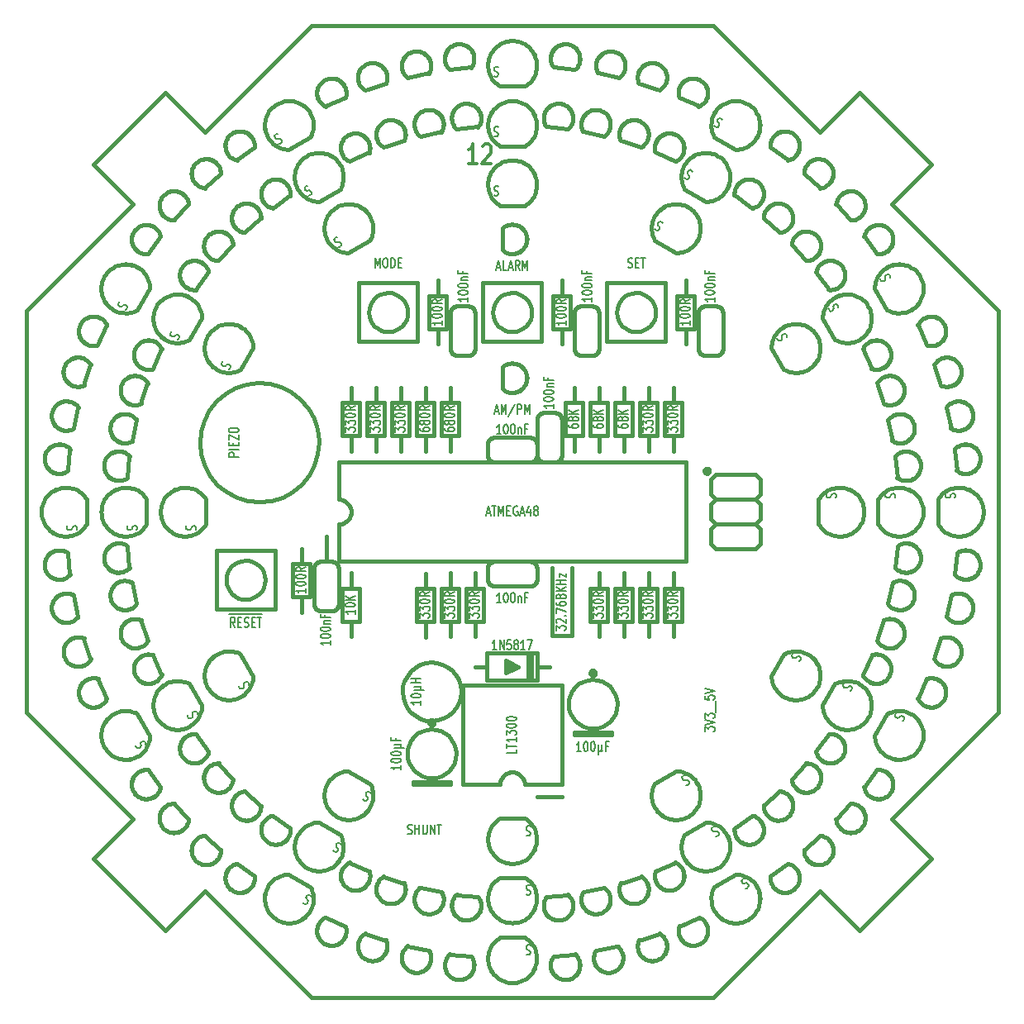
<source format=gto>
G04 (created by PCBNEW-RS274X (2012-01-19 BZR 3256)-stable) date 4/30/2012 12:17:17 AM*
G01*
G70*
G90*
%MOIN*%
G04 Gerber Fmt 3.4, Leading zero omitted, Abs format*
%FSLAX34Y34*%
G04 APERTURE LIST*
%ADD10C,0.006000*%
%ADD11C,0.005900*%
%ADD12C,0.015000*%
%ADD13C,0.012000*%
G04 APERTURE END LIST*
G54D10*
G54D11*
X67765Y-48857D02*
X67765Y-48674D01*
X67916Y-48773D01*
X67916Y-48730D01*
X67934Y-48702D01*
X67953Y-48688D01*
X67991Y-48674D01*
X68084Y-48674D01*
X68122Y-48688D01*
X68141Y-48702D01*
X68159Y-48730D01*
X68159Y-48815D01*
X68141Y-48843D01*
X68122Y-48857D01*
X67765Y-48590D02*
X68159Y-48492D01*
X67765Y-48393D01*
X67765Y-48323D02*
X67765Y-48140D01*
X67916Y-48239D01*
X67916Y-48196D01*
X67934Y-48168D01*
X67953Y-48154D01*
X67991Y-48140D01*
X68084Y-48140D01*
X68122Y-48154D01*
X68141Y-48168D01*
X68159Y-48196D01*
X68159Y-48281D01*
X68141Y-48309D01*
X68122Y-48323D01*
X68197Y-48084D02*
X68197Y-47859D01*
X68197Y-47859D02*
X68197Y-47634D01*
X67765Y-47423D02*
X67765Y-47564D01*
X67953Y-47578D01*
X67934Y-47564D01*
X67916Y-47536D01*
X67916Y-47465D01*
X67934Y-47437D01*
X67953Y-47423D01*
X67991Y-47409D01*
X68084Y-47409D01*
X68122Y-47423D01*
X68141Y-47437D01*
X68159Y-47465D01*
X68159Y-47536D01*
X68141Y-47564D01*
X68122Y-47578D01*
X67765Y-47325D02*
X68159Y-47227D01*
X67765Y-47128D01*
G54D12*
X46000Y-56900D02*
X47600Y-55300D01*
X43100Y-54000D02*
X46000Y-56900D01*
X44700Y-52400D02*
X43100Y-54000D01*
X76900Y-54000D02*
X74000Y-56900D01*
X75300Y-52400D02*
X76900Y-54000D01*
X72400Y-55300D02*
X74000Y-56900D01*
X47600Y-24700D02*
X51900Y-20400D01*
X46000Y-23100D02*
X43100Y-26000D01*
X47600Y-24700D02*
X46000Y-23100D01*
X44700Y-27600D02*
X43100Y-26000D01*
X79600Y-48100D02*
X75300Y-52400D01*
X68100Y-59600D02*
X72400Y-55300D01*
X40400Y-48100D02*
X44700Y-52400D01*
X51900Y-59600D02*
X47600Y-55300D01*
X40400Y-31900D02*
X44700Y-27600D01*
X75300Y-27600D02*
X79600Y-31900D01*
X72400Y-24700D02*
X68100Y-20400D01*
X76900Y-26000D02*
X74000Y-23100D01*
X75300Y-27600D02*
X76900Y-26000D01*
X72400Y-24700D02*
X74000Y-23100D01*
X79600Y-31900D02*
X79600Y-48100D01*
X51900Y-20400D02*
X68100Y-20400D01*
X40400Y-48100D02*
X40400Y-31900D01*
X68100Y-59600D02*
X51900Y-59600D01*
G54D13*
X58586Y-25974D02*
X58243Y-25974D01*
X58415Y-25974D02*
X58415Y-25174D01*
X58358Y-25288D01*
X58300Y-25364D01*
X58243Y-25402D01*
X58814Y-25250D02*
X58843Y-25212D01*
X58900Y-25174D01*
X59043Y-25174D01*
X59100Y-25212D01*
X59129Y-25250D01*
X59157Y-25326D01*
X59157Y-25402D01*
X59129Y-25517D01*
X58786Y-25974D01*
X59157Y-25974D01*
G54D12*
X60500Y-27645D02*
X59500Y-27645D01*
X59151Y-26295D02*
X59111Y-26371D01*
X59077Y-26450D01*
X59050Y-26532D01*
X59031Y-26616D01*
X59019Y-26701D01*
X59015Y-26787D01*
X59018Y-26872D01*
X59028Y-26957D01*
X59046Y-27041D01*
X59071Y-27124D01*
X59103Y-27203D01*
X59142Y-27280D01*
X59188Y-27353D01*
X59240Y-27422D01*
X59297Y-27486D01*
X59360Y-27544D01*
X59428Y-27597D01*
X59500Y-27644D01*
X60500Y-27644D02*
X60572Y-27597D01*
X60640Y-27544D01*
X60703Y-27486D01*
X60760Y-27422D01*
X60812Y-27353D01*
X60858Y-27280D01*
X60897Y-27203D01*
X60929Y-27124D01*
X60954Y-27041D01*
X60972Y-26957D01*
X60982Y-26872D01*
X60985Y-26787D01*
X60981Y-26701D01*
X60969Y-26616D01*
X60950Y-26532D01*
X60923Y-26450D01*
X60889Y-26371D01*
X60849Y-26295D01*
X60984Y-26795D02*
X60980Y-26710D01*
X60969Y-26625D01*
X60950Y-26541D01*
X60924Y-26459D01*
X60891Y-26380D01*
X60852Y-26304D01*
X60806Y-26231D01*
X60753Y-26163D01*
X60695Y-26100D01*
X60632Y-26042D01*
X60564Y-25989D01*
X60492Y-25943D01*
X60415Y-25904D01*
X60336Y-25871D01*
X60254Y-25845D01*
X60170Y-25826D01*
X60085Y-25815D01*
X60000Y-25811D01*
X60000Y-25811D02*
X59915Y-25815D01*
X59830Y-25826D01*
X59746Y-25845D01*
X59664Y-25871D01*
X59585Y-25904D01*
X59509Y-25943D01*
X59436Y-25989D01*
X59368Y-26042D01*
X59305Y-26100D01*
X59247Y-26163D01*
X59194Y-26231D01*
X59148Y-26304D01*
X59109Y-26380D01*
X59076Y-26459D01*
X59050Y-26541D01*
X59031Y-26625D01*
X59020Y-26710D01*
X59016Y-26795D01*
X60500Y-22838D02*
X59500Y-22838D01*
X59151Y-21488D02*
X59111Y-21564D01*
X59077Y-21643D01*
X59050Y-21725D01*
X59031Y-21809D01*
X59019Y-21894D01*
X59015Y-21980D01*
X59018Y-22065D01*
X59028Y-22150D01*
X59046Y-22234D01*
X59071Y-22317D01*
X59103Y-22396D01*
X59142Y-22473D01*
X59188Y-22546D01*
X59240Y-22615D01*
X59297Y-22679D01*
X59360Y-22737D01*
X59428Y-22790D01*
X59500Y-22837D01*
X60500Y-22837D02*
X60572Y-22790D01*
X60640Y-22737D01*
X60703Y-22679D01*
X60760Y-22615D01*
X60812Y-22546D01*
X60858Y-22473D01*
X60897Y-22396D01*
X60929Y-22317D01*
X60954Y-22234D01*
X60972Y-22150D01*
X60982Y-22065D01*
X60985Y-21980D01*
X60981Y-21894D01*
X60969Y-21809D01*
X60950Y-21725D01*
X60923Y-21643D01*
X60889Y-21564D01*
X60849Y-21488D01*
X60984Y-21988D02*
X60980Y-21903D01*
X60969Y-21818D01*
X60950Y-21734D01*
X60924Y-21652D01*
X60891Y-21573D01*
X60852Y-21497D01*
X60806Y-21424D01*
X60753Y-21356D01*
X60695Y-21293D01*
X60632Y-21235D01*
X60564Y-21182D01*
X60492Y-21136D01*
X60415Y-21097D01*
X60336Y-21064D01*
X60254Y-21038D01*
X60170Y-21019D01*
X60085Y-21008D01*
X60000Y-21004D01*
X60000Y-21004D02*
X59915Y-21008D01*
X59830Y-21019D01*
X59746Y-21038D01*
X59664Y-21064D01*
X59585Y-21097D01*
X59509Y-21136D01*
X59436Y-21182D01*
X59368Y-21235D01*
X59305Y-21293D01*
X59247Y-21356D01*
X59194Y-21424D01*
X59148Y-21497D01*
X59109Y-21573D01*
X59076Y-21652D01*
X59050Y-21734D01*
X59031Y-21818D01*
X59020Y-21903D01*
X59016Y-21988D01*
X69014Y-25387D02*
X68148Y-24887D01*
X68521Y-23543D02*
X68448Y-23589D01*
X68379Y-23641D01*
X68315Y-23698D01*
X68257Y-23761D01*
X68204Y-23829D01*
X68157Y-23901D01*
X68117Y-23977D01*
X68083Y-24056D01*
X68056Y-24138D01*
X68037Y-24222D01*
X68025Y-24307D01*
X68021Y-24393D01*
X68024Y-24478D01*
X68034Y-24563D01*
X68052Y-24647D01*
X68077Y-24730D01*
X68109Y-24809D01*
X68148Y-24886D01*
X69014Y-25386D02*
X69100Y-25382D01*
X69185Y-25370D01*
X69269Y-25351D01*
X69351Y-25324D01*
X69430Y-25290D01*
X69506Y-25250D01*
X69578Y-25203D01*
X69646Y-25150D01*
X69709Y-25092D01*
X69766Y-25028D01*
X69818Y-24959D01*
X69864Y-24886D01*
X69903Y-24809D01*
X69935Y-24730D01*
X69960Y-24647D01*
X69978Y-24563D01*
X69988Y-24478D01*
X69991Y-24393D01*
X69857Y-24892D02*
X69896Y-24816D01*
X69929Y-24737D01*
X69955Y-24655D01*
X69974Y-24571D01*
X69985Y-24486D01*
X69989Y-24401D01*
X69985Y-24316D01*
X69974Y-24231D01*
X69955Y-24147D01*
X69929Y-24065D01*
X69896Y-23986D01*
X69857Y-23910D01*
X69811Y-23838D01*
X69759Y-23770D01*
X69701Y-23706D01*
X69637Y-23648D01*
X69569Y-23596D01*
X69497Y-23550D01*
X69497Y-23550D02*
X69421Y-23511D01*
X69342Y-23478D01*
X69260Y-23452D01*
X69176Y-23433D01*
X69091Y-23422D01*
X69006Y-23418D01*
X68921Y-23422D01*
X68836Y-23433D01*
X68752Y-23452D01*
X68670Y-23478D01*
X68591Y-23511D01*
X68515Y-23550D01*
X68443Y-23596D01*
X68375Y-23648D01*
X68311Y-23706D01*
X68253Y-23770D01*
X68201Y-23838D01*
X68155Y-23910D01*
X60500Y-25256D02*
X59500Y-25256D01*
X59151Y-23906D02*
X59111Y-23982D01*
X59077Y-24061D01*
X59050Y-24143D01*
X59031Y-24227D01*
X59019Y-24312D01*
X59015Y-24398D01*
X59018Y-24483D01*
X59028Y-24568D01*
X59046Y-24652D01*
X59071Y-24735D01*
X59103Y-24814D01*
X59142Y-24891D01*
X59188Y-24964D01*
X59240Y-25033D01*
X59297Y-25097D01*
X59360Y-25155D01*
X59428Y-25208D01*
X59500Y-25255D01*
X60500Y-25255D02*
X60572Y-25208D01*
X60640Y-25155D01*
X60703Y-25097D01*
X60760Y-25033D01*
X60812Y-24964D01*
X60858Y-24891D01*
X60897Y-24814D01*
X60929Y-24735D01*
X60954Y-24652D01*
X60972Y-24568D01*
X60982Y-24483D01*
X60985Y-24398D01*
X60981Y-24312D01*
X60969Y-24227D01*
X60950Y-24143D01*
X60923Y-24061D01*
X60889Y-23982D01*
X60849Y-23906D01*
X60984Y-24406D02*
X60980Y-24321D01*
X60969Y-24236D01*
X60950Y-24152D01*
X60924Y-24070D01*
X60891Y-23991D01*
X60852Y-23915D01*
X60806Y-23842D01*
X60753Y-23774D01*
X60695Y-23711D01*
X60632Y-23653D01*
X60564Y-23600D01*
X60492Y-23554D01*
X60415Y-23515D01*
X60336Y-23482D01*
X60254Y-23456D01*
X60170Y-23437D01*
X60085Y-23426D01*
X60000Y-23422D01*
X60000Y-23422D02*
X59915Y-23426D01*
X59830Y-23437D01*
X59746Y-23456D01*
X59664Y-23482D01*
X59585Y-23515D01*
X59509Y-23554D01*
X59436Y-23600D01*
X59368Y-23653D01*
X59305Y-23711D01*
X59247Y-23774D01*
X59194Y-23842D01*
X59148Y-23915D01*
X59109Y-23991D01*
X59076Y-24070D01*
X59050Y-24152D01*
X59031Y-24236D01*
X59020Y-24321D01*
X59016Y-24406D01*
X67805Y-27481D02*
X66939Y-26981D01*
X67312Y-25637D02*
X67239Y-25683D01*
X67170Y-25735D01*
X67106Y-25792D01*
X67048Y-25855D01*
X66995Y-25923D01*
X66948Y-25995D01*
X66908Y-26071D01*
X66874Y-26150D01*
X66847Y-26232D01*
X66828Y-26316D01*
X66816Y-26401D01*
X66812Y-26487D01*
X66815Y-26572D01*
X66825Y-26657D01*
X66843Y-26741D01*
X66868Y-26824D01*
X66900Y-26903D01*
X66939Y-26980D01*
X67805Y-27480D02*
X67891Y-27476D01*
X67976Y-27464D01*
X68060Y-27445D01*
X68142Y-27418D01*
X68221Y-27384D01*
X68297Y-27344D01*
X68369Y-27297D01*
X68437Y-27244D01*
X68500Y-27186D01*
X68557Y-27122D01*
X68609Y-27053D01*
X68655Y-26980D01*
X68694Y-26903D01*
X68726Y-26824D01*
X68751Y-26741D01*
X68769Y-26657D01*
X68779Y-26572D01*
X68782Y-26487D01*
X68648Y-26986D02*
X68687Y-26910D01*
X68720Y-26831D01*
X68746Y-26749D01*
X68765Y-26665D01*
X68776Y-26580D01*
X68780Y-26495D01*
X68776Y-26410D01*
X68765Y-26325D01*
X68746Y-26241D01*
X68720Y-26159D01*
X68687Y-26080D01*
X68648Y-26004D01*
X68602Y-25932D01*
X68550Y-25864D01*
X68492Y-25800D01*
X68428Y-25742D01*
X68360Y-25690D01*
X68288Y-25644D01*
X68288Y-25644D02*
X68212Y-25605D01*
X68133Y-25572D01*
X68051Y-25546D01*
X67967Y-25527D01*
X67882Y-25516D01*
X67797Y-25512D01*
X67712Y-25516D01*
X67627Y-25527D01*
X67543Y-25546D01*
X67461Y-25572D01*
X67382Y-25605D01*
X67306Y-25644D01*
X67234Y-25690D01*
X67166Y-25742D01*
X67102Y-25800D01*
X67044Y-25864D01*
X66992Y-25932D01*
X66946Y-26004D01*
X66610Y-29550D02*
X65744Y-29050D01*
X66117Y-27706D02*
X66044Y-27752D01*
X65975Y-27804D01*
X65911Y-27861D01*
X65853Y-27924D01*
X65800Y-27992D01*
X65753Y-28064D01*
X65713Y-28140D01*
X65679Y-28219D01*
X65652Y-28301D01*
X65633Y-28385D01*
X65621Y-28470D01*
X65617Y-28556D01*
X65620Y-28641D01*
X65630Y-28726D01*
X65648Y-28810D01*
X65673Y-28893D01*
X65705Y-28972D01*
X65744Y-29049D01*
X66610Y-29549D02*
X66696Y-29545D01*
X66781Y-29533D01*
X66865Y-29514D01*
X66947Y-29487D01*
X67026Y-29453D01*
X67102Y-29413D01*
X67174Y-29366D01*
X67242Y-29313D01*
X67305Y-29255D01*
X67362Y-29191D01*
X67414Y-29122D01*
X67460Y-29049D01*
X67499Y-28972D01*
X67531Y-28893D01*
X67556Y-28810D01*
X67574Y-28726D01*
X67584Y-28641D01*
X67587Y-28556D01*
X67453Y-29055D02*
X67492Y-28979D01*
X67525Y-28900D01*
X67551Y-28818D01*
X67570Y-28734D01*
X67581Y-28649D01*
X67585Y-28564D01*
X67581Y-28479D01*
X67570Y-28394D01*
X67551Y-28310D01*
X67525Y-28228D01*
X67492Y-28149D01*
X67453Y-28073D01*
X67407Y-28001D01*
X67355Y-27933D01*
X67297Y-27869D01*
X67233Y-27811D01*
X67165Y-27759D01*
X67093Y-27713D01*
X67093Y-27713D02*
X67017Y-27674D01*
X66938Y-27641D01*
X66856Y-27615D01*
X66772Y-27596D01*
X66687Y-27585D01*
X66602Y-27581D01*
X66517Y-27585D01*
X66432Y-27596D01*
X66348Y-27615D01*
X66266Y-27641D01*
X66187Y-27674D01*
X66111Y-27713D01*
X66039Y-27759D01*
X65971Y-27811D01*
X65907Y-27869D01*
X65849Y-27933D01*
X65797Y-28001D01*
X65751Y-28073D01*
X62524Y-22156D02*
X61663Y-22066D01*
X62522Y-22167D02*
X62560Y-22132D01*
X62594Y-22093D01*
X62625Y-22052D01*
X62652Y-22008D01*
X62675Y-21962D01*
X62695Y-21914D01*
X62709Y-21864D01*
X62720Y-21813D01*
X62726Y-21762D01*
X62727Y-21711D01*
X62724Y-21660D01*
X62717Y-21608D01*
X62705Y-21558D01*
X62689Y-21509D01*
X62668Y-21461D01*
X62644Y-21416D01*
X62615Y-21373D01*
X62583Y-21332D01*
X61781Y-21243D02*
X61741Y-21275D01*
X61704Y-21311D01*
X61670Y-21351D01*
X61640Y-21393D01*
X61613Y-21437D01*
X61590Y-21484D01*
X61572Y-21532D01*
X61558Y-21582D01*
X61548Y-21633D01*
X61543Y-21684D01*
X61542Y-21735D01*
X61545Y-21787D01*
X61554Y-21838D01*
X61566Y-21888D01*
X61583Y-21937D01*
X61604Y-21984D01*
X61630Y-22030D01*
X61659Y-22073D01*
X62196Y-21132D02*
X62145Y-21129D01*
X62094Y-21130D01*
X62043Y-21136D01*
X61993Y-21146D01*
X61943Y-21161D01*
X61895Y-21180D01*
X61849Y-21203D01*
X61805Y-21230D01*
X61764Y-21260D01*
X61725Y-21294D01*
X61689Y-21332D01*
X61657Y-21372D01*
X61629Y-21415D01*
X61604Y-21460D01*
X61584Y-21508D01*
X61567Y-21557D01*
X61555Y-21607D01*
X61548Y-21658D01*
X62722Y-21780D02*
X62725Y-21729D01*
X62724Y-21678D01*
X62718Y-21627D01*
X62708Y-21577D01*
X62693Y-21527D01*
X62674Y-21479D01*
X62651Y-21433D01*
X62624Y-21389D01*
X62594Y-21348D01*
X62560Y-21309D01*
X62522Y-21273D01*
X62482Y-21241D01*
X62439Y-21213D01*
X62394Y-21188D01*
X62346Y-21168D01*
X62297Y-21151D01*
X62247Y-21139D01*
X62196Y-21132D01*
X64306Y-22482D02*
X63459Y-22302D01*
X64302Y-22493D02*
X64343Y-22462D01*
X64381Y-22427D01*
X64416Y-22389D01*
X64448Y-22348D01*
X64476Y-22305D01*
X64500Y-22259D01*
X64520Y-22211D01*
X64536Y-22162D01*
X64547Y-22112D01*
X64554Y-22060D01*
X64556Y-22009D01*
X64554Y-21958D01*
X64548Y-21907D01*
X64537Y-21856D01*
X64521Y-21807D01*
X64502Y-21759D01*
X64478Y-21713D01*
X64450Y-21669D01*
X63663Y-21497D02*
X63619Y-21525D01*
X63579Y-21557D01*
X63541Y-21593D01*
X63506Y-21631D01*
X63475Y-21672D01*
X63448Y-21716D01*
X63424Y-21763D01*
X63405Y-21811D01*
X63390Y-21860D01*
X63379Y-21911D01*
X63373Y-21962D01*
X63372Y-22013D01*
X63374Y-22064D01*
X63382Y-22116D01*
X63393Y-22166D01*
X63409Y-22215D01*
X63430Y-22263D01*
X63454Y-22308D01*
X64086Y-21430D02*
X64035Y-21422D01*
X63984Y-21418D01*
X63934Y-21418D01*
X63882Y-21423D01*
X63832Y-21433D01*
X63782Y-21446D01*
X63734Y-21464D01*
X63688Y-21487D01*
X63643Y-21513D01*
X63601Y-21543D01*
X63562Y-21576D01*
X63526Y-21613D01*
X63493Y-21652D01*
X63464Y-21695D01*
X63439Y-21740D01*
X63417Y-21786D01*
X63400Y-21835D01*
X63387Y-21885D01*
X64541Y-22129D02*
X64549Y-22078D01*
X64553Y-22027D01*
X64553Y-21977D01*
X64548Y-21925D01*
X64538Y-21875D01*
X64525Y-21825D01*
X64507Y-21777D01*
X64484Y-21731D01*
X64458Y-21686D01*
X64428Y-21644D01*
X64395Y-21605D01*
X64358Y-21569D01*
X64319Y-21536D01*
X64276Y-21507D01*
X64231Y-21482D01*
X64185Y-21460D01*
X64136Y-21443D01*
X64086Y-21430D01*
X65932Y-22989D02*
X65108Y-22721D01*
X65927Y-22999D02*
X65971Y-22972D01*
X66013Y-22942D01*
X66052Y-22908D01*
X66088Y-22870D01*
X66120Y-22830D01*
X66149Y-22787D01*
X66174Y-22741D01*
X66194Y-22694D01*
X66211Y-22645D01*
X66223Y-22595D01*
X66231Y-22544D01*
X66234Y-22492D01*
X66233Y-22441D01*
X66228Y-22390D01*
X66217Y-22339D01*
X66203Y-22289D01*
X66184Y-22241D01*
X66161Y-22195D01*
X65396Y-21941D02*
X65350Y-21965D01*
X65306Y-21992D01*
X65265Y-22024D01*
X65226Y-22058D01*
X65191Y-22096D01*
X65159Y-22137D01*
X65131Y-22180D01*
X65107Y-22226D01*
X65087Y-22274D01*
X65071Y-22323D01*
X65059Y-22373D01*
X65052Y-22425D01*
X65050Y-22476D01*
X65051Y-22527D01*
X65058Y-22578D01*
X65069Y-22629D01*
X65084Y-22678D01*
X65103Y-22726D01*
X65824Y-21918D02*
X65774Y-21905D01*
X65724Y-21895D01*
X65672Y-21890D01*
X65622Y-21890D01*
X65570Y-21894D01*
X65520Y-21902D01*
X65470Y-21915D01*
X65421Y-21933D01*
X65374Y-21954D01*
X65329Y-21979D01*
X65287Y-22009D01*
X65247Y-22041D01*
X65210Y-22077D01*
X65177Y-22117D01*
X65147Y-22159D01*
X65121Y-22203D01*
X65098Y-22250D01*
X65080Y-22298D01*
X66204Y-22662D02*
X66217Y-22612D01*
X66227Y-22562D01*
X66232Y-22510D01*
X66232Y-22460D01*
X66228Y-22408D01*
X66220Y-22358D01*
X66207Y-22308D01*
X66189Y-22259D01*
X66168Y-22212D01*
X66143Y-22167D01*
X66113Y-22125D01*
X66081Y-22085D01*
X66045Y-22048D01*
X66005Y-22015D01*
X65963Y-21985D01*
X65919Y-21959D01*
X65872Y-21936D01*
X65824Y-21918D01*
X67527Y-23637D02*
X66736Y-23285D01*
X67521Y-23647D02*
X67568Y-23625D01*
X67613Y-23599D01*
X67655Y-23569D01*
X67694Y-23536D01*
X67731Y-23499D01*
X67764Y-23459D01*
X67793Y-23416D01*
X67819Y-23372D01*
X67841Y-23325D01*
X67858Y-23276D01*
X67871Y-23226D01*
X67880Y-23175D01*
X67884Y-23123D01*
X67884Y-23073D01*
X67879Y-23021D01*
X67870Y-22970D01*
X67856Y-22920D01*
X67838Y-22872D01*
X67103Y-22539D02*
X67055Y-22557D01*
X67008Y-22580D01*
X66964Y-22607D01*
X66922Y-22637D01*
X66883Y-22671D01*
X66847Y-22709D01*
X66814Y-22749D01*
X66785Y-22792D01*
X66760Y-22837D01*
X66739Y-22885D01*
X66723Y-22934D01*
X66710Y-22984D01*
X66702Y-23035D01*
X66699Y-23087D01*
X66700Y-23138D01*
X66705Y-23189D01*
X66715Y-23240D01*
X66730Y-23290D01*
X67531Y-22563D02*
X67484Y-22544D01*
X67434Y-22529D01*
X67384Y-22519D01*
X67333Y-22513D01*
X67282Y-22512D01*
X67231Y-22515D01*
X67180Y-22522D01*
X67130Y-22534D01*
X67081Y-22551D01*
X67034Y-22571D01*
X66989Y-22596D01*
X66946Y-22624D01*
X66905Y-22656D01*
X66868Y-22692D01*
X66834Y-22730D01*
X66803Y-22772D01*
X66776Y-22815D01*
X66754Y-22862D01*
X67830Y-23340D02*
X67849Y-23293D01*
X67864Y-23243D01*
X67874Y-23193D01*
X67880Y-23142D01*
X67881Y-23091D01*
X67878Y-23040D01*
X67871Y-22989D01*
X67859Y-22939D01*
X67842Y-22890D01*
X67822Y-22843D01*
X67797Y-22798D01*
X67769Y-22755D01*
X67737Y-22714D01*
X67701Y-22677D01*
X67663Y-22643D01*
X67621Y-22612D01*
X67578Y-22585D01*
X67531Y-22563D01*
X62243Y-24557D02*
X61382Y-24467D01*
X62241Y-24568D02*
X62279Y-24533D01*
X62313Y-24494D01*
X62344Y-24453D01*
X62371Y-24409D01*
X62394Y-24363D01*
X62414Y-24315D01*
X62428Y-24265D01*
X62439Y-24214D01*
X62445Y-24163D01*
X62446Y-24112D01*
X62443Y-24061D01*
X62436Y-24009D01*
X62424Y-23959D01*
X62408Y-23910D01*
X62387Y-23862D01*
X62363Y-23817D01*
X62334Y-23774D01*
X62302Y-23733D01*
X61500Y-23644D02*
X61460Y-23676D01*
X61423Y-23712D01*
X61389Y-23752D01*
X61359Y-23794D01*
X61332Y-23838D01*
X61309Y-23885D01*
X61291Y-23933D01*
X61277Y-23983D01*
X61267Y-24034D01*
X61262Y-24085D01*
X61261Y-24136D01*
X61264Y-24188D01*
X61273Y-24239D01*
X61285Y-24289D01*
X61302Y-24338D01*
X61323Y-24385D01*
X61349Y-24431D01*
X61378Y-24474D01*
X61915Y-23533D02*
X61864Y-23530D01*
X61813Y-23531D01*
X61762Y-23537D01*
X61712Y-23547D01*
X61662Y-23562D01*
X61614Y-23581D01*
X61568Y-23604D01*
X61524Y-23631D01*
X61483Y-23661D01*
X61444Y-23695D01*
X61408Y-23733D01*
X61376Y-23773D01*
X61348Y-23816D01*
X61323Y-23861D01*
X61303Y-23909D01*
X61286Y-23958D01*
X61274Y-24008D01*
X61267Y-24059D01*
X62441Y-24181D02*
X62444Y-24130D01*
X62443Y-24079D01*
X62437Y-24028D01*
X62427Y-23978D01*
X62412Y-23928D01*
X62393Y-23880D01*
X62370Y-23834D01*
X62343Y-23790D01*
X62313Y-23749D01*
X62279Y-23710D01*
X62241Y-23674D01*
X62201Y-23642D01*
X62158Y-23614D01*
X62113Y-23589D01*
X62065Y-23569D01*
X62016Y-23552D01*
X61966Y-23540D01*
X61915Y-23533D01*
X63707Y-24845D02*
X62860Y-24665D01*
X63703Y-24856D02*
X63744Y-24825D01*
X63782Y-24790D01*
X63817Y-24752D01*
X63849Y-24711D01*
X63877Y-24668D01*
X63901Y-24622D01*
X63921Y-24574D01*
X63937Y-24525D01*
X63948Y-24475D01*
X63955Y-24423D01*
X63957Y-24372D01*
X63955Y-24321D01*
X63949Y-24270D01*
X63938Y-24219D01*
X63922Y-24170D01*
X63903Y-24122D01*
X63879Y-24076D01*
X63851Y-24032D01*
X63064Y-23860D02*
X63020Y-23888D01*
X62980Y-23920D01*
X62942Y-23956D01*
X62907Y-23994D01*
X62876Y-24035D01*
X62849Y-24079D01*
X62825Y-24126D01*
X62806Y-24174D01*
X62791Y-24223D01*
X62780Y-24274D01*
X62774Y-24325D01*
X62773Y-24376D01*
X62775Y-24427D01*
X62783Y-24479D01*
X62794Y-24529D01*
X62810Y-24578D01*
X62831Y-24626D01*
X62855Y-24671D01*
X63487Y-23793D02*
X63436Y-23785D01*
X63385Y-23781D01*
X63335Y-23781D01*
X63283Y-23786D01*
X63233Y-23796D01*
X63183Y-23809D01*
X63135Y-23827D01*
X63089Y-23850D01*
X63044Y-23876D01*
X63002Y-23906D01*
X62963Y-23939D01*
X62927Y-23976D01*
X62894Y-24015D01*
X62865Y-24058D01*
X62840Y-24103D01*
X62818Y-24149D01*
X62801Y-24198D01*
X62788Y-24248D01*
X63942Y-24492D02*
X63950Y-24441D01*
X63954Y-24390D01*
X63954Y-24340D01*
X63949Y-24288D01*
X63939Y-24238D01*
X63926Y-24188D01*
X63908Y-24140D01*
X63885Y-24094D01*
X63859Y-24049D01*
X63829Y-24007D01*
X63796Y-23968D01*
X63759Y-23932D01*
X63720Y-23899D01*
X63677Y-23870D01*
X63632Y-23845D01*
X63586Y-23823D01*
X63537Y-23806D01*
X63487Y-23793D01*
X65191Y-25290D02*
X64367Y-25022D01*
X65186Y-25300D02*
X65230Y-25273D01*
X65272Y-25243D01*
X65311Y-25209D01*
X65347Y-25171D01*
X65379Y-25131D01*
X65408Y-25088D01*
X65433Y-25042D01*
X65453Y-24995D01*
X65470Y-24946D01*
X65482Y-24896D01*
X65490Y-24845D01*
X65493Y-24793D01*
X65492Y-24742D01*
X65487Y-24691D01*
X65476Y-24640D01*
X65462Y-24590D01*
X65443Y-24542D01*
X65420Y-24496D01*
X64655Y-24242D02*
X64609Y-24266D01*
X64565Y-24293D01*
X64524Y-24325D01*
X64485Y-24359D01*
X64450Y-24397D01*
X64418Y-24438D01*
X64390Y-24481D01*
X64366Y-24527D01*
X64346Y-24575D01*
X64330Y-24624D01*
X64318Y-24674D01*
X64311Y-24726D01*
X64309Y-24777D01*
X64310Y-24828D01*
X64317Y-24879D01*
X64328Y-24930D01*
X64343Y-24979D01*
X64362Y-25027D01*
X65083Y-24219D02*
X65033Y-24206D01*
X64983Y-24196D01*
X64931Y-24191D01*
X64881Y-24191D01*
X64829Y-24195D01*
X64779Y-24203D01*
X64729Y-24216D01*
X64680Y-24234D01*
X64633Y-24255D01*
X64588Y-24280D01*
X64546Y-24310D01*
X64506Y-24342D01*
X64469Y-24378D01*
X64436Y-24418D01*
X64406Y-24460D01*
X64380Y-24504D01*
X64357Y-24551D01*
X64339Y-24599D01*
X65463Y-24963D02*
X65476Y-24913D01*
X65486Y-24863D01*
X65491Y-24811D01*
X65491Y-24761D01*
X65487Y-24709D01*
X65479Y-24659D01*
X65466Y-24609D01*
X65448Y-24560D01*
X65427Y-24513D01*
X65402Y-24468D01*
X65372Y-24426D01*
X65340Y-24386D01*
X65304Y-24349D01*
X65264Y-24316D01*
X65222Y-24286D01*
X65178Y-24260D01*
X65131Y-24237D01*
X65083Y-24219D01*
X66569Y-25856D02*
X65778Y-25504D01*
X66563Y-25866D02*
X66610Y-25844D01*
X66655Y-25818D01*
X66697Y-25788D01*
X66736Y-25755D01*
X66773Y-25718D01*
X66806Y-25678D01*
X66835Y-25635D01*
X66861Y-25591D01*
X66883Y-25544D01*
X66900Y-25495D01*
X66913Y-25445D01*
X66922Y-25394D01*
X66926Y-25342D01*
X66926Y-25292D01*
X66921Y-25240D01*
X66912Y-25189D01*
X66898Y-25139D01*
X66880Y-25091D01*
X66145Y-24758D02*
X66097Y-24776D01*
X66050Y-24799D01*
X66006Y-24826D01*
X65964Y-24856D01*
X65925Y-24890D01*
X65889Y-24928D01*
X65856Y-24968D01*
X65827Y-25011D01*
X65802Y-25056D01*
X65781Y-25104D01*
X65765Y-25153D01*
X65752Y-25203D01*
X65744Y-25254D01*
X65741Y-25306D01*
X65742Y-25357D01*
X65747Y-25408D01*
X65757Y-25459D01*
X65772Y-25509D01*
X66573Y-24782D02*
X66526Y-24763D01*
X66476Y-24748D01*
X66426Y-24738D01*
X66375Y-24732D01*
X66324Y-24731D01*
X66273Y-24734D01*
X66222Y-24741D01*
X66172Y-24753D01*
X66123Y-24770D01*
X66076Y-24790D01*
X66031Y-24815D01*
X65988Y-24843D01*
X65947Y-24875D01*
X65910Y-24911D01*
X65876Y-24949D01*
X65845Y-24991D01*
X65818Y-25034D01*
X65796Y-25081D01*
X66872Y-25559D02*
X66891Y-25512D01*
X66906Y-25462D01*
X66916Y-25412D01*
X66922Y-25361D01*
X66923Y-25310D01*
X66920Y-25259D01*
X66913Y-25208D01*
X66901Y-25158D01*
X66884Y-25109D01*
X66864Y-25062D01*
X66839Y-25017D01*
X66811Y-24974D01*
X66779Y-24933D01*
X66743Y-24896D01*
X66705Y-24862D01*
X66663Y-24831D01*
X66620Y-24804D01*
X66573Y-24782D01*
X75113Y-31852D02*
X74613Y-30986D01*
X75607Y-30009D02*
X75522Y-30012D01*
X75437Y-30022D01*
X75353Y-30040D01*
X75270Y-30065D01*
X75191Y-30097D01*
X75114Y-30136D01*
X75041Y-30182D01*
X74972Y-30234D01*
X74908Y-30291D01*
X74850Y-30354D01*
X74797Y-30422D01*
X74750Y-30494D01*
X74710Y-30570D01*
X74676Y-30649D01*
X74649Y-30731D01*
X74630Y-30815D01*
X74618Y-30900D01*
X74614Y-30986D01*
X75114Y-31852D02*
X75191Y-31891D01*
X75270Y-31923D01*
X75353Y-31948D01*
X75437Y-31966D01*
X75522Y-31976D01*
X75607Y-31979D01*
X75693Y-31975D01*
X75778Y-31963D01*
X75862Y-31944D01*
X75944Y-31917D01*
X76023Y-31883D01*
X76099Y-31843D01*
X76171Y-31796D01*
X76239Y-31743D01*
X76302Y-31685D01*
X76359Y-31621D01*
X76411Y-31552D01*
X76457Y-31479D01*
X76090Y-31845D02*
X76162Y-31799D01*
X76230Y-31747D01*
X76294Y-31689D01*
X76352Y-31625D01*
X76404Y-31557D01*
X76450Y-31485D01*
X76489Y-31409D01*
X76522Y-31330D01*
X76548Y-31248D01*
X76567Y-31164D01*
X76578Y-31079D01*
X76582Y-30994D01*
X76578Y-30909D01*
X76567Y-30824D01*
X76548Y-30740D01*
X76522Y-30658D01*
X76489Y-30579D01*
X76450Y-30503D01*
X76450Y-30503D02*
X76404Y-30431D01*
X76352Y-30363D01*
X76294Y-30299D01*
X76230Y-30241D01*
X76162Y-30189D01*
X76090Y-30143D01*
X76014Y-30104D01*
X75935Y-30071D01*
X75853Y-30045D01*
X75769Y-30026D01*
X75684Y-30015D01*
X75599Y-30011D01*
X75514Y-30015D01*
X75429Y-30026D01*
X75345Y-30045D01*
X75263Y-30071D01*
X75184Y-30104D01*
X75108Y-30143D01*
X73019Y-33061D02*
X72519Y-32195D01*
X73513Y-31218D02*
X73428Y-31221D01*
X73343Y-31231D01*
X73259Y-31249D01*
X73176Y-31274D01*
X73097Y-31306D01*
X73020Y-31345D01*
X72947Y-31391D01*
X72878Y-31443D01*
X72814Y-31500D01*
X72756Y-31563D01*
X72703Y-31631D01*
X72656Y-31703D01*
X72616Y-31779D01*
X72582Y-31858D01*
X72555Y-31940D01*
X72536Y-32024D01*
X72524Y-32109D01*
X72520Y-32195D01*
X73020Y-33061D02*
X73097Y-33100D01*
X73176Y-33132D01*
X73259Y-33157D01*
X73343Y-33175D01*
X73428Y-33185D01*
X73513Y-33188D01*
X73599Y-33184D01*
X73684Y-33172D01*
X73768Y-33153D01*
X73850Y-33126D01*
X73929Y-33092D01*
X74005Y-33052D01*
X74077Y-33005D01*
X74145Y-32952D01*
X74208Y-32894D01*
X74265Y-32830D01*
X74317Y-32761D01*
X74363Y-32688D01*
X73996Y-33054D02*
X74068Y-33008D01*
X74136Y-32956D01*
X74200Y-32898D01*
X74258Y-32834D01*
X74310Y-32766D01*
X74356Y-32694D01*
X74395Y-32618D01*
X74428Y-32539D01*
X74454Y-32457D01*
X74473Y-32373D01*
X74484Y-32288D01*
X74488Y-32203D01*
X74484Y-32118D01*
X74473Y-32033D01*
X74454Y-31949D01*
X74428Y-31867D01*
X74395Y-31788D01*
X74356Y-31712D01*
X74356Y-31712D02*
X74310Y-31640D01*
X74258Y-31572D01*
X74200Y-31508D01*
X74136Y-31450D01*
X74068Y-31398D01*
X73996Y-31352D01*
X73920Y-31313D01*
X73841Y-31280D01*
X73759Y-31254D01*
X73675Y-31235D01*
X73590Y-31224D01*
X73505Y-31220D01*
X73420Y-31224D01*
X73335Y-31235D01*
X73251Y-31254D01*
X73169Y-31280D01*
X73090Y-31313D01*
X73014Y-31352D01*
X70950Y-34256D02*
X70450Y-33390D01*
X71444Y-32413D02*
X71359Y-32416D01*
X71274Y-32426D01*
X71190Y-32444D01*
X71107Y-32469D01*
X71028Y-32501D01*
X70951Y-32540D01*
X70878Y-32586D01*
X70809Y-32638D01*
X70745Y-32695D01*
X70687Y-32758D01*
X70634Y-32826D01*
X70587Y-32898D01*
X70547Y-32974D01*
X70513Y-33053D01*
X70486Y-33135D01*
X70467Y-33219D01*
X70455Y-33304D01*
X70451Y-33390D01*
X70951Y-34256D02*
X71028Y-34295D01*
X71107Y-34327D01*
X71190Y-34352D01*
X71274Y-34370D01*
X71359Y-34380D01*
X71444Y-34383D01*
X71530Y-34379D01*
X71615Y-34367D01*
X71699Y-34348D01*
X71781Y-34321D01*
X71860Y-34287D01*
X71936Y-34247D01*
X72008Y-34200D01*
X72076Y-34147D01*
X72139Y-34089D01*
X72196Y-34025D01*
X72248Y-33956D01*
X72294Y-33883D01*
X71927Y-34249D02*
X71999Y-34203D01*
X72067Y-34151D01*
X72131Y-34093D01*
X72189Y-34029D01*
X72241Y-33961D01*
X72287Y-33889D01*
X72326Y-33813D01*
X72359Y-33734D01*
X72385Y-33652D01*
X72404Y-33568D01*
X72415Y-33483D01*
X72419Y-33398D01*
X72415Y-33313D01*
X72404Y-33228D01*
X72385Y-33144D01*
X72359Y-33062D01*
X72326Y-32983D01*
X72287Y-32907D01*
X72287Y-32907D02*
X72241Y-32835D01*
X72189Y-32767D01*
X72131Y-32703D01*
X72067Y-32645D01*
X71999Y-32593D01*
X71927Y-32547D01*
X71851Y-32508D01*
X71772Y-32475D01*
X71690Y-32449D01*
X71606Y-32430D01*
X71521Y-32419D01*
X71436Y-32415D01*
X71351Y-32419D01*
X71266Y-32430D01*
X71182Y-32449D01*
X71100Y-32475D01*
X71021Y-32508D01*
X70945Y-32547D01*
X71108Y-25808D02*
X70407Y-25299D01*
X71101Y-25817D02*
X71151Y-25805D01*
X71200Y-25788D01*
X71248Y-25768D01*
X71293Y-25743D01*
X71336Y-25715D01*
X71377Y-25683D01*
X71414Y-25647D01*
X71449Y-25608D01*
X71480Y-25567D01*
X71507Y-25523D01*
X71530Y-25477D01*
X71549Y-25429D01*
X71564Y-25379D01*
X71574Y-25328D01*
X71580Y-25277D01*
X71581Y-25226D01*
X71578Y-25175D01*
X71571Y-25123D01*
X70921Y-24646D02*
X70870Y-24655D01*
X70820Y-24667D01*
X70771Y-24684D01*
X70724Y-24705D01*
X70679Y-24730D01*
X70636Y-24759D01*
X70596Y-24792D01*
X70559Y-24828D01*
X70525Y-24867D01*
X70494Y-24909D01*
X70468Y-24953D01*
X70445Y-25000D01*
X70427Y-25048D01*
X70413Y-25098D01*
X70403Y-25149D01*
X70398Y-25200D01*
X70397Y-25251D01*
X70400Y-25303D01*
X71335Y-24758D02*
X71292Y-24730D01*
X71247Y-24705D01*
X71200Y-24685D01*
X71151Y-24668D01*
X71101Y-24656D01*
X71050Y-24649D01*
X70999Y-24646D01*
X70948Y-24647D01*
X70897Y-24653D01*
X70847Y-24663D01*
X70797Y-24678D01*
X70750Y-24697D01*
X70703Y-24719D01*
X70660Y-24746D01*
X70618Y-24777D01*
X70580Y-24811D01*
X70544Y-24848D01*
X70512Y-24889D01*
X71466Y-25581D02*
X71494Y-25538D01*
X71519Y-25493D01*
X71539Y-25446D01*
X71556Y-25397D01*
X71568Y-25347D01*
X71575Y-25296D01*
X71578Y-25245D01*
X71577Y-25194D01*
X71571Y-25143D01*
X71561Y-25093D01*
X71546Y-25043D01*
X71527Y-24996D01*
X71505Y-24949D01*
X71478Y-24906D01*
X71447Y-24864D01*
X71413Y-24826D01*
X71376Y-24790D01*
X71335Y-24758D01*
X72409Y-26937D02*
X71766Y-26357D01*
X72400Y-26944D02*
X72451Y-26938D01*
X72502Y-26927D01*
X72551Y-26911D01*
X72599Y-26892D01*
X72645Y-26868D01*
X72689Y-26840D01*
X72730Y-26809D01*
X72768Y-26774D01*
X72803Y-26736D01*
X72835Y-26695D01*
X72863Y-26652D01*
X72887Y-26606D01*
X72907Y-26558D01*
X72923Y-26509D01*
X72934Y-26459D01*
X72941Y-26407D01*
X72943Y-26356D01*
X72941Y-26305D01*
X72345Y-25761D02*
X72294Y-25763D01*
X72242Y-25771D01*
X72192Y-25782D01*
X72143Y-25798D01*
X72095Y-25819D01*
X72049Y-25843D01*
X72006Y-25872D01*
X71965Y-25903D01*
X71927Y-25939D01*
X71892Y-25977D01*
X71861Y-26019D01*
X71834Y-26063D01*
X71811Y-26109D01*
X71791Y-26157D01*
X71776Y-26207D01*
X71765Y-26257D01*
X71759Y-26309D01*
X71758Y-26360D01*
X72745Y-25916D02*
X72706Y-25883D01*
X72663Y-25854D01*
X72618Y-25829D01*
X72572Y-25807D01*
X72523Y-25790D01*
X72473Y-25777D01*
X72422Y-25769D01*
X72371Y-25765D01*
X72321Y-25765D01*
X72269Y-25770D01*
X72219Y-25780D01*
X72169Y-25793D01*
X72121Y-25811D01*
X72075Y-25834D01*
X72030Y-25860D01*
X71988Y-25890D01*
X71949Y-25923D01*
X71913Y-25960D01*
X72789Y-26748D02*
X72822Y-26709D01*
X72851Y-26666D01*
X72876Y-26621D01*
X72898Y-26575D01*
X72915Y-26526D01*
X72928Y-26476D01*
X72936Y-26425D01*
X72940Y-26374D01*
X72940Y-26324D01*
X72935Y-26272D01*
X72925Y-26222D01*
X72912Y-26172D01*
X72894Y-26124D01*
X72871Y-26078D01*
X72845Y-26033D01*
X72815Y-25991D01*
X72782Y-25952D01*
X72745Y-25916D01*
X73643Y-28234D02*
X73063Y-27591D01*
X73634Y-28241D02*
X73685Y-28240D01*
X73736Y-28235D01*
X73787Y-28224D01*
X73837Y-28210D01*
X73885Y-28191D01*
X73931Y-28168D01*
X73975Y-28141D01*
X74017Y-28111D01*
X74056Y-28077D01*
X74092Y-28039D01*
X74124Y-27999D01*
X74153Y-27956D01*
X74178Y-27910D01*
X74198Y-27863D01*
X74215Y-27814D01*
X74227Y-27764D01*
X74235Y-27713D01*
X74238Y-27661D01*
X73701Y-27059D02*
X73650Y-27057D01*
X73599Y-27058D01*
X73548Y-27065D01*
X73497Y-27076D01*
X73448Y-27091D01*
X73400Y-27110D01*
X73354Y-27134D01*
X73310Y-27161D01*
X73269Y-27193D01*
X73230Y-27227D01*
X73195Y-27265D01*
X73163Y-27306D01*
X73135Y-27349D01*
X73111Y-27395D01*
X73091Y-27443D01*
X73075Y-27492D01*
X73063Y-27542D01*
X73056Y-27594D01*
X74084Y-27255D02*
X74048Y-27218D01*
X74009Y-27185D01*
X73967Y-27155D01*
X73922Y-27129D01*
X73876Y-27106D01*
X73828Y-27088D01*
X73778Y-27075D01*
X73728Y-27065D01*
X73676Y-27060D01*
X73626Y-27060D01*
X73575Y-27064D01*
X73524Y-27072D01*
X73474Y-27085D01*
X73425Y-27102D01*
X73379Y-27124D01*
X73334Y-27149D01*
X73291Y-27178D01*
X73252Y-27211D01*
X74040Y-28087D02*
X74077Y-28051D01*
X74110Y-28012D01*
X74140Y-27970D01*
X74166Y-27925D01*
X74189Y-27879D01*
X74207Y-27831D01*
X74220Y-27781D01*
X74230Y-27731D01*
X74235Y-27679D01*
X74235Y-27629D01*
X74231Y-27578D01*
X74223Y-27527D01*
X74210Y-27477D01*
X74193Y-27428D01*
X74171Y-27382D01*
X74146Y-27337D01*
X74117Y-27294D01*
X74084Y-27255D01*
X74701Y-29593D02*
X74192Y-28892D01*
X74691Y-29599D02*
X74743Y-29603D01*
X74793Y-29603D01*
X74845Y-29598D01*
X74896Y-29589D01*
X74946Y-29575D01*
X74994Y-29557D01*
X75041Y-29535D01*
X75086Y-29509D01*
X75128Y-29479D01*
X75167Y-29446D01*
X75204Y-29409D01*
X75237Y-29369D01*
X75266Y-29326D01*
X75292Y-29282D01*
X75314Y-29235D01*
X75331Y-29186D01*
X75344Y-29136D01*
X75353Y-29085D01*
X74882Y-28430D02*
X74831Y-28422D01*
X74779Y-28419D01*
X74728Y-28420D01*
X74677Y-28425D01*
X74626Y-28435D01*
X74576Y-28449D01*
X74528Y-28468D01*
X74482Y-28491D01*
X74437Y-28518D01*
X74396Y-28548D01*
X74357Y-28582D01*
X74321Y-28619D01*
X74288Y-28660D01*
X74259Y-28703D01*
X74234Y-28748D01*
X74213Y-28795D01*
X74197Y-28844D01*
X74184Y-28894D01*
X75242Y-28665D02*
X75210Y-28624D01*
X75174Y-28587D01*
X75136Y-28553D01*
X75094Y-28522D01*
X75051Y-28495D01*
X75004Y-28473D01*
X74957Y-28454D01*
X74907Y-28439D01*
X74857Y-28429D01*
X74806Y-28423D01*
X74755Y-28422D01*
X74704Y-28425D01*
X74653Y-28432D01*
X74603Y-28444D01*
X74554Y-28461D01*
X74507Y-28481D01*
X74462Y-28506D01*
X74419Y-28534D01*
X75111Y-29488D02*
X75152Y-29456D01*
X75189Y-29420D01*
X75223Y-29382D01*
X75254Y-29340D01*
X75281Y-29297D01*
X75303Y-29250D01*
X75322Y-29203D01*
X75337Y-29153D01*
X75347Y-29103D01*
X75353Y-29052D01*
X75354Y-29001D01*
X75351Y-28950D01*
X75344Y-28899D01*
X75332Y-28849D01*
X75315Y-28800D01*
X75295Y-28753D01*
X75270Y-28708D01*
X75242Y-28665D01*
X69665Y-27747D02*
X68964Y-27238D01*
X69658Y-27756D02*
X69708Y-27744D01*
X69757Y-27727D01*
X69805Y-27707D01*
X69850Y-27682D01*
X69893Y-27654D01*
X69934Y-27622D01*
X69971Y-27586D01*
X70006Y-27547D01*
X70037Y-27506D01*
X70064Y-27462D01*
X70087Y-27416D01*
X70106Y-27368D01*
X70121Y-27318D01*
X70131Y-27267D01*
X70137Y-27216D01*
X70138Y-27165D01*
X70135Y-27114D01*
X70128Y-27062D01*
X69478Y-26585D02*
X69427Y-26594D01*
X69377Y-26606D01*
X69328Y-26623D01*
X69281Y-26644D01*
X69236Y-26669D01*
X69193Y-26698D01*
X69153Y-26731D01*
X69116Y-26767D01*
X69082Y-26806D01*
X69051Y-26848D01*
X69025Y-26892D01*
X69002Y-26939D01*
X68984Y-26987D01*
X68970Y-27037D01*
X68960Y-27088D01*
X68955Y-27139D01*
X68954Y-27190D01*
X68957Y-27242D01*
X69892Y-26697D02*
X69849Y-26669D01*
X69804Y-26644D01*
X69757Y-26624D01*
X69708Y-26607D01*
X69658Y-26595D01*
X69607Y-26588D01*
X69556Y-26585D01*
X69505Y-26586D01*
X69454Y-26592D01*
X69404Y-26602D01*
X69354Y-26617D01*
X69307Y-26636D01*
X69260Y-26658D01*
X69217Y-26685D01*
X69175Y-26716D01*
X69137Y-26750D01*
X69101Y-26787D01*
X69069Y-26828D01*
X70023Y-27520D02*
X70051Y-27477D01*
X70076Y-27432D01*
X70096Y-27385D01*
X70113Y-27336D01*
X70125Y-27286D01*
X70132Y-27235D01*
X70135Y-27184D01*
X70134Y-27133D01*
X70128Y-27082D01*
X70118Y-27032D01*
X70103Y-26982D01*
X70084Y-26935D01*
X70062Y-26888D01*
X70035Y-26845D01*
X70004Y-26803D01*
X69970Y-26765D01*
X69933Y-26729D01*
X69892Y-26697D01*
X70787Y-28729D02*
X70144Y-28149D01*
X70778Y-28736D02*
X70829Y-28730D01*
X70880Y-28719D01*
X70929Y-28703D01*
X70977Y-28684D01*
X71023Y-28660D01*
X71067Y-28632D01*
X71108Y-28601D01*
X71146Y-28566D01*
X71181Y-28528D01*
X71213Y-28487D01*
X71241Y-28444D01*
X71265Y-28398D01*
X71285Y-28350D01*
X71301Y-28301D01*
X71312Y-28251D01*
X71319Y-28199D01*
X71321Y-28148D01*
X71319Y-28097D01*
X70723Y-27553D02*
X70672Y-27555D01*
X70620Y-27563D01*
X70570Y-27574D01*
X70521Y-27590D01*
X70473Y-27611D01*
X70427Y-27635D01*
X70384Y-27664D01*
X70343Y-27695D01*
X70305Y-27731D01*
X70270Y-27769D01*
X70239Y-27811D01*
X70212Y-27855D01*
X70189Y-27901D01*
X70169Y-27949D01*
X70154Y-27999D01*
X70143Y-28049D01*
X70137Y-28101D01*
X70136Y-28152D01*
X71123Y-27708D02*
X71084Y-27675D01*
X71041Y-27646D01*
X70996Y-27621D01*
X70950Y-27599D01*
X70901Y-27582D01*
X70851Y-27569D01*
X70800Y-27561D01*
X70749Y-27557D01*
X70699Y-27557D01*
X70647Y-27562D01*
X70597Y-27572D01*
X70547Y-27585D01*
X70499Y-27603D01*
X70453Y-27626D01*
X70408Y-27652D01*
X70366Y-27682D01*
X70327Y-27715D01*
X70291Y-27752D01*
X71167Y-28540D02*
X71200Y-28501D01*
X71229Y-28458D01*
X71254Y-28413D01*
X71276Y-28367D01*
X71293Y-28318D01*
X71306Y-28268D01*
X71314Y-28217D01*
X71318Y-28166D01*
X71318Y-28116D01*
X71313Y-28064D01*
X71303Y-28014D01*
X71290Y-27964D01*
X71272Y-27916D01*
X71249Y-27870D01*
X71223Y-27825D01*
X71193Y-27783D01*
X71160Y-27744D01*
X71123Y-27708D01*
X71851Y-29856D02*
X71271Y-29213D01*
X71842Y-29863D02*
X71893Y-29862D01*
X71944Y-29857D01*
X71995Y-29846D01*
X72045Y-29832D01*
X72093Y-29813D01*
X72139Y-29790D01*
X72183Y-29763D01*
X72225Y-29733D01*
X72264Y-29699D01*
X72300Y-29661D01*
X72332Y-29621D01*
X72361Y-29578D01*
X72386Y-29532D01*
X72406Y-29485D01*
X72423Y-29436D01*
X72435Y-29386D01*
X72443Y-29335D01*
X72446Y-29283D01*
X71909Y-28681D02*
X71858Y-28679D01*
X71807Y-28680D01*
X71756Y-28687D01*
X71705Y-28698D01*
X71656Y-28713D01*
X71608Y-28732D01*
X71562Y-28756D01*
X71518Y-28783D01*
X71477Y-28815D01*
X71438Y-28849D01*
X71403Y-28887D01*
X71371Y-28928D01*
X71343Y-28971D01*
X71319Y-29017D01*
X71299Y-29065D01*
X71283Y-29114D01*
X71271Y-29164D01*
X71264Y-29216D01*
X72292Y-28877D02*
X72256Y-28840D01*
X72217Y-28807D01*
X72175Y-28777D01*
X72130Y-28751D01*
X72084Y-28728D01*
X72036Y-28710D01*
X71986Y-28697D01*
X71936Y-28687D01*
X71884Y-28682D01*
X71834Y-28682D01*
X71783Y-28686D01*
X71732Y-28694D01*
X71682Y-28707D01*
X71633Y-28724D01*
X71587Y-28746D01*
X71542Y-28771D01*
X71499Y-28800D01*
X71460Y-28833D01*
X72248Y-29709D02*
X72285Y-29673D01*
X72318Y-29634D01*
X72348Y-29592D01*
X72374Y-29547D01*
X72397Y-29501D01*
X72415Y-29453D01*
X72428Y-29403D01*
X72438Y-29353D01*
X72443Y-29301D01*
X72443Y-29251D01*
X72439Y-29200D01*
X72431Y-29149D01*
X72418Y-29099D01*
X72401Y-29050D01*
X72379Y-29004D01*
X72354Y-28959D01*
X72325Y-28916D01*
X72292Y-28877D01*
X72762Y-31036D02*
X72253Y-30335D01*
X72752Y-31042D02*
X72804Y-31046D01*
X72854Y-31046D01*
X72906Y-31041D01*
X72957Y-31032D01*
X73007Y-31018D01*
X73055Y-31000D01*
X73102Y-30978D01*
X73147Y-30952D01*
X73189Y-30922D01*
X73228Y-30889D01*
X73265Y-30852D01*
X73298Y-30812D01*
X73327Y-30769D01*
X73353Y-30725D01*
X73375Y-30678D01*
X73392Y-30629D01*
X73405Y-30579D01*
X73414Y-30528D01*
X72943Y-29873D02*
X72892Y-29865D01*
X72840Y-29862D01*
X72789Y-29863D01*
X72738Y-29868D01*
X72687Y-29878D01*
X72637Y-29892D01*
X72589Y-29911D01*
X72543Y-29934D01*
X72498Y-29961D01*
X72457Y-29991D01*
X72418Y-30025D01*
X72382Y-30062D01*
X72349Y-30103D01*
X72320Y-30146D01*
X72295Y-30191D01*
X72274Y-30238D01*
X72258Y-30287D01*
X72245Y-30337D01*
X73303Y-30108D02*
X73271Y-30067D01*
X73235Y-30030D01*
X73197Y-29996D01*
X73155Y-29965D01*
X73112Y-29938D01*
X73065Y-29916D01*
X73018Y-29897D01*
X72968Y-29882D01*
X72918Y-29872D01*
X72867Y-29866D01*
X72816Y-29865D01*
X72765Y-29868D01*
X72714Y-29875D01*
X72664Y-29887D01*
X72615Y-29904D01*
X72568Y-29924D01*
X72523Y-29949D01*
X72480Y-29977D01*
X73172Y-30931D02*
X73213Y-30899D01*
X73250Y-30863D01*
X73284Y-30825D01*
X73315Y-30783D01*
X73342Y-30740D01*
X73364Y-30693D01*
X73383Y-30646D01*
X73398Y-30596D01*
X73408Y-30546D01*
X73414Y-30495D01*
X73415Y-30444D01*
X73412Y-30393D01*
X73405Y-30342D01*
X73393Y-30292D01*
X73376Y-30243D01*
X73356Y-30196D01*
X73331Y-30151D01*
X73303Y-30108D01*
X77162Y-40500D02*
X77162Y-39500D01*
X78512Y-39151D02*
X78436Y-39111D01*
X78357Y-39077D01*
X78275Y-39050D01*
X78191Y-39031D01*
X78106Y-39019D01*
X78020Y-39015D01*
X77935Y-39018D01*
X77850Y-39028D01*
X77766Y-39046D01*
X77683Y-39071D01*
X77604Y-39103D01*
X77527Y-39142D01*
X77454Y-39188D01*
X77385Y-39240D01*
X77321Y-39297D01*
X77263Y-39360D01*
X77210Y-39428D01*
X77163Y-39500D01*
X77163Y-40500D02*
X77210Y-40572D01*
X77263Y-40640D01*
X77321Y-40703D01*
X77385Y-40760D01*
X77454Y-40812D01*
X77527Y-40858D01*
X77604Y-40897D01*
X77683Y-40929D01*
X77766Y-40954D01*
X77850Y-40972D01*
X77935Y-40982D01*
X78020Y-40985D01*
X78106Y-40981D01*
X78191Y-40969D01*
X78275Y-40950D01*
X78357Y-40923D01*
X78436Y-40889D01*
X78512Y-40849D01*
X78012Y-40984D02*
X78097Y-40980D01*
X78182Y-40969D01*
X78266Y-40950D01*
X78348Y-40924D01*
X78427Y-40891D01*
X78504Y-40852D01*
X78576Y-40806D01*
X78644Y-40753D01*
X78707Y-40695D01*
X78765Y-40632D01*
X78818Y-40564D01*
X78864Y-40491D01*
X78903Y-40415D01*
X78936Y-40336D01*
X78962Y-40254D01*
X78981Y-40170D01*
X78992Y-40085D01*
X78996Y-40000D01*
X78996Y-40000D02*
X78992Y-39915D01*
X78981Y-39830D01*
X78962Y-39746D01*
X78936Y-39664D01*
X78903Y-39585D01*
X78864Y-39509D01*
X78818Y-39436D01*
X78765Y-39368D01*
X78707Y-39305D01*
X78644Y-39247D01*
X78576Y-39194D01*
X78504Y-39148D01*
X78427Y-39109D01*
X78348Y-39076D01*
X78266Y-39050D01*
X78182Y-39031D01*
X78097Y-39020D01*
X78012Y-39016D01*
X74744Y-40500D02*
X74744Y-39500D01*
X76094Y-39151D02*
X76018Y-39111D01*
X75939Y-39077D01*
X75857Y-39050D01*
X75773Y-39031D01*
X75688Y-39019D01*
X75602Y-39015D01*
X75517Y-39018D01*
X75432Y-39028D01*
X75348Y-39046D01*
X75265Y-39071D01*
X75186Y-39103D01*
X75109Y-39142D01*
X75036Y-39188D01*
X74967Y-39240D01*
X74903Y-39297D01*
X74845Y-39360D01*
X74792Y-39428D01*
X74745Y-39500D01*
X74745Y-40500D02*
X74792Y-40572D01*
X74845Y-40640D01*
X74903Y-40703D01*
X74967Y-40760D01*
X75036Y-40812D01*
X75109Y-40858D01*
X75186Y-40897D01*
X75265Y-40929D01*
X75348Y-40954D01*
X75432Y-40972D01*
X75517Y-40982D01*
X75602Y-40985D01*
X75688Y-40981D01*
X75773Y-40969D01*
X75857Y-40950D01*
X75939Y-40923D01*
X76018Y-40889D01*
X76094Y-40849D01*
X75594Y-40984D02*
X75679Y-40980D01*
X75764Y-40969D01*
X75848Y-40950D01*
X75930Y-40924D01*
X76009Y-40891D01*
X76086Y-40852D01*
X76158Y-40806D01*
X76226Y-40753D01*
X76289Y-40695D01*
X76347Y-40632D01*
X76400Y-40564D01*
X76446Y-40491D01*
X76485Y-40415D01*
X76518Y-40336D01*
X76544Y-40254D01*
X76563Y-40170D01*
X76574Y-40085D01*
X76578Y-40000D01*
X76578Y-40000D02*
X76574Y-39915D01*
X76563Y-39830D01*
X76544Y-39746D01*
X76518Y-39664D01*
X76485Y-39585D01*
X76446Y-39509D01*
X76400Y-39436D01*
X76347Y-39368D01*
X76289Y-39305D01*
X76226Y-39247D01*
X76158Y-39194D01*
X76086Y-39148D01*
X76009Y-39109D01*
X75930Y-39076D01*
X75848Y-39050D01*
X75764Y-39031D01*
X75679Y-39020D01*
X75594Y-39016D01*
X72355Y-40500D02*
X72355Y-39500D01*
X73705Y-39151D02*
X73629Y-39111D01*
X73550Y-39077D01*
X73468Y-39050D01*
X73384Y-39031D01*
X73299Y-39019D01*
X73213Y-39015D01*
X73128Y-39018D01*
X73043Y-39028D01*
X72959Y-39046D01*
X72876Y-39071D01*
X72797Y-39103D01*
X72720Y-39142D01*
X72647Y-39188D01*
X72578Y-39240D01*
X72514Y-39297D01*
X72456Y-39360D01*
X72403Y-39428D01*
X72356Y-39500D01*
X72356Y-40500D02*
X72403Y-40572D01*
X72456Y-40640D01*
X72514Y-40703D01*
X72578Y-40760D01*
X72647Y-40812D01*
X72720Y-40858D01*
X72797Y-40897D01*
X72876Y-40929D01*
X72959Y-40954D01*
X73043Y-40972D01*
X73128Y-40982D01*
X73213Y-40985D01*
X73299Y-40981D01*
X73384Y-40969D01*
X73468Y-40950D01*
X73550Y-40923D01*
X73629Y-40889D01*
X73705Y-40849D01*
X73205Y-40984D02*
X73290Y-40980D01*
X73375Y-40969D01*
X73459Y-40950D01*
X73541Y-40924D01*
X73620Y-40891D01*
X73697Y-40852D01*
X73769Y-40806D01*
X73837Y-40753D01*
X73900Y-40695D01*
X73958Y-40632D01*
X74011Y-40564D01*
X74057Y-40491D01*
X74096Y-40415D01*
X74129Y-40336D01*
X74155Y-40254D01*
X74174Y-40170D01*
X74185Y-40085D01*
X74189Y-40000D01*
X74189Y-40000D02*
X74185Y-39915D01*
X74174Y-39830D01*
X74155Y-39746D01*
X74129Y-39664D01*
X74096Y-39585D01*
X74057Y-39509D01*
X74011Y-39436D01*
X73958Y-39368D01*
X73900Y-39305D01*
X73837Y-39247D01*
X73769Y-39194D01*
X73697Y-39148D01*
X73620Y-39109D01*
X73541Y-39076D01*
X73459Y-39050D01*
X73375Y-39031D01*
X73290Y-39020D01*
X73205Y-39016D01*
X76715Y-33264D02*
X76363Y-32473D01*
X76704Y-33268D02*
X76754Y-33282D01*
X76805Y-33293D01*
X76856Y-33299D01*
X76907Y-33300D01*
X76958Y-33297D01*
X77010Y-33290D01*
X77060Y-33278D01*
X77109Y-33262D01*
X77157Y-33241D01*
X77202Y-33217D01*
X77245Y-33188D01*
X77286Y-33156D01*
X77324Y-33121D01*
X77358Y-33082D01*
X77389Y-33041D01*
X77416Y-32997D01*
X77439Y-32951D01*
X77459Y-32903D01*
X77134Y-32164D02*
X77086Y-32146D01*
X77036Y-32132D01*
X76985Y-32122D01*
X76934Y-32117D01*
X76883Y-32116D01*
X76831Y-32119D01*
X76780Y-32128D01*
X76730Y-32140D01*
X76681Y-32157D01*
X76634Y-32178D01*
X76589Y-32203D01*
X76546Y-32232D01*
X76506Y-32265D01*
X76469Y-32301D01*
X76435Y-32340D01*
X76404Y-32382D01*
X76378Y-32426D01*
X76355Y-32473D01*
X77437Y-32469D02*
X77415Y-32422D01*
X77388Y-32379D01*
X77357Y-32337D01*
X77323Y-32299D01*
X77286Y-32263D01*
X77245Y-32231D01*
X77202Y-32203D01*
X77157Y-32178D01*
X77110Y-32158D01*
X77061Y-32141D01*
X77011Y-32129D01*
X76960Y-32122D01*
X76909Y-32119D01*
X76858Y-32120D01*
X76807Y-32126D01*
X76757Y-32136D01*
X76707Y-32151D01*
X76660Y-32170D01*
X77138Y-33246D02*
X77185Y-33224D01*
X77228Y-33197D01*
X77270Y-33166D01*
X77308Y-33132D01*
X77344Y-33095D01*
X77376Y-33054D01*
X77404Y-33011D01*
X77429Y-32966D01*
X77449Y-32919D01*
X77466Y-32870D01*
X77478Y-32820D01*
X77485Y-32769D01*
X77488Y-32718D01*
X77487Y-32667D01*
X77481Y-32616D01*
X77471Y-32566D01*
X77456Y-32516D01*
X77437Y-32469D01*
X77279Y-34892D02*
X77011Y-34068D01*
X77269Y-34895D02*
X77317Y-34914D01*
X77366Y-34930D01*
X77417Y-34941D01*
X77468Y-34948D01*
X77519Y-34950D01*
X77570Y-34948D01*
X77621Y-34942D01*
X77672Y-34931D01*
X77721Y-34915D01*
X77769Y-34895D01*
X77815Y-34872D01*
X77859Y-34844D01*
X77900Y-34812D01*
X77938Y-34778D01*
X77973Y-34739D01*
X78005Y-34698D01*
X78033Y-34655D01*
X78057Y-34609D01*
X77811Y-33842D02*
X77764Y-33818D01*
X77716Y-33799D01*
X77667Y-33784D01*
X77616Y-33773D01*
X77565Y-33767D01*
X77514Y-33766D01*
X77463Y-33768D01*
X77411Y-33776D01*
X77361Y-33787D01*
X77312Y-33803D01*
X77264Y-33824D01*
X77219Y-33848D01*
X77175Y-33876D01*
X77135Y-33908D01*
X77097Y-33944D01*
X77062Y-33982D01*
X77031Y-34023D01*
X77004Y-34067D01*
X78082Y-34176D02*
X78064Y-34128D01*
X78041Y-34081D01*
X78015Y-34037D01*
X77985Y-33995D01*
X77952Y-33955D01*
X77915Y-33919D01*
X77875Y-33887D01*
X77833Y-33857D01*
X77788Y-33832D01*
X77741Y-33811D01*
X77692Y-33793D01*
X77642Y-33780D01*
X77592Y-33772D01*
X77540Y-33768D01*
X77490Y-33768D01*
X77438Y-33773D01*
X77388Y-33783D01*
X77338Y-33796D01*
X77702Y-34920D02*
X77750Y-34902D01*
X77797Y-34879D01*
X77841Y-34853D01*
X77883Y-34823D01*
X77923Y-34790D01*
X77959Y-34753D01*
X77991Y-34713D01*
X78021Y-34671D01*
X78046Y-34626D01*
X78067Y-34579D01*
X78085Y-34530D01*
X78098Y-34480D01*
X78106Y-34430D01*
X78110Y-34378D01*
X78110Y-34328D01*
X78105Y-34276D01*
X78095Y-34226D01*
X78082Y-34176D01*
X77698Y-36631D02*
X77518Y-35784D01*
X77687Y-36633D02*
X77733Y-36658D01*
X77780Y-36679D01*
X77829Y-36695D01*
X77879Y-36707D01*
X77930Y-36715D01*
X77982Y-36718D01*
X78033Y-36717D01*
X78084Y-36711D01*
X78135Y-36701D01*
X78185Y-36687D01*
X78233Y-36668D01*
X78279Y-36645D01*
X78323Y-36618D01*
X78365Y-36587D01*
X78404Y-36553D01*
X78439Y-36515D01*
X78472Y-36475D01*
X78500Y-36432D01*
X78336Y-35643D02*
X78293Y-35615D01*
X78247Y-35591D01*
X78199Y-35571D01*
X78150Y-35555D01*
X78100Y-35543D01*
X78048Y-35536D01*
X77997Y-35534D01*
X77946Y-35535D01*
X77895Y-35542D01*
X77844Y-35553D01*
X77795Y-35568D01*
X77747Y-35587D01*
X77701Y-35611D01*
X77657Y-35638D01*
X77616Y-35670D01*
X77577Y-35704D01*
X77542Y-35742D01*
X77510Y-35783D01*
X78570Y-36004D02*
X78557Y-35954D01*
X78540Y-35905D01*
X78518Y-35859D01*
X78493Y-35814D01*
X78464Y-35771D01*
X78431Y-35732D01*
X78395Y-35695D01*
X78356Y-35662D01*
X78314Y-35632D01*
X78269Y-35606D01*
X78223Y-35583D01*
X78175Y-35565D01*
X78125Y-35552D01*
X78075Y-35542D01*
X78023Y-35537D01*
X77973Y-35537D01*
X77922Y-35541D01*
X77871Y-35549D01*
X78115Y-36703D02*
X78165Y-36690D01*
X78214Y-36673D01*
X78260Y-36651D01*
X78305Y-36626D01*
X78348Y-36597D01*
X78387Y-36564D01*
X78424Y-36528D01*
X78457Y-36489D01*
X78487Y-36447D01*
X78513Y-36402D01*
X78536Y-36356D01*
X78554Y-36308D01*
X78567Y-36258D01*
X78577Y-36208D01*
X78582Y-36156D01*
X78582Y-36106D01*
X78578Y-36055D01*
X78570Y-36004D01*
X77934Y-38337D02*
X77844Y-37476D01*
X77923Y-38337D02*
X77966Y-38366D01*
X78010Y-38392D01*
X78057Y-38414D01*
X78106Y-38431D01*
X78156Y-38444D01*
X78207Y-38453D01*
X78259Y-38457D01*
X78309Y-38457D01*
X78361Y-38452D01*
X78412Y-38443D01*
X78462Y-38429D01*
X78510Y-38411D01*
X78557Y-38389D01*
X78602Y-38363D01*
X78644Y-38333D01*
X78683Y-38300D01*
X78720Y-38263D01*
X78753Y-38223D01*
X78673Y-37421D02*
X78632Y-37388D01*
X78589Y-37359D01*
X78544Y-37334D01*
X78497Y-37313D01*
X78448Y-37297D01*
X78398Y-37284D01*
X78347Y-37276D01*
X78295Y-37273D01*
X78244Y-37274D01*
X78193Y-37279D01*
X78142Y-37289D01*
X78092Y-37303D01*
X78044Y-37322D01*
X77998Y-37345D01*
X77953Y-37372D01*
X77912Y-37402D01*
X77873Y-37436D01*
X77837Y-37473D01*
X78868Y-37804D02*
X78861Y-37753D01*
X78849Y-37703D01*
X78832Y-37654D01*
X78812Y-37606D01*
X78787Y-37561D01*
X78759Y-37518D01*
X78727Y-37478D01*
X78691Y-37440D01*
X78652Y-37406D01*
X78611Y-37376D01*
X78567Y-37349D01*
X78521Y-37326D01*
X78473Y-37307D01*
X78423Y-37292D01*
X78373Y-37282D01*
X78322Y-37276D01*
X78271Y-37275D01*
X78220Y-37278D01*
X78342Y-38452D02*
X78393Y-38445D01*
X78443Y-38433D01*
X78492Y-38416D01*
X78540Y-38396D01*
X78585Y-38371D01*
X78628Y-38343D01*
X78668Y-38311D01*
X78706Y-38275D01*
X78740Y-38236D01*
X78770Y-38195D01*
X78797Y-38151D01*
X78820Y-38105D01*
X78839Y-38057D01*
X78854Y-38007D01*
X78864Y-37957D01*
X78870Y-37906D01*
X78871Y-37855D01*
X78868Y-37804D01*
X74496Y-34222D02*
X74144Y-33431D01*
X74485Y-34226D02*
X74535Y-34240D01*
X74586Y-34251D01*
X74637Y-34257D01*
X74688Y-34258D01*
X74739Y-34255D01*
X74791Y-34248D01*
X74841Y-34236D01*
X74890Y-34220D01*
X74938Y-34199D01*
X74983Y-34175D01*
X75026Y-34146D01*
X75067Y-34114D01*
X75105Y-34079D01*
X75139Y-34040D01*
X75170Y-33999D01*
X75197Y-33955D01*
X75220Y-33909D01*
X75240Y-33861D01*
X74915Y-33122D02*
X74867Y-33104D01*
X74817Y-33090D01*
X74766Y-33080D01*
X74715Y-33075D01*
X74664Y-33074D01*
X74612Y-33077D01*
X74561Y-33086D01*
X74511Y-33098D01*
X74462Y-33115D01*
X74415Y-33136D01*
X74370Y-33161D01*
X74327Y-33190D01*
X74287Y-33223D01*
X74250Y-33259D01*
X74216Y-33298D01*
X74185Y-33340D01*
X74159Y-33384D01*
X74136Y-33431D01*
X75218Y-33427D02*
X75196Y-33380D01*
X75169Y-33337D01*
X75138Y-33295D01*
X75104Y-33257D01*
X75067Y-33221D01*
X75026Y-33189D01*
X74983Y-33161D01*
X74938Y-33136D01*
X74891Y-33116D01*
X74842Y-33099D01*
X74792Y-33087D01*
X74741Y-33080D01*
X74690Y-33077D01*
X74639Y-33078D01*
X74588Y-33084D01*
X74538Y-33094D01*
X74488Y-33109D01*
X74441Y-33128D01*
X74919Y-34204D02*
X74966Y-34182D01*
X75009Y-34155D01*
X75051Y-34124D01*
X75089Y-34090D01*
X75125Y-34053D01*
X75157Y-34012D01*
X75185Y-33969D01*
X75210Y-33924D01*
X75230Y-33877D01*
X75247Y-33828D01*
X75259Y-33778D01*
X75266Y-33727D01*
X75269Y-33676D01*
X75268Y-33625D01*
X75262Y-33574D01*
X75252Y-33524D01*
X75237Y-33474D01*
X75218Y-33427D01*
X74978Y-35633D02*
X74710Y-34809D01*
X74968Y-35636D02*
X75016Y-35655D01*
X75065Y-35671D01*
X75116Y-35682D01*
X75167Y-35689D01*
X75218Y-35691D01*
X75269Y-35689D01*
X75320Y-35683D01*
X75371Y-35672D01*
X75420Y-35656D01*
X75468Y-35636D01*
X75514Y-35613D01*
X75558Y-35585D01*
X75599Y-35553D01*
X75637Y-35519D01*
X75672Y-35480D01*
X75704Y-35439D01*
X75732Y-35396D01*
X75756Y-35350D01*
X75510Y-34583D02*
X75463Y-34559D01*
X75415Y-34540D01*
X75366Y-34525D01*
X75315Y-34514D01*
X75264Y-34508D01*
X75213Y-34507D01*
X75162Y-34509D01*
X75110Y-34517D01*
X75060Y-34528D01*
X75011Y-34544D01*
X74963Y-34565D01*
X74918Y-34589D01*
X74874Y-34617D01*
X74834Y-34649D01*
X74796Y-34685D01*
X74761Y-34723D01*
X74730Y-34764D01*
X74703Y-34808D01*
X75781Y-34917D02*
X75763Y-34869D01*
X75740Y-34822D01*
X75714Y-34778D01*
X75684Y-34736D01*
X75651Y-34696D01*
X75614Y-34660D01*
X75574Y-34628D01*
X75532Y-34598D01*
X75487Y-34573D01*
X75440Y-34552D01*
X75391Y-34534D01*
X75341Y-34521D01*
X75291Y-34513D01*
X75239Y-34509D01*
X75189Y-34509D01*
X75137Y-34514D01*
X75087Y-34524D01*
X75037Y-34537D01*
X75401Y-35661D02*
X75449Y-35643D01*
X75496Y-35620D01*
X75540Y-35594D01*
X75582Y-35564D01*
X75622Y-35531D01*
X75658Y-35494D01*
X75690Y-35454D01*
X75720Y-35412D01*
X75745Y-35367D01*
X75766Y-35320D01*
X75784Y-35271D01*
X75797Y-35221D01*
X75805Y-35171D01*
X75809Y-35119D01*
X75809Y-35069D01*
X75804Y-35017D01*
X75794Y-34967D01*
X75781Y-34917D01*
X75335Y-37140D02*
X75155Y-36293D01*
X75324Y-37142D02*
X75370Y-37167D01*
X75417Y-37188D01*
X75466Y-37204D01*
X75516Y-37216D01*
X75567Y-37224D01*
X75619Y-37227D01*
X75670Y-37226D01*
X75721Y-37220D01*
X75772Y-37210D01*
X75822Y-37196D01*
X75870Y-37177D01*
X75916Y-37154D01*
X75960Y-37127D01*
X76002Y-37096D01*
X76041Y-37062D01*
X76076Y-37024D01*
X76109Y-36984D01*
X76137Y-36941D01*
X75973Y-36152D02*
X75930Y-36124D01*
X75884Y-36100D01*
X75836Y-36080D01*
X75787Y-36064D01*
X75737Y-36052D01*
X75685Y-36045D01*
X75634Y-36043D01*
X75583Y-36044D01*
X75532Y-36051D01*
X75481Y-36062D01*
X75432Y-36077D01*
X75384Y-36096D01*
X75338Y-36120D01*
X75294Y-36147D01*
X75253Y-36179D01*
X75214Y-36213D01*
X75179Y-36251D01*
X75147Y-36292D01*
X76207Y-36513D02*
X76194Y-36463D01*
X76177Y-36414D01*
X76155Y-36368D01*
X76130Y-36323D01*
X76101Y-36280D01*
X76068Y-36241D01*
X76032Y-36204D01*
X75993Y-36171D01*
X75951Y-36141D01*
X75906Y-36115D01*
X75860Y-36092D01*
X75812Y-36074D01*
X75762Y-36061D01*
X75712Y-36051D01*
X75660Y-36046D01*
X75610Y-36046D01*
X75559Y-36050D01*
X75508Y-36058D01*
X75752Y-37212D02*
X75802Y-37199D01*
X75851Y-37182D01*
X75897Y-37160D01*
X75942Y-37135D01*
X75985Y-37106D01*
X76024Y-37073D01*
X76061Y-37037D01*
X76094Y-36998D01*
X76124Y-36956D01*
X76150Y-36911D01*
X76173Y-36865D01*
X76191Y-36817D01*
X76204Y-36767D01*
X76214Y-36717D01*
X76219Y-36665D01*
X76219Y-36615D01*
X76215Y-36564D01*
X76207Y-36513D01*
X75533Y-38618D02*
X75443Y-37757D01*
X75522Y-38618D02*
X75565Y-38647D01*
X75609Y-38673D01*
X75656Y-38695D01*
X75705Y-38712D01*
X75755Y-38725D01*
X75806Y-38734D01*
X75858Y-38738D01*
X75908Y-38738D01*
X75960Y-38733D01*
X76011Y-38724D01*
X76061Y-38710D01*
X76109Y-38692D01*
X76156Y-38670D01*
X76201Y-38644D01*
X76243Y-38614D01*
X76282Y-38581D01*
X76319Y-38544D01*
X76352Y-38504D01*
X76272Y-37702D02*
X76231Y-37669D01*
X76188Y-37640D01*
X76143Y-37615D01*
X76096Y-37594D01*
X76047Y-37578D01*
X75997Y-37565D01*
X75946Y-37557D01*
X75894Y-37554D01*
X75843Y-37555D01*
X75792Y-37560D01*
X75741Y-37570D01*
X75691Y-37584D01*
X75643Y-37603D01*
X75597Y-37626D01*
X75552Y-37653D01*
X75511Y-37683D01*
X75472Y-37717D01*
X75436Y-37754D01*
X76467Y-38085D02*
X76460Y-38034D01*
X76448Y-37984D01*
X76431Y-37935D01*
X76411Y-37887D01*
X76386Y-37842D01*
X76358Y-37799D01*
X76326Y-37759D01*
X76290Y-37721D01*
X76251Y-37687D01*
X76210Y-37657D01*
X76166Y-37630D01*
X76120Y-37607D01*
X76072Y-37588D01*
X76022Y-37573D01*
X75972Y-37563D01*
X75921Y-37557D01*
X75870Y-37556D01*
X75819Y-37559D01*
X75941Y-38733D02*
X75992Y-38726D01*
X76042Y-38714D01*
X76091Y-38697D01*
X76139Y-38677D01*
X76184Y-38652D01*
X76227Y-38624D01*
X76267Y-38592D01*
X76305Y-38556D01*
X76339Y-38517D01*
X76369Y-38476D01*
X76396Y-38432D01*
X76419Y-38386D01*
X76438Y-38338D01*
X76453Y-38288D01*
X76463Y-38238D01*
X76469Y-38187D01*
X76470Y-38136D01*
X76467Y-38085D01*
X74613Y-49014D02*
X75113Y-48148D01*
X76457Y-48521D02*
X76411Y-48448D01*
X76359Y-48379D01*
X76302Y-48315D01*
X76239Y-48257D01*
X76171Y-48204D01*
X76099Y-48157D01*
X76023Y-48117D01*
X75944Y-48083D01*
X75862Y-48056D01*
X75778Y-48037D01*
X75693Y-48025D01*
X75607Y-48021D01*
X75522Y-48024D01*
X75437Y-48034D01*
X75353Y-48052D01*
X75270Y-48077D01*
X75191Y-48109D01*
X75114Y-48148D01*
X74614Y-49014D02*
X74618Y-49100D01*
X74630Y-49185D01*
X74649Y-49269D01*
X74676Y-49351D01*
X74710Y-49430D01*
X74750Y-49506D01*
X74797Y-49578D01*
X74850Y-49646D01*
X74908Y-49709D01*
X74972Y-49766D01*
X75041Y-49818D01*
X75114Y-49864D01*
X75191Y-49903D01*
X75270Y-49935D01*
X75353Y-49960D01*
X75437Y-49978D01*
X75522Y-49988D01*
X75607Y-49991D01*
X75108Y-49857D02*
X75184Y-49896D01*
X75263Y-49929D01*
X75345Y-49955D01*
X75429Y-49974D01*
X75514Y-49985D01*
X75599Y-49989D01*
X75684Y-49985D01*
X75769Y-49974D01*
X75853Y-49955D01*
X75935Y-49929D01*
X76014Y-49896D01*
X76090Y-49857D01*
X76162Y-49811D01*
X76230Y-49759D01*
X76294Y-49701D01*
X76352Y-49637D01*
X76404Y-49569D01*
X76450Y-49497D01*
X76450Y-49497D02*
X76489Y-49421D01*
X76522Y-49342D01*
X76548Y-49260D01*
X76567Y-49176D01*
X76578Y-49091D01*
X76582Y-49006D01*
X76578Y-48921D01*
X76567Y-48836D01*
X76548Y-48752D01*
X76522Y-48670D01*
X76489Y-48591D01*
X76450Y-48515D01*
X76404Y-48443D01*
X76352Y-48375D01*
X76294Y-48311D01*
X76230Y-48253D01*
X76162Y-48201D01*
X76090Y-48155D01*
X72519Y-47805D02*
X73019Y-46939D01*
X74363Y-47312D02*
X74317Y-47239D01*
X74265Y-47170D01*
X74208Y-47106D01*
X74145Y-47048D01*
X74077Y-46995D01*
X74005Y-46948D01*
X73929Y-46908D01*
X73850Y-46874D01*
X73768Y-46847D01*
X73684Y-46828D01*
X73599Y-46816D01*
X73513Y-46812D01*
X73428Y-46815D01*
X73343Y-46825D01*
X73259Y-46843D01*
X73176Y-46868D01*
X73097Y-46900D01*
X73020Y-46939D01*
X72520Y-47805D02*
X72524Y-47891D01*
X72536Y-47976D01*
X72555Y-48060D01*
X72582Y-48142D01*
X72616Y-48221D01*
X72656Y-48297D01*
X72703Y-48369D01*
X72756Y-48437D01*
X72814Y-48500D01*
X72878Y-48557D01*
X72947Y-48609D01*
X73020Y-48655D01*
X73097Y-48694D01*
X73176Y-48726D01*
X73259Y-48751D01*
X73343Y-48769D01*
X73428Y-48779D01*
X73513Y-48782D01*
X73014Y-48648D02*
X73090Y-48687D01*
X73169Y-48720D01*
X73251Y-48746D01*
X73335Y-48765D01*
X73420Y-48776D01*
X73505Y-48780D01*
X73590Y-48776D01*
X73675Y-48765D01*
X73759Y-48746D01*
X73841Y-48720D01*
X73920Y-48687D01*
X73996Y-48648D01*
X74068Y-48602D01*
X74136Y-48550D01*
X74200Y-48492D01*
X74258Y-48428D01*
X74310Y-48360D01*
X74356Y-48288D01*
X74356Y-48288D02*
X74395Y-48212D01*
X74428Y-48133D01*
X74454Y-48051D01*
X74473Y-47967D01*
X74484Y-47882D01*
X74488Y-47797D01*
X74484Y-47712D01*
X74473Y-47627D01*
X74454Y-47543D01*
X74428Y-47461D01*
X74395Y-47382D01*
X74356Y-47306D01*
X74310Y-47234D01*
X74258Y-47166D01*
X74200Y-47102D01*
X74136Y-47044D01*
X74068Y-46992D01*
X73996Y-46946D01*
X70450Y-46610D02*
X70950Y-45744D01*
X72294Y-46117D02*
X72248Y-46044D01*
X72196Y-45975D01*
X72139Y-45911D01*
X72076Y-45853D01*
X72008Y-45800D01*
X71936Y-45753D01*
X71860Y-45713D01*
X71781Y-45679D01*
X71699Y-45652D01*
X71615Y-45633D01*
X71530Y-45621D01*
X71444Y-45617D01*
X71359Y-45620D01*
X71274Y-45630D01*
X71190Y-45648D01*
X71107Y-45673D01*
X71028Y-45705D01*
X70951Y-45744D01*
X70451Y-46610D02*
X70455Y-46696D01*
X70467Y-46781D01*
X70486Y-46865D01*
X70513Y-46947D01*
X70547Y-47026D01*
X70587Y-47102D01*
X70634Y-47174D01*
X70687Y-47242D01*
X70745Y-47305D01*
X70809Y-47362D01*
X70878Y-47414D01*
X70951Y-47460D01*
X71028Y-47499D01*
X71107Y-47531D01*
X71190Y-47556D01*
X71274Y-47574D01*
X71359Y-47584D01*
X71444Y-47587D01*
X70945Y-47453D02*
X71021Y-47492D01*
X71100Y-47525D01*
X71182Y-47551D01*
X71266Y-47570D01*
X71351Y-47581D01*
X71436Y-47585D01*
X71521Y-47581D01*
X71606Y-47570D01*
X71690Y-47551D01*
X71772Y-47525D01*
X71851Y-47492D01*
X71927Y-47453D01*
X71999Y-47407D01*
X72067Y-47355D01*
X72131Y-47297D01*
X72189Y-47233D01*
X72241Y-47165D01*
X72287Y-47093D01*
X72287Y-47093D02*
X72326Y-47017D01*
X72359Y-46938D01*
X72385Y-46856D01*
X72404Y-46772D01*
X72415Y-46687D01*
X72419Y-46602D01*
X72415Y-46517D01*
X72404Y-46432D01*
X72385Y-46348D01*
X72359Y-46266D01*
X72326Y-46187D01*
X72287Y-46111D01*
X72241Y-46039D01*
X72189Y-45971D01*
X72131Y-45907D01*
X72067Y-45849D01*
X71999Y-45797D01*
X71927Y-45751D01*
X77844Y-42524D02*
X77934Y-41663D01*
X77833Y-42522D02*
X77868Y-42560D01*
X77907Y-42594D01*
X77948Y-42625D01*
X77992Y-42652D01*
X78038Y-42675D01*
X78086Y-42695D01*
X78136Y-42709D01*
X78187Y-42720D01*
X78238Y-42726D01*
X78289Y-42727D01*
X78340Y-42724D01*
X78392Y-42717D01*
X78442Y-42705D01*
X78491Y-42689D01*
X78539Y-42668D01*
X78584Y-42644D01*
X78627Y-42615D01*
X78668Y-42583D01*
X78757Y-41781D02*
X78725Y-41741D01*
X78689Y-41704D01*
X78649Y-41670D01*
X78607Y-41640D01*
X78563Y-41613D01*
X78516Y-41590D01*
X78468Y-41572D01*
X78418Y-41558D01*
X78367Y-41548D01*
X78316Y-41543D01*
X78265Y-41542D01*
X78213Y-41545D01*
X78162Y-41554D01*
X78112Y-41566D01*
X78063Y-41583D01*
X78016Y-41604D01*
X77970Y-41630D01*
X77927Y-41659D01*
X78868Y-42196D02*
X78871Y-42145D01*
X78870Y-42094D01*
X78864Y-42043D01*
X78854Y-41993D01*
X78839Y-41943D01*
X78820Y-41895D01*
X78797Y-41849D01*
X78770Y-41805D01*
X78740Y-41764D01*
X78706Y-41725D01*
X78668Y-41689D01*
X78628Y-41657D01*
X78585Y-41629D01*
X78540Y-41604D01*
X78492Y-41584D01*
X78443Y-41567D01*
X78393Y-41555D01*
X78342Y-41548D01*
X78220Y-42722D02*
X78271Y-42725D01*
X78322Y-42724D01*
X78373Y-42718D01*
X78423Y-42708D01*
X78473Y-42693D01*
X78521Y-42674D01*
X78567Y-42651D01*
X78611Y-42624D01*
X78652Y-42594D01*
X78691Y-42560D01*
X78727Y-42522D01*
X78759Y-42482D01*
X78787Y-42439D01*
X78812Y-42394D01*
X78832Y-42346D01*
X78849Y-42297D01*
X78861Y-42247D01*
X78868Y-42196D01*
X77518Y-44216D02*
X77698Y-43369D01*
X77507Y-44212D02*
X77538Y-44253D01*
X77573Y-44291D01*
X77611Y-44326D01*
X77652Y-44358D01*
X77695Y-44386D01*
X77741Y-44410D01*
X77789Y-44430D01*
X77838Y-44446D01*
X77888Y-44457D01*
X77940Y-44464D01*
X77991Y-44466D01*
X78042Y-44464D01*
X78093Y-44458D01*
X78144Y-44447D01*
X78193Y-44431D01*
X78241Y-44412D01*
X78287Y-44388D01*
X78331Y-44360D01*
X78503Y-43573D02*
X78475Y-43529D01*
X78443Y-43489D01*
X78407Y-43451D01*
X78369Y-43416D01*
X78328Y-43385D01*
X78284Y-43358D01*
X78237Y-43334D01*
X78189Y-43315D01*
X78140Y-43300D01*
X78089Y-43289D01*
X78038Y-43283D01*
X77987Y-43282D01*
X77936Y-43284D01*
X77884Y-43292D01*
X77834Y-43303D01*
X77785Y-43319D01*
X77737Y-43340D01*
X77692Y-43364D01*
X78570Y-43996D02*
X78578Y-43945D01*
X78582Y-43894D01*
X78582Y-43844D01*
X78577Y-43792D01*
X78567Y-43742D01*
X78554Y-43692D01*
X78536Y-43644D01*
X78513Y-43598D01*
X78487Y-43553D01*
X78457Y-43511D01*
X78424Y-43472D01*
X78387Y-43436D01*
X78348Y-43403D01*
X78305Y-43374D01*
X78260Y-43349D01*
X78214Y-43327D01*
X78165Y-43310D01*
X78115Y-43297D01*
X77871Y-44451D02*
X77922Y-44459D01*
X77973Y-44463D01*
X78023Y-44463D01*
X78075Y-44458D01*
X78125Y-44448D01*
X78175Y-44435D01*
X78223Y-44417D01*
X78269Y-44394D01*
X78314Y-44368D01*
X78356Y-44338D01*
X78395Y-44305D01*
X78431Y-44268D01*
X78464Y-44229D01*
X78493Y-44186D01*
X78518Y-44141D01*
X78540Y-44095D01*
X78557Y-44046D01*
X78570Y-43996D01*
X77011Y-45932D02*
X77279Y-45108D01*
X77001Y-45927D02*
X77028Y-45971D01*
X77058Y-46013D01*
X77092Y-46052D01*
X77130Y-46088D01*
X77170Y-46120D01*
X77213Y-46149D01*
X77259Y-46174D01*
X77306Y-46194D01*
X77355Y-46211D01*
X77405Y-46223D01*
X77456Y-46231D01*
X77508Y-46234D01*
X77559Y-46233D01*
X77610Y-46228D01*
X77661Y-46217D01*
X77711Y-46203D01*
X77759Y-46184D01*
X77805Y-46161D01*
X78059Y-45396D02*
X78035Y-45350D01*
X78008Y-45306D01*
X77976Y-45265D01*
X77942Y-45226D01*
X77904Y-45191D01*
X77863Y-45159D01*
X77820Y-45131D01*
X77774Y-45107D01*
X77726Y-45087D01*
X77677Y-45071D01*
X77627Y-45059D01*
X77575Y-45052D01*
X77524Y-45050D01*
X77473Y-45051D01*
X77422Y-45058D01*
X77371Y-45069D01*
X77322Y-45084D01*
X77274Y-45103D01*
X78082Y-45824D02*
X78095Y-45774D01*
X78105Y-45724D01*
X78110Y-45672D01*
X78110Y-45622D01*
X78106Y-45570D01*
X78098Y-45520D01*
X78085Y-45470D01*
X78067Y-45421D01*
X78046Y-45374D01*
X78021Y-45329D01*
X77991Y-45287D01*
X77959Y-45247D01*
X77923Y-45210D01*
X77883Y-45177D01*
X77841Y-45147D01*
X77797Y-45121D01*
X77750Y-45098D01*
X77702Y-45080D01*
X77338Y-46204D02*
X77388Y-46217D01*
X77438Y-46227D01*
X77490Y-46232D01*
X77540Y-46232D01*
X77592Y-46228D01*
X77642Y-46220D01*
X77692Y-46207D01*
X77741Y-46189D01*
X77788Y-46168D01*
X77833Y-46143D01*
X77875Y-46113D01*
X77915Y-46081D01*
X77952Y-46045D01*
X77985Y-46005D01*
X78015Y-45963D01*
X78041Y-45919D01*
X78064Y-45872D01*
X78082Y-45824D01*
X76363Y-47527D02*
X76715Y-46736D01*
X76353Y-47521D02*
X76375Y-47568D01*
X76401Y-47613D01*
X76431Y-47655D01*
X76464Y-47694D01*
X76501Y-47731D01*
X76541Y-47764D01*
X76584Y-47793D01*
X76628Y-47819D01*
X76675Y-47841D01*
X76724Y-47858D01*
X76774Y-47871D01*
X76825Y-47880D01*
X76877Y-47884D01*
X76927Y-47884D01*
X76979Y-47879D01*
X77030Y-47870D01*
X77080Y-47856D01*
X77128Y-47838D01*
X77461Y-47103D02*
X77443Y-47055D01*
X77420Y-47008D01*
X77393Y-46964D01*
X77363Y-46922D01*
X77329Y-46883D01*
X77291Y-46847D01*
X77251Y-46814D01*
X77208Y-46785D01*
X77163Y-46760D01*
X77115Y-46739D01*
X77066Y-46723D01*
X77016Y-46710D01*
X76965Y-46702D01*
X76913Y-46699D01*
X76862Y-46700D01*
X76811Y-46705D01*
X76760Y-46715D01*
X76710Y-46730D01*
X77437Y-47531D02*
X77456Y-47484D01*
X77471Y-47434D01*
X77481Y-47384D01*
X77487Y-47333D01*
X77488Y-47282D01*
X77485Y-47231D01*
X77478Y-47180D01*
X77466Y-47130D01*
X77449Y-47081D01*
X77429Y-47034D01*
X77404Y-46989D01*
X77376Y-46946D01*
X77344Y-46905D01*
X77308Y-46868D01*
X77270Y-46834D01*
X77228Y-46803D01*
X77185Y-46776D01*
X77138Y-46754D01*
X76660Y-47830D02*
X76707Y-47849D01*
X76757Y-47864D01*
X76807Y-47874D01*
X76858Y-47880D01*
X76909Y-47881D01*
X76960Y-47878D01*
X77011Y-47871D01*
X77061Y-47859D01*
X77110Y-47842D01*
X77157Y-47822D01*
X77202Y-47797D01*
X77245Y-47769D01*
X77286Y-47737D01*
X77323Y-47701D01*
X77357Y-47663D01*
X77388Y-47621D01*
X77415Y-47578D01*
X77437Y-47531D01*
X75443Y-42243D02*
X75533Y-41382D01*
X75432Y-42241D02*
X75467Y-42279D01*
X75506Y-42313D01*
X75547Y-42344D01*
X75591Y-42371D01*
X75637Y-42394D01*
X75685Y-42414D01*
X75735Y-42428D01*
X75786Y-42439D01*
X75837Y-42445D01*
X75888Y-42446D01*
X75939Y-42443D01*
X75991Y-42436D01*
X76041Y-42424D01*
X76090Y-42408D01*
X76138Y-42387D01*
X76183Y-42363D01*
X76226Y-42334D01*
X76267Y-42302D01*
X76356Y-41500D02*
X76324Y-41460D01*
X76288Y-41423D01*
X76248Y-41389D01*
X76206Y-41359D01*
X76162Y-41332D01*
X76115Y-41309D01*
X76067Y-41291D01*
X76017Y-41277D01*
X75966Y-41267D01*
X75915Y-41262D01*
X75864Y-41261D01*
X75812Y-41264D01*
X75761Y-41273D01*
X75711Y-41285D01*
X75662Y-41302D01*
X75615Y-41323D01*
X75569Y-41349D01*
X75526Y-41378D01*
X76467Y-41915D02*
X76470Y-41864D01*
X76469Y-41813D01*
X76463Y-41762D01*
X76453Y-41712D01*
X76438Y-41662D01*
X76419Y-41614D01*
X76396Y-41568D01*
X76369Y-41524D01*
X76339Y-41483D01*
X76305Y-41444D01*
X76267Y-41408D01*
X76227Y-41376D01*
X76184Y-41348D01*
X76139Y-41323D01*
X76091Y-41303D01*
X76042Y-41286D01*
X75992Y-41274D01*
X75941Y-41267D01*
X75819Y-42441D02*
X75870Y-42444D01*
X75921Y-42443D01*
X75972Y-42437D01*
X76022Y-42427D01*
X76072Y-42412D01*
X76120Y-42393D01*
X76166Y-42370D01*
X76210Y-42343D01*
X76251Y-42313D01*
X76290Y-42279D01*
X76326Y-42241D01*
X76358Y-42201D01*
X76386Y-42158D01*
X76411Y-42113D01*
X76431Y-42065D01*
X76448Y-42016D01*
X76460Y-41966D01*
X76467Y-41915D01*
X75155Y-43707D02*
X75335Y-42860D01*
X75144Y-43703D02*
X75175Y-43744D01*
X75210Y-43782D01*
X75248Y-43817D01*
X75289Y-43849D01*
X75332Y-43877D01*
X75378Y-43901D01*
X75426Y-43921D01*
X75475Y-43937D01*
X75525Y-43948D01*
X75577Y-43955D01*
X75628Y-43957D01*
X75679Y-43955D01*
X75730Y-43949D01*
X75781Y-43938D01*
X75830Y-43922D01*
X75878Y-43903D01*
X75924Y-43879D01*
X75968Y-43851D01*
X76140Y-43064D02*
X76112Y-43020D01*
X76080Y-42980D01*
X76044Y-42942D01*
X76006Y-42907D01*
X75965Y-42876D01*
X75921Y-42849D01*
X75874Y-42825D01*
X75826Y-42806D01*
X75777Y-42791D01*
X75726Y-42780D01*
X75675Y-42774D01*
X75624Y-42773D01*
X75573Y-42775D01*
X75521Y-42783D01*
X75471Y-42794D01*
X75422Y-42810D01*
X75374Y-42831D01*
X75329Y-42855D01*
X76207Y-43487D02*
X76215Y-43436D01*
X76219Y-43385D01*
X76219Y-43335D01*
X76214Y-43283D01*
X76204Y-43233D01*
X76191Y-43183D01*
X76173Y-43135D01*
X76150Y-43089D01*
X76124Y-43044D01*
X76094Y-43002D01*
X76061Y-42963D01*
X76024Y-42927D01*
X75985Y-42894D01*
X75942Y-42865D01*
X75897Y-42840D01*
X75851Y-42818D01*
X75802Y-42801D01*
X75752Y-42788D01*
X75508Y-43942D02*
X75559Y-43950D01*
X75610Y-43954D01*
X75660Y-43954D01*
X75712Y-43949D01*
X75762Y-43939D01*
X75812Y-43926D01*
X75860Y-43908D01*
X75906Y-43885D01*
X75951Y-43859D01*
X75993Y-43829D01*
X76032Y-43796D01*
X76068Y-43759D01*
X76101Y-43720D01*
X76130Y-43677D01*
X76155Y-43632D01*
X76177Y-43586D01*
X76194Y-43537D01*
X76207Y-43487D01*
X74710Y-45191D02*
X74978Y-44367D01*
X74700Y-45186D02*
X74727Y-45230D01*
X74757Y-45272D01*
X74791Y-45311D01*
X74829Y-45347D01*
X74869Y-45379D01*
X74912Y-45408D01*
X74958Y-45433D01*
X75005Y-45453D01*
X75054Y-45470D01*
X75104Y-45482D01*
X75155Y-45490D01*
X75207Y-45493D01*
X75258Y-45492D01*
X75309Y-45487D01*
X75360Y-45476D01*
X75410Y-45462D01*
X75458Y-45443D01*
X75504Y-45420D01*
X75758Y-44655D02*
X75734Y-44609D01*
X75707Y-44565D01*
X75675Y-44524D01*
X75641Y-44485D01*
X75603Y-44450D01*
X75562Y-44418D01*
X75519Y-44390D01*
X75473Y-44366D01*
X75425Y-44346D01*
X75376Y-44330D01*
X75326Y-44318D01*
X75274Y-44311D01*
X75223Y-44309D01*
X75172Y-44310D01*
X75121Y-44317D01*
X75070Y-44328D01*
X75021Y-44343D01*
X74973Y-44362D01*
X75781Y-45083D02*
X75794Y-45033D01*
X75804Y-44983D01*
X75809Y-44931D01*
X75809Y-44881D01*
X75805Y-44829D01*
X75797Y-44779D01*
X75784Y-44729D01*
X75766Y-44680D01*
X75745Y-44633D01*
X75720Y-44588D01*
X75690Y-44546D01*
X75658Y-44506D01*
X75622Y-44469D01*
X75582Y-44436D01*
X75540Y-44406D01*
X75496Y-44380D01*
X75449Y-44357D01*
X75401Y-44339D01*
X75037Y-45463D02*
X75087Y-45476D01*
X75137Y-45486D01*
X75189Y-45491D01*
X75239Y-45491D01*
X75291Y-45487D01*
X75341Y-45479D01*
X75391Y-45466D01*
X75440Y-45448D01*
X75487Y-45427D01*
X75532Y-45402D01*
X75574Y-45372D01*
X75614Y-45340D01*
X75651Y-45304D01*
X75684Y-45264D01*
X75714Y-45222D01*
X75740Y-45178D01*
X75763Y-45131D01*
X75781Y-45083D01*
X74144Y-46569D02*
X74496Y-45778D01*
X74134Y-46563D02*
X74156Y-46610D01*
X74182Y-46655D01*
X74212Y-46697D01*
X74245Y-46736D01*
X74282Y-46773D01*
X74322Y-46806D01*
X74365Y-46835D01*
X74409Y-46861D01*
X74456Y-46883D01*
X74505Y-46900D01*
X74555Y-46913D01*
X74606Y-46922D01*
X74658Y-46926D01*
X74708Y-46926D01*
X74760Y-46921D01*
X74811Y-46912D01*
X74861Y-46898D01*
X74909Y-46880D01*
X75242Y-46145D02*
X75224Y-46097D01*
X75201Y-46050D01*
X75174Y-46006D01*
X75144Y-45964D01*
X75110Y-45925D01*
X75072Y-45889D01*
X75032Y-45856D01*
X74989Y-45827D01*
X74944Y-45802D01*
X74896Y-45781D01*
X74847Y-45765D01*
X74797Y-45752D01*
X74746Y-45744D01*
X74694Y-45741D01*
X74643Y-45742D01*
X74592Y-45747D01*
X74541Y-45757D01*
X74491Y-45772D01*
X75218Y-46573D02*
X75237Y-46526D01*
X75252Y-46476D01*
X75262Y-46426D01*
X75268Y-46375D01*
X75269Y-46324D01*
X75266Y-46273D01*
X75259Y-46222D01*
X75247Y-46172D01*
X75230Y-46123D01*
X75210Y-46076D01*
X75185Y-46031D01*
X75157Y-45988D01*
X75125Y-45947D01*
X75089Y-45910D01*
X75051Y-45876D01*
X75009Y-45845D01*
X74966Y-45818D01*
X74919Y-45796D01*
X74441Y-46872D02*
X74488Y-46891D01*
X74538Y-46906D01*
X74588Y-46916D01*
X74639Y-46922D01*
X74690Y-46923D01*
X74741Y-46920D01*
X74792Y-46913D01*
X74842Y-46901D01*
X74891Y-46884D01*
X74938Y-46864D01*
X74983Y-46839D01*
X75026Y-46811D01*
X75067Y-46779D01*
X75104Y-46743D01*
X75138Y-46705D01*
X75169Y-46663D01*
X75196Y-46620D01*
X75218Y-46573D01*
X68148Y-55113D02*
X69014Y-54613D01*
X69991Y-55607D02*
X69988Y-55522D01*
X69978Y-55437D01*
X69960Y-55353D01*
X69935Y-55270D01*
X69903Y-55191D01*
X69864Y-55114D01*
X69818Y-55041D01*
X69766Y-54972D01*
X69709Y-54908D01*
X69646Y-54850D01*
X69578Y-54797D01*
X69506Y-54750D01*
X69430Y-54710D01*
X69351Y-54676D01*
X69269Y-54649D01*
X69185Y-54630D01*
X69100Y-54618D01*
X69014Y-54614D01*
X68148Y-55114D02*
X68109Y-55191D01*
X68077Y-55270D01*
X68052Y-55353D01*
X68034Y-55437D01*
X68024Y-55522D01*
X68021Y-55607D01*
X68025Y-55693D01*
X68037Y-55778D01*
X68056Y-55862D01*
X68083Y-55944D01*
X68117Y-56023D01*
X68157Y-56099D01*
X68204Y-56171D01*
X68257Y-56239D01*
X68315Y-56302D01*
X68379Y-56359D01*
X68448Y-56411D01*
X68521Y-56457D01*
X68155Y-56090D02*
X68201Y-56162D01*
X68253Y-56230D01*
X68311Y-56294D01*
X68375Y-56352D01*
X68443Y-56404D01*
X68515Y-56450D01*
X68591Y-56489D01*
X68670Y-56522D01*
X68752Y-56548D01*
X68836Y-56567D01*
X68921Y-56578D01*
X69006Y-56582D01*
X69091Y-56578D01*
X69176Y-56567D01*
X69260Y-56548D01*
X69342Y-56522D01*
X69421Y-56489D01*
X69497Y-56450D01*
X69497Y-56450D02*
X69569Y-56404D01*
X69637Y-56352D01*
X69701Y-56294D01*
X69759Y-56230D01*
X69811Y-56162D01*
X69857Y-56090D01*
X69896Y-56014D01*
X69929Y-55935D01*
X69955Y-55853D01*
X69974Y-55769D01*
X69985Y-55684D01*
X69989Y-55599D01*
X69985Y-55514D01*
X69974Y-55429D01*
X69955Y-55345D01*
X69929Y-55263D01*
X69896Y-55184D01*
X69857Y-55108D01*
X66939Y-53019D02*
X67805Y-52519D01*
X68782Y-53513D02*
X68779Y-53428D01*
X68769Y-53343D01*
X68751Y-53259D01*
X68726Y-53176D01*
X68694Y-53097D01*
X68655Y-53020D01*
X68609Y-52947D01*
X68557Y-52878D01*
X68500Y-52814D01*
X68437Y-52756D01*
X68369Y-52703D01*
X68297Y-52656D01*
X68221Y-52616D01*
X68142Y-52582D01*
X68060Y-52555D01*
X67976Y-52536D01*
X67891Y-52524D01*
X67805Y-52520D01*
X66939Y-53020D02*
X66900Y-53097D01*
X66868Y-53176D01*
X66843Y-53259D01*
X66825Y-53343D01*
X66815Y-53428D01*
X66812Y-53513D01*
X66816Y-53599D01*
X66828Y-53684D01*
X66847Y-53768D01*
X66874Y-53850D01*
X66908Y-53929D01*
X66948Y-54005D01*
X66995Y-54077D01*
X67048Y-54145D01*
X67106Y-54208D01*
X67170Y-54265D01*
X67239Y-54317D01*
X67312Y-54363D01*
X66946Y-53996D02*
X66992Y-54068D01*
X67044Y-54136D01*
X67102Y-54200D01*
X67166Y-54258D01*
X67234Y-54310D01*
X67306Y-54356D01*
X67382Y-54395D01*
X67461Y-54428D01*
X67543Y-54454D01*
X67627Y-54473D01*
X67712Y-54484D01*
X67797Y-54488D01*
X67882Y-54484D01*
X67967Y-54473D01*
X68051Y-54454D01*
X68133Y-54428D01*
X68212Y-54395D01*
X68288Y-54356D01*
X68288Y-54356D02*
X68360Y-54310D01*
X68428Y-54258D01*
X68492Y-54200D01*
X68550Y-54136D01*
X68602Y-54068D01*
X68648Y-53996D01*
X68687Y-53920D01*
X68720Y-53841D01*
X68746Y-53759D01*
X68765Y-53675D01*
X68776Y-53590D01*
X68780Y-53505D01*
X68776Y-53420D01*
X68765Y-53335D01*
X68746Y-53251D01*
X68720Y-53169D01*
X68687Y-53090D01*
X68648Y-53014D01*
X65744Y-50950D02*
X66610Y-50450D01*
X67587Y-51444D02*
X67584Y-51359D01*
X67574Y-51274D01*
X67556Y-51190D01*
X67531Y-51107D01*
X67499Y-51028D01*
X67460Y-50951D01*
X67414Y-50878D01*
X67362Y-50809D01*
X67305Y-50745D01*
X67242Y-50687D01*
X67174Y-50634D01*
X67102Y-50587D01*
X67026Y-50547D01*
X66947Y-50513D01*
X66865Y-50486D01*
X66781Y-50467D01*
X66696Y-50455D01*
X66610Y-50451D01*
X65744Y-50951D02*
X65705Y-51028D01*
X65673Y-51107D01*
X65648Y-51190D01*
X65630Y-51274D01*
X65620Y-51359D01*
X65617Y-51444D01*
X65621Y-51530D01*
X65633Y-51615D01*
X65652Y-51699D01*
X65679Y-51781D01*
X65713Y-51860D01*
X65753Y-51936D01*
X65800Y-52008D01*
X65853Y-52076D01*
X65911Y-52139D01*
X65975Y-52196D01*
X66044Y-52248D01*
X66117Y-52294D01*
X65751Y-51927D02*
X65797Y-51999D01*
X65849Y-52067D01*
X65907Y-52131D01*
X65971Y-52189D01*
X66039Y-52241D01*
X66111Y-52287D01*
X66187Y-52326D01*
X66266Y-52359D01*
X66348Y-52385D01*
X66432Y-52404D01*
X66517Y-52415D01*
X66602Y-52419D01*
X66687Y-52415D01*
X66772Y-52404D01*
X66856Y-52385D01*
X66938Y-52359D01*
X67017Y-52326D01*
X67093Y-52287D01*
X67093Y-52287D02*
X67165Y-52241D01*
X67233Y-52189D01*
X67297Y-52131D01*
X67355Y-52067D01*
X67407Y-51999D01*
X67453Y-51927D01*
X67492Y-51851D01*
X67525Y-51772D01*
X67551Y-51690D01*
X67570Y-51606D01*
X67581Y-51521D01*
X67585Y-51436D01*
X67581Y-51351D01*
X67570Y-51266D01*
X67551Y-51182D01*
X67525Y-51100D01*
X67492Y-51021D01*
X67453Y-50945D01*
X74192Y-51108D02*
X74701Y-50407D01*
X74183Y-51101D02*
X74195Y-51151D01*
X74212Y-51200D01*
X74232Y-51248D01*
X74257Y-51293D01*
X74285Y-51336D01*
X74317Y-51377D01*
X74353Y-51414D01*
X74392Y-51449D01*
X74433Y-51480D01*
X74477Y-51507D01*
X74523Y-51530D01*
X74571Y-51549D01*
X74621Y-51564D01*
X74672Y-51574D01*
X74723Y-51580D01*
X74774Y-51581D01*
X74825Y-51578D01*
X74877Y-51571D01*
X75354Y-50921D02*
X75345Y-50870D01*
X75333Y-50820D01*
X75316Y-50771D01*
X75295Y-50724D01*
X75270Y-50679D01*
X75241Y-50636D01*
X75208Y-50596D01*
X75172Y-50559D01*
X75133Y-50525D01*
X75091Y-50494D01*
X75047Y-50468D01*
X75000Y-50445D01*
X74952Y-50427D01*
X74902Y-50413D01*
X74851Y-50403D01*
X74800Y-50398D01*
X74749Y-50397D01*
X74697Y-50400D01*
X75242Y-51335D02*
X75270Y-51292D01*
X75295Y-51247D01*
X75315Y-51200D01*
X75332Y-51151D01*
X75344Y-51101D01*
X75351Y-51050D01*
X75354Y-50999D01*
X75353Y-50948D01*
X75347Y-50897D01*
X75337Y-50847D01*
X75322Y-50797D01*
X75303Y-50750D01*
X75281Y-50703D01*
X75254Y-50660D01*
X75223Y-50618D01*
X75189Y-50580D01*
X75152Y-50544D01*
X75111Y-50512D01*
X74419Y-51466D02*
X74462Y-51494D01*
X74507Y-51519D01*
X74554Y-51539D01*
X74603Y-51556D01*
X74653Y-51568D01*
X74704Y-51575D01*
X74755Y-51578D01*
X74806Y-51577D01*
X74857Y-51571D01*
X74907Y-51561D01*
X74957Y-51546D01*
X75004Y-51527D01*
X75051Y-51505D01*
X75094Y-51478D01*
X75136Y-51447D01*
X75174Y-51413D01*
X75210Y-51376D01*
X75242Y-51335D01*
X73063Y-52409D02*
X73643Y-51766D01*
X73056Y-52400D02*
X73062Y-52451D01*
X73073Y-52502D01*
X73089Y-52551D01*
X73108Y-52599D01*
X73132Y-52645D01*
X73160Y-52689D01*
X73191Y-52730D01*
X73226Y-52768D01*
X73264Y-52803D01*
X73305Y-52835D01*
X73348Y-52863D01*
X73394Y-52887D01*
X73442Y-52907D01*
X73491Y-52923D01*
X73541Y-52934D01*
X73593Y-52941D01*
X73644Y-52943D01*
X73695Y-52941D01*
X74239Y-52345D02*
X74237Y-52294D01*
X74229Y-52242D01*
X74218Y-52192D01*
X74202Y-52143D01*
X74181Y-52095D01*
X74157Y-52049D01*
X74128Y-52006D01*
X74097Y-51965D01*
X74061Y-51927D01*
X74023Y-51892D01*
X73981Y-51861D01*
X73937Y-51834D01*
X73891Y-51811D01*
X73843Y-51791D01*
X73793Y-51776D01*
X73743Y-51765D01*
X73691Y-51759D01*
X73640Y-51758D01*
X74084Y-52745D02*
X74117Y-52706D01*
X74146Y-52663D01*
X74171Y-52618D01*
X74193Y-52572D01*
X74210Y-52523D01*
X74223Y-52473D01*
X74231Y-52422D01*
X74235Y-52371D01*
X74235Y-52321D01*
X74230Y-52269D01*
X74220Y-52219D01*
X74207Y-52169D01*
X74189Y-52121D01*
X74166Y-52075D01*
X74140Y-52030D01*
X74110Y-51988D01*
X74077Y-51949D01*
X74040Y-51913D01*
X73252Y-52789D02*
X73291Y-52822D01*
X73334Y-52851D01*
X73379Y-52876D01*
X73425Y-52898D01*
X73474Y-52915D01*
X73524Y-52928D01*
X73575Y-52936D01*
X73626Y-52940D01*
X73676Y-52940D01*
X73728Y-52935D01*
X73778Y-52925D01*
X73828Y-52912D01*
X73876Y-52894D01*
X73922Y-52871D01*
X73967Y-52845D01*
X74009Y-52815D01*
X74048Y-52782D01*
X74084Y-52745D01*
X71766Y-53643D02*
X72409Y-53063D01*
X71759Y-53634D02*
X71760Y-53685D01*
X71765Y-53736D01*
X71776Y-53787D01*
X71790Y-53837D01*
X71809Y-53885D01*
X71832Y-53931D01*
X71859Y-53975D01*
X71889Y-54017D01*
X71923Y-54056D01*
X71961Y-54092D01*
X72001Y-54124D01*
X72044Y-54153D01*
X72090Y-54178D01*
X72137Y-54198D01*
X72186Y-54215D01*
X72236Y-54227D01*
X72287Y-54235D01*
X72339Y-54238D01*
X72941Y-53701D02*
X72943Y-53650D01*
X72942Y-53599D01*
X72935Y-53548D01*
X72924Y-53497D01*
X72909Y-53448D01*
X72890Y-53400D01*
X72866Y-53354D01*
X72839Y-53310D01*
X72807Y-53269D01*
X72773Y-53230D01*
X72735Y-53195D01*
X72694Y-53163D01*
X72651Y-53135D01*
X72605Y-53111D01*
X72557Y-53091D01*
X72508Y-53075D01*
X72458Y-53063D01*
X72406Y-53056D01*
X72745Y-54084D02*
X72782Y-54048D01*
X72815Y-54009D01*
X72845Y-53967D01*
X72871Y-53922D01*
X72894Y-53876D01*
X72912Y-53828D01*
X72925Y-53778D01*
X72935Y-53728D01*
X72940Y-53676D01*
X72940Y-53626D01*
X72936Y-53575D01*
X72928Y-53524D01*
X72915Y-53474D01*
X72898Y-53425D01*
X72876Y-53379D01*
X72851Y-53334D01*
X72822Y-53291D01*
X72789Y-53252D01*
X71913Y-54040D02*
X71949Y-54077D01*
X71988Y-54110D01*
X72030Y-54140D01*
X72075Y-54166D01*
X72121Y-54189D01*
X72169Y-54207D01*
X72219Y-54220D01*
X72269Y-54230D01*
X72321Y-54235D01*
X72371Y-54235D01*
X72422Y-54231D01*
X72473Y-54223D01*
X72523Y-54210D01*
X72572Y-54193D01*
X72618Y-54171D01*
X72663Y-54146D01*
X72706Y-54117D01*
X72745Y-54084D01*
X70407Y-54701D02*
X71108Y-54192D01*
X70401Y-54691D02*
X70397Y-54743D01*
X70397Y-54793D01*
X70402Y-54845D01*
X70411Y-54896D01*
X70425Y-54946D01*
X70443Y-54994D01*
X70465Y-55041D01*
X70491Y-55086D01*
X70521Y-55128D01*
X70554Y-55167D01*
X70591Y-55204D01*
X70631Y-55237D01*
X70674Y-55266D01*
X70718Y-55292D01*
X70765Y-55314D01*
X70814Y-55331D01*
X70864Y-55344D01*
X70915Y-55353D01*
X71570Y-54882D02*
X71578Y-54831D01*
X71581Y-54779D01*
X71580Y-54728D01*
X71575Y-54677D01*
X71565Y-54626D01*
X71551Y-54576D01*
X71532Y-54528D01*
X71509Y-54482D01*
X71482Y-54437D01*
X71452Y-54396D01*
X71418Y-54357D01*
X71381Y-54321D01*
X71340Y-54288D01*
X71297Y-54259D01*
X71252Y-54234D01*
X71205Y-54213D01*
X71156Y-54197D01*
X71106Y-54184D01*
X71335Y-55242D02*
X71376Y-55210D01*
X71413Y-55174D01*
X71447Y-55136D01*
X71478Y-55094D01*
X71505Y-55051D01*
X71527Y-55004D01*
X71546Y-54957D01*
X71561Y-54907D01*
X71571Y-54857D01*
X71577Y-54806D01*
X71578Y-54755D01*
X71575Y-54704D01*
X71568Y-54653D01*
X71556Y-54603D01*
X71539Y-54554D01*
X71519Y-54507D01*
X71494Y-54462D01*
X71466Y-54419D01*
X70512Y-55111D02*
X70544Y-55152D01*
X70580Y-55189D01*
X70618Y-55223D01*
X70660Y-55254D01*
X70703Y-55281D01*
X70750Y-55303D01*
X70797Y-55322D01*
X70847Y-55337D01*
X70897Y-55347D01*
X70948Y-55353D01*
X70999Y-55354D01*
X71050Y-55351D01*
X71101Y-55344D01*
X71151Y-55332D01*
X71200Y-55315D01*
X71247Y-55295D01*
X71292Y-55270D01*
X71335Y-55242D01*
X72253Y-49665D02*
X72762Y-48964D01*
X72244Y-49658D02*
X72256Y-49708D01*
X72273Y-49757D01*
X72293Y-49805D01*
X72318Y-49850D01*
X72346Y-49893D01*
X72378Y-49934D01*
X72414Y-49971D01*
X72453Y-50006D01*
X72494Y-50037D01*
X72538Y-50064D01*
X72584Y-50087D01*
X72632Y-50106D01*
X72682Y-50121D01*
X72733Y-50131D01*
X72784Y-50137D01*
X72835Y-50138D01*
X72886Y-50135D01*
X72938Y-50128D01*
X73415Y-49478D02*
X73406Y-49427D01*
X73394Y-49377D01*
X73377Y-49328D01*
X73356Y-49281D01*
X73331Y-49236D01*
X73302Y-49193D01*
X73269Y-49153D01*
X73233Y-49116D01*
X73194Y-49082D01*
X73152Y-49051D01*
X73108Y-49025D01*
X73061Y-49002D01*
X73013Y-48984D01*
X72963Y-48970D01*
X72912Y-48960D01*
X72861Y-48955D01*
X72810Y-48954D01*
X72758Y-48957D01*
X73303Y-49892D02*
X73331Y-49849D01*
X73356Y-49804D01*
X73376Y-49757D01*
X73393Y-49708D01*
X73405Y-49658D01*
X73412Y-49607D01*
X73415Y-49556D01*
X73414Y-49505D01*
X73408Y-49454D01*
X73398Y-49404D01*
X73383Y-49354D01*
X73364Y-49307D01*
X73342Y-49260D01*
X73315Y-49217D01*
X73284Y-49175D01*
X73250Y-49137D01*
X73213Y-49101D01*
X73172Y-49069D01*
X72480Y-50023D02*
X72523Y-50051D01*
X72568Y-50076D01*
X72615Y-50096D01*
X72664Y-50113D01*
X72714Y-50125D01*
X72765Y-50132D01*
X72816Y-50135D01*
X72867Y-50134D01*
X72918Y-50128D01*
X72968Y-50118D01*
X73018Y-50103D01*
X73065Y-50084D01*
X73112Y-50062D01*
X73155Y-50035D01*
X73197Y-50004D01*
X73235Y-49970D01*
X73271Y-49933D01*
X73303Y-49892D01*
X71271Y-50787D02*
X71851Y-50144D01*
X71264Y-50778D02*
X71270Y-50829D01*
X71281Y-50880D01*
X71297Y-50929D01*
X71316Y-50977D01*
X71340Y-51023D01*
X71368Y-51067D01*
X71399Y-51108D01*
X71434Y-51146D01*
X71472Y-51181D01*
X71513Y-51213D01*
X71556Y-51241D01*
X71602Y-51265D01*
X71650Y-51285D01*
X71699Y-51301D01*
X71749Y-51312D01*
X71801Y-51319D01*
X71852Y-51321D01*
X71903Y-51319D01*
X72447Y-50723D02*
X72445Y-50672D01*
X72437Y-50620D01*
X72426Y-50570D01*
X72410Y-50521D01*
X72389Y-50473D01*
X72365Y-50427D01*
X72336Y-50384D01*
X72305Y-50343D01*
X72269Y-50305D01*
X72231Y-50270D01*
X72189Y-50239D01*
X72145Y-50212D01*
X72099Y-50189D01*
X72051Y-50169D01*
X72001Y-50154D01*
X71951Y-50143D01*
X71899Y-50137D01*
X71848Y-50136D01*
X72292Y-51123D02*
X72325Y-51084D01*
X72354Y-51041D01*
X72379Y-50996D01*
X72401Y-50950D01*
X72418Y-50901D01*
X72431Y-50851D01*
X72439Y-50800D01*
X72443Y-50749D01*
X72443Y-50699D01*
X72438Y-50647D01*
X72428Y-50597D01*
X72415Y-50547D01*
X72397Y-50499D01*
X72374Y-50453D01*
X72348Y-50408D01*
X72318Y-50366D01*
X72285Y-50327D01*
X72248Y-50291D01*
X71460Y-51167D02*
X71499Y-51200D01*
X71542Y-51229D01*
X71587Y-51254D01*
X71633Y-51276D01*
X71682Y-51293D01*
X71732Y-51306D01*
X71783Y-51314D01*
X71834Y-51318D01*
X71884Y-51318D01*
X71936Y-51313D01*
X71986Y-51303D01*
X72036Y-51290D01*
X72084Y-51272D01*
X72130Y-51249D01*
X72175Y-51223D01*
X72217Y-51193D01*
X72256Y-51160D01*
X72292Y-51123D01*
X70144Y-51851D02*
X70787Y-51271D01*
X70137Y-51842D02*
X70138Y-51893D01*
X70143Y-51944D01*
X70154Y-51995D01*
X70168Y-52045D01*
X70187Y-52093D01*
X70210Y-52139D01*
X70237Y-52183D01*
X70267Y-52225D01*
X70301Y-52264D01*
X70339Y-52300D01*
X70379Y-52332D01*
X70422Y-52361D01*
X70468Y-52386D01*
X70515Y-52406D01*
X70564Y-52423D01*
X70614Y-52435D01*
X70665Y-52443D01*
X70717Y-52446D01*
X71319Y-51909D02*
X71321Y-51858D01*
X71320Y-51807D01*
X71313Y-51756D01*
X71302Y-51705D01*
X71287Y-51656D01*
X71268Y-51608D01*
X71244Y-51562D01*
X71217Y-51518D01*
X71185Y-51477D01*
X71151Y-51438D01*
X71113Y-51403D01*
X71072Y-51371D01*
X71029Y-51343D01*
X70983Y-51319D01*
X70935Y-51299D01*
X70886Y-51283D01*
X70836Y-51271D01*
X70784Y-51264D01*
X71123Y-52292D02*
X71160Y-52256D01*
X71193Y-52217D01*
X71223Y-52175D01*
X71249Y-52130D01*
X71272Y-52084D01*
X71290Y-52036D01*
X71303Y-51986D01*
X71313Y-51936D01*
X71318Y-51884D01*
X71318Y-51834D01*
X71314Y-51783D01*
X71306Y-51732D01*
X71293Y-51682D01*
X71276Y-51633D01*
X71254Y-51587D01*
X71229Y-51542D01*
X71200Y-51499D01*
X71167Y-51460D01*
X70291Y-52248D02*
X70327Y-52285D01*
X70366Y-52318D01*
X70408Y-52348D01*
X70453Y-52374D01*
X70499Y-52397D01*
X70547Y-52415D01*
X70597Y-52428D01*
X70647Y-52438D01*
X70699Y-52443D01*
X70749Y-52443D01*
X70800Y-52439D01*
X70851Y-52431D01*
X70901Y-52418D01*
X70950Y-52401D01*
X70996Y-52379D01*
X71041Y-52354D01*
X71084Y-52325D01*
X71123Y-52292D01*
X68964Y-52762D02*
X69665Y-52253D01*
X68958Y-52752D02*
X68954Y-52804D01*
X68954Y-52854D01*
X68959Y-52906D01*
X68968Y-52957D01*
X68982Y-53007D01*
X69000Y-53055D01*
X69022Y-53102D01*
X69048Y-53147D01*
X69078Y-53189D01*
X69111Y-53228D01*
X69148Y-53265D01*
X69188Y-53298D01*
X69231Y-53327D01*
X69275Y-53353D01*
X69322Y-53375D01*
X69371Y-53392D01*
X69421Y-53405D01*
X69472Y-53414D01*
X70127Y-52943D02*
X70135Y-52892D01*
X70138Y-52840D01*
X70137Y-52789D01*
X70132Y-52738D01*
X70122Y-52687D01*
X70108Y-52637D01*
X70089Y-52589D01*
X70066Y-52543D01*
X70039Y-52498D01*
X70009Y-52457D01*
X69975Y-52418D01*
X69938Y-52382D01*
X69897Y-52349D01*
X69854Y-52320D01*
X69809Y-52295D01*
X69762Y-52274D01*
X69713Y-52258D01*
X69663Y-52245D01*
X69892Y-53303D02*
X69933Y-53271D01*
X69970Y-53235D01*
X70004Y-53197D01*
X70035Y-53155D01*
X70062Y-53112D01*
X70084Y-53065D01*
X70103Y-53018D01*
X70118Y-52968D01*
X70128Y-52918D01*
X70134Y-52867D01*
X70135Y-52816D01*
X70132Y-52765D01*
X70125Y-52714D01*
X70113Y-52664D01*
X70096Y-52615D01*
X70076Y-52568D01*
X70051Y-52523D01*
X70023Y-52480D01*
X69069Y-53172D02*
X69101Y-53213D01*
X69137Y-53250D01*
X69175Y-53284D01*
X69217Y-53315D01*
X69260Y-53342D01*
X69307Y-53364D01*
X69354Y-53383D01*
X69404Y-53398D01*
X69454Y-53408D01*
X69505Y-53414D01*
X69556Y-53415D01*
X69607Y-53412D01*
X69658Y-53405D01*
X69708Y-53393D01*
X69757Y-53376D01*
X69804Y-53356D01*
X69849Y-53331D01*
X69892Y-53303D01*
X59500Y-57162D02*
X60500Y-57162D01*
X60849Y-58512D02*
X60889Y-58436D01*
X60923Y-58357D01*
X60950Y-58275D01*
X60969Y-58191D01*
X60981Y-58106D01*
X60985Y-58020D01*
X60982Y-57935D01*
X60972Y-57850D01*
X60954Y-57766D01*
X60929Y-57683D01*
X60897Y-57604D01*
X60858Y-57527D01*
X60812Y-57454D01*
X60760Y-57385D01*
X60703Y-57321D01*
X60640Y-57263D01*
X60572Y-57210D01*
X60500Y-57163D01*
X59500Y-57163D02*
X59428Y-57210D01*
X59360Y-57263D01*
X59297Y-57321D01*
X59240Y-57385D01*
X59188Y-57454D01*
X59142Y-57527D01*
X59103Y-57604D01*
X59071Y-57683D01*
X59046Y-57766D01*
X59028Y-57850D01*
X59018Y-57935D01*
X59015Y-58020D01*
X59019Y-58106D01*
X59031Y-58191D01*
X59050Y-58275D01*
X59077Y-58357D01*
X59111Y-58436D01*
X59151Y-58512D01*
X59016Y-58012D02*
X59020Y-58097D01*
X59031Y-58182D01*
X59050Y-58266D01*
X59076Y-58348D01*
X59109Y-58427D01*
X59148Y-58503D01*
X59194Y-58576D01*
X59247Y-58644D01*
X59305Y-58707D01*
X59368Y-58765D01*
X59436Y-58818D01*
X59509Y-58864D01*
X59585Y-58903D01*
X59664Y-58936D01*
X59746Y-58962D01*
X59830Y-58981D01*
X59915Y-58992D01*
X60000Y-58996D01*
X60000Y-58996D02*
X60085Y-58992D01*
X60170Y-58981D01*
X60254Y-58962D01*
X60336Y-58936D01*
X60415Y-58903D01*
X60492Y-58864D01*
X60564Y-58818D01*
X60632Y-58765D01*
X60695Y-58707D01*
X60753Y-58644D01*
X60806Y-58576D01*
X60852Y-58503D01*
X60891Y-58427D01*
X60924Y-58348D01*
X60950Y-58266D01*
X60969Y-58182D01*
X60980Y-58097D01*
X60984Y-58012D01*
X59500Y-54744D02*
X60500Y-54744D01*
X60849Y-56094D02*
X60889Y-56018D01*
X60923Y-55939D01*
X60950Y-55857D01*
X60969Y-55773D01*
X60981Y-55688D01*
X60985Y-55602D01*
X60982Y-55517D01*
X60972Y-55432D01*
X60954Y-55348D01*
X60929Y-55265D01*
X60897Y-55186D01*
X60858Y-55109D01*
X60812Y-55036D01*
X60760Y-54967D01*
X60703Y-54903D01*
X60640Y-54845D01*
X60572Y-54792D01*
X60500Y-54745D01*
X59500Y-54745D02*
X59428Y-54792D01*
X59360Y-54845D01*
X59297Y-54903D01*
X59240Y-54967D01*
X59188Y-55036D01*
X59142Y-55109D01*
X59103Y-55186D01*
X59071Y-55265D01*
X59046Y-55348D01*
X59028Y-55432D01*
X59018Y-55517D01*
X59015Y-55602D01*
X59019Y-55688D01*
X59031Y-55773D01*
X59050Y-55857D01*
X59077Y-55939D01*
X59111Y-56018D01*
X59151Y-56094D01*
X59016Y-55594D02*
X59020Y-55679D01*
X59031Y-55764D01*
X59050Y-55848D01*
X59076Y-55930D01*
X59109Y-56009D01*
X59148Y-56085D01*
X59194Y-56158D01*
X59247Y-56226D01*
X59305Y-56289D01*
X59368Y-56347D01*
X59436Y-56400D01*
X59509Y-56446D01*
X59585Y-56485D01*
X59664Y-56518D01*
X59746Y-56544D01*
X59830Y-56563D01*
X59915Y-56574D01*
X60000Y-56578D01*
X60000Y-56578D02*
X60085Y-56574D01*
X60170Y-56563D01*
X60254Y-56544D01*
X60336Y-56518D01*
X60415Y-56485D01*
X60492Y-56446D01*
X60564Y-56400D01*
X60632Y-56347D01*
X60695Y-56289D01*
X60753Y-56226D01*
X60806Y-56158D01*
X60852Y-56085D01*
X60891Y-56009D01*
X60924Y-55930D01*
X60950Y-55848D01*
X60969Y-55764D01*
X60980Y-55679D01*
X60984Y-55594D01*
X59500Y-52355D02*
X60500Y-52355D01*
X60849Y-53705D02*
X60889Y-53629D01*
X60923Y-53550D01*
X60950Y-53468D01*
X60969Y-53384D01*
X60981Y-53299D01*
X60985Y-53213D01*
X60982Y-53128D01*
X60972Y-53043D01*
X60954Y-52959D01*
X60929Y-52876D01*
X60897Y-52797D01*
X60858Y-52720D01*
X60812Y-52647D01*
X60760Y-52578D01*
X60703Y-52514D01*
X60640Y-52456D01*
X60572Y-52403D01*
X60500Y-52356D01*
X59500Y-52356D02*
X59428Y-52403D01*
X59360Y-52456D01*
X59297Y-52514D01*
X59240Y-52578D01*
X59188Y-52647D01*
X59142Y-52720D01*
X59103Y-52797D01*
X59071Y-52876D01*
X59046Y-52959D01*
X59028Y-53043D01*
X59018Y-53128D01*
X59015Y-53213D01*
X59019Y-53299D01*
X59031Y-53384D01*
X59050Y-53468D01*
X59077Y-53550D01*
X59111Y-53629D01*
X59151Y-53705D01*
X59016Y-53205D02*
X59020Y-53290D01*
X59031Y-53375D01*
X59050Y-53459D01*
X59076Y-53541D01*
X59109Y-53620D01*
X59148Y-53696D01*
X59194Y-53769D01*
X59247Y-53837D01*
X59305Y-53900D01*
X59368Y-53958D01*
X59436Y-54011D01*
X59509Y-54057D01*
X59585Y-54096D01*
X59664Y-54129D01*
X59746Y-54155D01*
X59830Y-54174D01*
X59915Y-54185D01*
X60000Y-54189D01*
X60000Y-54189D02*
X60085Y-54185D01*
X60170Y-54174D01*
X60254Y-54155D01*
X60336Y-54129D01*
X60415Y-54096D01*
X60492Y-54057D01*
X60564Y-54011D01*
X60632Y-53958D01*
X60695Y-53900D01*
X60753Y-53837D01*
X60806Y-53769D01*
X60852Y-53696D01*
X60891Y-53620D01*
X60924Y-53541D01*
X60950Y-53459D01*
X60969Y-53375D01*
X60980Y-53290D01*
X60984Y-53205D01*
X66736Y-56715D02*
X67527Y-56363D01*
X66732Y-56704D02*
X66718Y-56754D01*
X66707Y-56805D01*
X66701Y-56856D01*
X66700Y-56907D01*
X66703Y-56958D01*
X66710Y-57010D01*
X66722Y-57060D01*
X66738Y-57109D01*
X66759Y-57157D01*
X66783Y-57202D01*
X66812Y-57245D01*
X66844Y-57286D01*
X66879Y-57324D01*
X66918Y-57358D01*
X66959Y-57389D01*
X67003Y-57416D01*
X67049Y-57439D01*
X67097Y-57459D01*
X67836Y-57134D02*
X67854Y-57086D01*
X67868Y-57036D01*
X67878Y-56985D01*
X67883Y-56934D01*
X67884Y-56883D01*
X67881Y-56831D01*
X67872Y-56780D01*
X67860Y-56730D01*
X67843Y-56681D01*
X67822Y-56634D01*
X67797Y-56589D01*
X67768Y-56546D01*
X67735Y-56506D01*
X67699Y-56469D01*
X67660Y-56435D01*
X67618Y-56404D01*
X67574Y-56378D01*
X67527Y-56355D01*
X67531Y-57437D02*
X67578Y-57415D01*
X67621Y-57388D01*
X67663Y-57357D01*
X67701Y-57323D01*
X67737Y-57286D01*
X67769Y-57245D01*
X67797Y-57202D01*
X67822Y-57157D01*
X67842Y-57110D01*
X67859Y-57061D01*
X67871Y-57011D01*
X67878Y-56960D01*
X67881Y-56909D01*
X67880Y-56858D01*
X67874Y-56807D01*
X67864Y-56757D01*
X67849Y-56707D01*
X67830Y-56660D01*
X66754Y-57138D02*
X66776Y-57185D01*
X66803Y-57228D01*
X66834Y-57270D01*
X66868Y-57308D01*
X66905Y-57344D01*
X66946Y-57376D01*
X66989Y-57404D01*
X67034Y-57429D01*
X67081Y-57449D01*
X67130Y-57466D01*
X67180Y-57478D01*
X67231Y-57485D01*
X67282Y-57488D01*
X67333Y-57487D01*
X67384Y-57481D01*
X67434Y-57471D01*
X67484Y-57456D01*
X67531Y-57437D01*
X65108Y-57279D02*
X65932Y-57011D01*
X65105Y-57269D02*
X65086Y-57317D01*
X65070Y-57366D01*
X65059Y-57417D01*
X65052Y-57468D01*
X65050Y-57519D01*
X65052Y-57570D01*
X65058Y-57621D01*
X65069Y-57672D01*
X65085Y-57721D01*
X65105Y-57769D01*
X65128Y-57815D01*
X65156Y-57859D01*
X65188Y-57900D01*
X65222Y-57938D01*
X65261Y-57973D01*
X65302Y-58005D01*
X65345Y-58033D01*
X65391Y-58057D01*
X66158Y-57811D02*
X66182Y-57764D01*
X66201Y-57716D01*
X66216Y-57667D01*
X66227Y-57616D01*
X66233Y-57565D01*
X66234Y-57514D01*
X66232Y-57463D01*
X66224Y-57411D01*
X66213Y-57361D01*
X66197Y-57312D01*
X66176Y-57264D01*
X66152Y-57219D01*
X66124Y-57175D01*
X66092Y-57135D01*
X66056Y-57097D01*
X66018Y-57062D01*
X65977Y-57031D01*
X65933Y-57004D01*
X65824Y-58082D02*
X65872Y-58064D01*
X65919Y-58041D01*
X65963Y-58015D01*
X66005Y-57985D01*
X66045Y-57952D01*
X66081Y-57915D01*
X66113Y-57875D01*
X66143Y-57833D01*
X66168Y-57788D01*
X66189Y-57741D01*
X66207Y-57692D01*
X66220Y-57642D01*
X66228Y-57592D01*
X66232Y-57540D01*
X66232Y-57490D01*
X66227Y-57438D01*
X66217Y-57388D01*
X66204Y-57338D01*
X65080Y-57702D02*
X65098Y-57750D01*
X65121Y-57797D01*
X65147Y-57841D01*
X65177Y-57883D01*
X65210Y-57923D01*
X65247Y-57959D01*
X65287Y-57991D01*
X65329Y-58021D01*
X65374Y-58046D01*
X65421Y-58067D01*
X65470Y-58085D01*
X65520Y-58098D01*
X65570Y-58106D01*
X65622Y-58110D01*
X65672Y-58110D01*
X65724Y-58105D01*
X65774Y-58095D01*
X65824Y-58082D01*
X63369Y-57698D02*
X64216Y-57518D01*
X63367Y-57687D02*
X63342Y-57733D01*
X63321Y-57780D01*
X63305Y-57829D01*
X63293Y-57879D01*
X63285Y-57930D01*
X63282Y-57982D01*
X63283Y-58033D01*
X63289Y-58084D01*
X63299Y-58135D01*
X63313Y-58185D01*
X63332Y-58233D01*
X63355Y-58279D01*
X63382Y-58323D01*
X63413Y-58365D01*
X63447Y-58404D01*
X63485Y-58439D01*
X63525Y-58472D01*
X63568Y-58500D01*
X64357Y-58336D02*
X64385Y-58293D01*
X64409Y-58247D01*
X64429Y-58199D01*
X64445Y-58150D01*
X64457Y-58100D01*
X64464Y-58048D01*
X64466Y-57997D01*
X64465Y-57946D01*
X64458Y-57895D01*
X64447Y-57844D01*
X64432Y-57795D01*
X64413Y-57747D01*
X64389Y-57701D01*
X64362Y-57657D01*
X64330Y-57616D01*
X64296Y-57577D01*
X64258Y-57542D01*
X64217Y-57510D01*
X63996Y-58570D02*
X64046Y-58557D01*
X64095Y-58540D01*
X64141Y-58518D01*
X64186Y-58493D01*
X64229Y-58464D01*
X64268Y-58431D01*
X64305Y-58395D01*
X64338Y-58356D01*
X64368Y-58314D01*
X64394Y-58269D01*
X64417Y-58223D01*
X64435Y-58175D01*
X64448Y-58125D01*
X64458Y-58075D01*
X64463Y-58023D01*
X64463Y-57973D01*
X64459Y-57922D01*
X64451Y-57871D01*
X63297Y-58115D02*
X63310Y-58165D01*
X63327Y-58214D01*
X63349Y-58260D01*
X63374Y-58305D01*
X63403Y-58348D01*
X63436Y-58387D01*
X63472Y-58424D01*
X63511Y-58457D01*
X63553Y-58487D01*
X63598Y-58513D01*
X63644Y-58536D01*
X63692Y-58554D01*
X63742Y-58567D01*
X63792Y-58577D01*
X63844Y-58582D01*
X63894Y-58582D01*
X63945Y-58578D01*
X63996Y-58570D01*
X61663Y-57934D02*
X62524Y-57844D01*
X61663Y-57923D02*
X61634Y-57966D01*
X61608Y-58010D01*
X61586Y-58057D01*
X61569Y-58106D01*
X61556Y-58156D01*
X61547Y-58207D01*
X61543Y-58259D01*
X61543Y-58309D01*
X61548Y-58361D01*
X61557Y-58412D01*
X61571Y-58462D01*
X61589Y-58510D01*
X61611Y-58557D01*
X61637Y-58602D01*
X61667Y-58644D01*
X61700Y-58683D01*
X61737Y-58720D01*
X61777Y-58753D01*
X62579Y-58673D02*
X62612Y-58632D01*
X62641Y-58589D01*
X62666Y-58544D01*
X62687Y-58497D01*
X62703Y-58448D01*
X62716Y-58398D01*
X62724Y-58347D01*
X62727Y-58295D01*
X62726Y-58244D01*
X62721Y-58193D01*
X62711Y-58142D01*
X62697Y-58092D01*
X62678Y-58044D01*
X62655Y-57998D01*
X62628Y-57953D01*
X62598Y-57912D01*
X62564Y-57873D01*
X62527Y-57837D01*
X62196Y-58868D02*
X62247Y-58861D01*
X62297Y-58849D01*
X62346Y-58832D01*
X62394Y-58812D01*
X62439Y-58787D01*
X62482Y-58759D01*
X62522Y-58727D01*
X62560Y-58691D01*
X62594Y-58652D01*
X62624Y-58611D01*
X62651Y-58567D01*
X62674Y-58521D01*
X62693Y-58473D01*
X62708Y-58423D01*
X62718Y-58373D01*
X62724Y-58322D01*
X62725Y-58271D01*
X62722Y-58220D01*
X61548Y-58342D02*
X61555Y-58393D01*
X61567Y-58443D01*
X61584Y-58492D01*
X61604Y-58540D01*
X61629Y-58585D01*
X61657Y-58628D01*
X61689Y-58668D01*
X61725Y-58706D01*
X61764Y-58740D01*
X61805Y-58770D01*
X61849Y-58797D01*
X61895Y-58820D01*
X61943Y-58839D01*
X61993Y-58854D01*
X62043Y-58864D01*
X62094Y-58870D01*
X62145Y-58871D01*
X62196Y-58868D01*
X65778Y-54496D02*
X66569Y-54144D01*
X65774Y-54485D02*
X65760Y-54535D01*
X65749Y-54586D01*
X65743Y-54637D01*
X65742Y-54688D01*
X65745Y-54739D01*
X65752Y-54791D01*
X65764Y-54841D01*
X65780Y-54890D01*
X65801Y-54938D01*
X65825Y-54983D01*
X65854Y-55026D01*
X65886Y-55067D01*
X65921Y-55105D01*
X65960Y-55139D01*
X66001Y-55170D01*
X66045Y-55197D01*
X66091Y-55220D01*
X66139Y-55240D01*
X66878Y-54915D02*
X66896Y-54867D01*
X66910Y-54817D01*
X66920Y-54766D01*
X66925Y-54715D01*
X66926Y-54664D01*
X66923Y-54612D01*
X66914Y-54561D01*
X66902Y-54511D01*
X66885Y-54462D01*
X66864Y-54415D01*
X66839Y-54370D01*
X66810Y-54327D01*
X66777Y-54287D01*
X66741Y-54250D01*
X66702Y-54216D01*
X66660Y-54185D01*
X66616Y-54159D01*
X66569Y-54136D01*
X66573Y-55218D02*
X66620Y-55196D01*
X66663Y-55169D01*
X66705Y-55138D01*
X66743Y-55104D01*
X66779Y-55067D01*
X66811Y-55026D01*
X66839Y-54983D01*
X66864Y-54938D01*
X66884Y-54891D01*
X66901Y-54842D01*
X66913Y-54792D01*
X66920Y-54741D01*
X66923Y-54690D01*
X66922Y-54639D01*
X66916Y-54588D01*
X66906Y-54538D01*
X66891Y-54488D01*
X66872Y-54441D01*
X65796Y-54919D02*
X65818Y-54966D01*
X65845Y-55009D01*
X65876Y-55051D01*
X65910Y-55089D01*
X65947Y-55125D01*
X65988Y-55157D01*
X66031Y-55185D01*
X66076Y-55210D01*
X66123Y-55230D01*
X66172Y-55247D01*
X66222Y-55259D01*
X66273Y-55266D01*
X66324Y-55269D01*
X66375Y-55268D01*
X66426Y-55262D01*
X66476Y-55252D01*
X66526Y-55237D01*
X66573Y-55218D01*
X64367Y-54978D02*
X65191Y-54710D01*
X64364Y-54968D02*
X64345Y-55016D01*
X64329Y-55065D01*
X64318Y-55116D01*
X64311Y-55167D01*
X64309Y-55218D01*
X64311Y-55269D01*
X64317Y-55320D01*
X64328Y-55371D01*
X64344Y-55420D01*
X64364Y-55468D01*
X64387Y-55514D01*
X64415Y-55558D01*
X64447Y-55599D01*
X64481Y-55637D01*
X64520Y-55672D01*
X64561Y-55704D01*
X64604Y-55732D01*
X64650Y-55756D01*
X65417Y-55510D02*
X65441Y-55463D01*
X65460Y-55415D01*
X65475Y-55366D01*
X65486Y-55315D01*
X65492Y-55264D01*
X65493Y-55213D01*
X65491Y-55162D01*
X65483Y-55110D01*
X65472Y-55060D01*
X65456Y-55011D01*
X65435Y-54963D01*
X65411Y-54918D01*
X65383Y-54874D01*
X65351Y-54834D01*
X65315Y-54796D01*
X65277Y-54761D01*
X65236Y-54730D01*
X65192Y-54703D01*
X65083Y-55781D02*
X65131Y-55763D01*
X65178Y-55740D01*
X65222Y-55714D01*
X65264Y-55684D01*
X65304Y-55651D01*
X65340Y-55614D01*
X65372Y-55574D01*
X65402Y-55532D01*
X65427Y-55487D01*
X65448Y-55440D01*
X65466Y-55391D01*
X65479Y-55341D01*
X65487Y-55291D01*
X65491Y-55239D01*
X65491Y-55189D01*
X65486Y-55137D01*
X65476Y-55087D01*
X65463Y-55037D01*
X64339Y-55401D02*
X64357Y-55449D01*
X64380Y-55496D01*
X64406Y-55540D01*
X64436Y-55582D01*
X64469Y-55622D01*
X64506Y-55658D01*
X64546Y-55690D01*
X64588Y-55720D01*
X64633Y-55745D01*
X64680Y-55766D01*
X64729Y-55784D01*
X64779Y-55797D01*
X64829Y-55805D01*
X64881Y-55809D01*
X64931Y-55809D01*
X64983Y-55804D01*
X65033Y-55794D01*
X65083Y-55781D01*
X62860Y-55335D02*
X63707Y-55155D01*
X62858Y-55324D02*
X62833Y-55370D01*
X62812Y-55417D01*
X62796Y-55466D01*
X62784Y-55516D01*
X62776Y-55567D01*
X62773Y-55619D01*
X62774Y-55670D01*
X62780Y-55721D01*
X62790Y-55772D01*
X62804Y-55822D01*
X62823Y-55870D01*
X62846Y-55916D01*
X62873Y-55960D01*
X62904Y-56002D01*
X62938Y-56041D01*
X62976Y-56076D01*
X63016Y-56109D01*
X63059Y-56137D01*
X63848Y-55973D02*
X63876Y-55930D01*
X63900Y-55884D01*
X63920Y-55836D01*
X63936Y-55787D01*
X63948Y-55737D01*
X63955Y-55685D01*
X63957Y-55634D01*
X63956Y-55583D01*
X63949Y-55532D01*
X63938Y-55481D01*
X63923Y-55432D01*
X63904Y-55384D01*
X63880Y-55338D01*
X63853Y-55294D01*
X63821Y-55253D01*
X63787Y-55214D01*
X63749Y-55179D01*
X63708Y-55147D01*
X63487Y-56207D02*
X63537Y-56194D01*
X63586Y-56177D01*
X63632Y-56155D01*
X63677Y-56130D01*
X63720Y-56101D01*
X63759Y-56068D01*
X63796Y-56032D01*
X63829Y-55993D01*
X63859Y-55951D01*
X63885Y-55906D01*
X63908Y-55860D01*
X63926Y-55812D01*
X63939Y-55762D01*
X63949Y-55712D01*
X63954Y-55660D01*
X63954Y-55610D01*
X63950Y-55559D01*
X63942Y-55508D01*
X62788Y-55752D02*
X62801Y-55802D01*
X62818Y-55851D01*
X62840Y-55897D01*
X62865Y-55942D01*
X62894Y-55985D01*
X62927Y-56024D01*
X62963Y-56061D01*
X63002Y-56094D01*
X63044Y-56124D01*
X63089Y-56150D01*
X63135Y-56173D01*
X63183Y-56191D01*
X63233Y-56204D01*
X63283Y-56214D01*
X63335Y-56219D01*
X63385Y-56219D01*
X63436Y-56215D01*
X63487Y-56207D01*
X61382Y-55533D02*
X62243Y-55443D01*
X61382Y-55522D02*
X61353Y-55565D01*
X61327Y-55609D01*
X61305Y-55656D01*
X61288Y-55705D01*
X61275Y-55755D01*
X61266Y-55806D01*
X61262Y-55858D01*
X61262Y-55908D01*
X61267Y-55960D01*
X61276Y-56011D01*
X61290Y-56061D01*
X61308Y-56109D01*
X61330Y-56156D01*
X61356Y-56201D01*
X61386Y-56243D01*
X61419Y-56282D01*
X61456Y-56319D01*
X61496Y-56352D01*
X62298Y-56272D02*
X62331Y-56231D01*
X62360Y-56188D01*
X62385Y-56143D01*
X62406Y-56096D01*
X62422Y-56047D01*
X62435Y-55997D01*
X62443Y-55946D01*
X62446Y-55894D01*
X62445Y-55843D01*
X62440Y-55792D01*
X62430Y-55741D01*
X62416Y-55691D01*
X62397Y-55643D01*
X62374Y-55597D01*
X62347Y-55552D01*
X62317Y-55511D01*
X62283Y-55472D01*
X62246Y-55436D01*
X61915Y-56467D02*
X61966Y-56460D01*
X62016Y-56448D01*
X62065Y-56431D01*
X62113Y-56411D01*
X62158Y-56386D01*
X62201Y-56358D01*
X62241Y-56326D01*
X62279Y-56290D01*
X62313Y-56251D01*
X62343Y-56210D01*
X62370Y-56166D01*
X62393Y-56120D01*
X62412Y-56072D01*
X62427Y-56022D01*
X62437Y-55972D01*
X62443Y-55921D01*
X62444Y-55870D01*
X62441Y-55819D01*
X61267Y-55941D02*
X61274Y-55992D01*
X61286Y-56042D01*
X61303Y-56091D01*
X61323Y-56139D01*
X61348Y-56184D01*
X61376Y-56227D01*
X61408Y-56267D01*
X61444Y-56305D01*
X61483Y-56339D01*
X61524Y-56369D01*
X61568Y-56396D01*
X61614Y-56419D01*
X61662Y-56438D01*
X61712Y-56453D01*
X61762Y-56463D01*
X61813Y-56469D01*
X61864Y-56470D01*
X61915Y-56467D01*
X50986Y-54613D02*
X51852Y-55113D01*
X51479Y-56457D02*
X51552Y-56411D01*
X51621Y-56359D01*
X51685Y-56302D01*
X51743Y-56239D01*
X51796Y-56171D01*
X51843Y-56099D01*
X51883Y-56023D01*
X51917Y-55944D01*
X51944Y-55862D01*
X51963Y-55778D01*
X51975Y-55693D01*
X51979Y-55607D01*
X51976Y-55522D01*
X51966Y-55437D01*
X51948Y-55353D01*
X51923Y-55270D01*
X51891Y-55191D01*
X51852Y-55114D01*
X50986Y-54614D02*
X50900Y-54618D01*
X50815Y-54630D01*
X50731Y-54649D01*
X50649Y-54676D01*
X50570Y-54710D01*
X50494Y-54750D01*
X50422Y-54797D01*
X50354Y-54850D01*
X50291Y-54908D01*
X50234Y-54972D01*
X50182Y-55041D01*
X50136Y-55114D01*
X50097Y-55191D01*
X50065Y-55270D01*
X50040Y-55353D01*
X50022Y-55437D01*
X50012Y-55522D01*
X50009Y-55607D01*
X50143Y-55108D02*
X50104Y-55184D01*
X50071Y-55263D01*
X50045Y-55345D01*
X50026Y-55429D01*
X50015Y-55514D01*
X50011Y-55599D01*
X50015Y-55684D01*
X50026Y-55769D01*
X50045Y-55853D01*
X50071Y-55935D01*
X50104Y-56014D01*
X50143Y-56090D01*
X50189Y-56162D01*
X50241Y-56230D01*
X50299Y-56294D01*
X50363Y-56352D01*
X50431Y-56404D01*
X50503Y-56450D01*
X50503Y-56450D02*
X50579Y-56489D01*
X50658Y-56522D01*
X50740Y-56548D01*
X50824Y-56567D01*
X50909Y-56578D01*
X50994Y-56582D01*
X51079Y-56578D01*
X51164Y-56567D01*
X51248Y-56548D01*
X51330Y-56522D01*
X51409Y-56489D01*
X51485Y-56450D01*
X51557Y-56404D01*
X51625Y-56352D01*
X51689Y-56294D01*
X51747Y-56230D01*
X51799Y-56162D01*
X51845Y-56090D01*
X52195Y-52519D02*
X53061Y-53019D01*
X52688Y-54363D02*
X52761Y-54317D01*
X52830Y-54265D01*
X52894Y-54208D01*
X52952Y-54145D01*
X53005Y-54077D01*
X53052Y-54005D01*
X53092Y-53929D01*
X53126Y-53850D01*
X53153Y-53768D01*
X53172Y-53684D01*
X53184Y-53599D01*
X53188Y-53513D01*
X53185Y-53428D01*
X53175Y-53343D01*
X53157Y-53259D01*
X53132Y-53176D01*
X53100Y-53097D01*
X53061Y-53020D01*
X52195Y-52520D02*
X52109Y-52524D01*
X52024Y-52536D01*
X51940Y-52555D01*
X51858Y-52582D01*
X51779Y-52616D01*
X51703Y-52656D01*
X51631Y-52703D01*
X51563Y-52756D01*
X51500Y-52814D01*
X51443Y-52878D01*
X51391Y-52947D01*
X51345Y-53020D01*
X51306Y-53097D01*
X51274Y-53176D01*
X51249Y-53259D01*
X51231Y-53343D01*
X51221Y-53428D01*
X51218Y-53513D01*
X51352Y-53014D02*
X51313Y-53090D01*
X51280Y-53169D01*
X51254Y-53251D01*
X51235Y-53335D01*
X51224Y-53420D01*
X51220Y-53505D01*
X51224Y-53590D01*
X51235Y-53675D01*
X51254Y-53759D01*
X51280Y-53841D01*
X51313Y-53920D01*
X51352Y-53996D01*
X51398Y-54068D01*
X51450Y-54136D01*
X51508Y-54200D01*
X51572Y-54258D01*
X51640Y-54310D01*
X51712Y-54356D01*
X51712Y-54356D02*
X51788Y-54395D01*
X51867Y-54428D01*
X51949Y-54454D01*
X52033Y-54473D01*
X52118Y-54484D01*
X52203Y-54488D01*
X52288Y-54484D01*
X52373Y-54473D01*
X52457Y-54454D01*
X52539Y-54428D01*
X52618Y-54395D01*
X52694Y-54356D01*
X52766Y-54310D01*
X52834Y-54258D01*
X52898Y-54200D01*
X52956Y-54136D01*
X53008Y-54068D01*
X53054Y-53996D01*
X53390Y-50450D02*
X54256Y-50950D01*
X53883Y-52294D02*
X53956Y-52248D01*
X54025Y-52196D01*
X54089Y-52139D01*
X54147Y-52076D01*
X54200Y-52008D01*
X54247Y-51936D01*
X54287Y-51860D01*
X54321Y-51781D01*
X54348Y-51699D01*
X54367Y-51615D01*
X54379Y-51530D01*
X54383Y-51444D01*
X54380Y-51359D01*
X54370Y-51274D01*
X54352Y-51190D01*
X54327Y-51107D01*
X54295Y-51028D01*
X54256Y-50951D01*
X53390Y-50451D02*
X53304Y-50455D01*
X53219Y-50467D01*
X53135Y-50486D01*
X53053Y-50513D01*
X52974Y-50547D01*
X52898Y-50587D01*
X52826Y-50634D01*
X52758Y-50687D01*
X52695Y-50745D01*
X52638Y-50809D01*
X52586Y-50878D01*
X52540Y-50951D01*
X52501Y-51028D01*
X52469Y-51107D01*
X52444Y-51190D01*
X52426Y-51274D01*
X52416Y-51359D01*
X52413Y-51444D01*
X52547Y-50945D02*
X52508Y-51021D01*
X52475Y-51100D01*
X52449Y-51182D01*
X52430Y-51266D01*
X52419Y-51351D01*
X52415Y-51436D01*
X52419Y-51521D01*
X52430Y-51606D01*
X52449Y-51690D01*
X52475Y-51772D01*
X52508Y-51851D01*
X52547Y-51927D01*
X52593Y-51999D01*
X52645Y-52067D01*
X52703Y-52131D01*
X52767Y-52189D01*
X52835Y-52241D01*
X52907Y-52287D01*
X52907Y-52287D02*
X52983Y-52326D01*
X53062Y-52359D01*
X53144Y-52385D01*
X53228Y-52404D01*
X53313Y-52415D01*
X53398Y-52419D01*
X53483Y-52415D01*
X53568Y-52404D01*
X53652Y-52385D01*
X53734Y-52359D01*
X53813Y-52326D01*
X53889Y-52287D01*
X53961Y-52241D01*
X54029Y-52189D01*
X54093Y-52131D01*
X54151Y-52067D01*
X54203Y-51999D01*
X54249Y-51927D01*
X57476Y-57844D02*
X58337Y-57934D01*
X57478Y-57833D02*
X57440Y-57868D01*
X57406Y-57907D01*
X57375Y-57948D01*
X57348Y-57992D01*
X57325Y-58038D01*
X57305Y-58086D01*
X57291Y-58136D01*
X57280Y-58187D01*
X57274Y-58238D01*
X57273Y-58289D01*
X57276Y-58340D01*
X57283Y-58392D01*
X57295Y-58442D01*
X57311Y-58491D01*
X57332Y-58539D01*
X57356Y-58584D01*
X57385Y-58627D01*
X57417Y-58668D01*
X58219Y-58757D02*
X58259Y-58725D01*
X58296Y-58689D01*
X58330Y-58649D01*
X58360Y-58607D01*
X58387Y-58563D01*
X58410Y-58516D01*
X58428Y-58468D01*
X58442Y-58418D01*
X58452Y-58367D01*
X58457Y-58316D01*
X58458Y-58265D01*
X58455Y-58213D01*
X58446Y-58162D01*
X58434Y-58112D01*
X58417Y-58063D01*
X58396Y-58016D01*
X58370Y-57970D01*
X58341Y-57927D01*
X57804Y-58868D02*
X57855Y-58871D01*
X57906Y-58870D01*
X57957Y-58864D01*
X58007Y-58854D01*
X58057Y-58839D01*
X58105Y-58820D01*
X58151Y-58797D01*
X58195Y-58770D01*
X58236Y-58740D01*
X58275Y-58706D01*
X58311Y-58668D01*
X58343Y-58628D01*
X58371Y-58585D01*
X58396Y-58540D01*
X58416Y-58492D01*
X58433Y-58443D01*
X58445Y-58393D01*
X58452Y-58342D01*
X57278Y-58220D02*
X57275Y-58271D01*
X57276Y-58322D01*
X57282Y-58373D01*
X57292Y-58423D01*
X57307Y-58473D01*
X57326Y-58521D01*
X57349Y-58567D01*
X57376Y-58611D01*
X57406Y-58652D01*
X57440Y-58691D01*
X57478Y-58727D01*
X57518Y-58759D01*
X57561Y-58787D01*
X57606Y-58812D01*
X57654Y-58832D01*
X57703Y-58849D01*
X57753Y-58861D01*
X57804Y-58868D01*
X55784Y-57518D02*
X56631Y-57698D01*
X55788Y-57507D02*
X55747Y-57538D01*
X55709Y-57573D01*
X55674Y-57611D01*
X55642Y-57652D01*
X55614Y-57695D01*
X55590Y-57741D01*
X55570Y-57789D01*
X55554Y-57838D01*
X55543Y-57888D01*
X55536Y-57940D01*
X55534Y-57991D01*
X55536Y-58042D01*
X55542Y-58093D01*
X55553Y-58144D01*
X55569Y-58193D01*
X55588Y-58241D01*
X55612Y-58287D01*
X55640Y-58331D01*
X56427Y-58503D02*
X56471Y-58475D01*
X56511Y-58443D01*
X56549Y-58407D01*
X56584Y-58369D01*
X56615Y-58328D01*
X56642Y-58284D01*
X56666Y-58237D01*
X56685Y-58189D01*
X56700Y-58140D01*
X56711Y-58089D01*
X56717Y-58038D01*
X56718Y-57987D01*
X56716Y-57936D01*
X56708Y-57884D01*
X56697Y-57834D01*
X56681Y-57785D01*
X56660Y-57737D01*
X56636Y-57692D01*
X56004Y-58570D02*
X56055Y-58578D01*
X56106Y-58582D01*
X56156Y-58582D01*
X56208Y-58577D01*
X56258Y-58567D01*
X56308Y-58554D01*
X56356Y-58536D01*
X56402Y-58513D01*
X56447Y-58487D01*
X56489Y-58457D01*
X56528Y-58424D01*
X56564Y-58387D01*
X56597Y-58348D01*
X56626Y-58305D01*
X56651Y-58260D01*
X56673Y-58214D01*
X56690Y-58165D01*
X56703Y-58115D01*
X55549Y-57871D02*
X55541Y-57922D01*
X55537Y-57973D01*
X55537Y-58023D01*
X55542Y-58075D01*
X55552Y-58125D01*
X55565Y-58175D01*
X55583Y-58223D01*
X55606Y-58269D01*
X55632Y-58314D01*
X55662Y-58356D01*
X55695Y-58395D01*
X55732Y-58431D01*
X55771Y-58464D01*
X55814Y-58493D01*
X55859Y-58518D01*
X55905Y-58540D01*
X55954Y-58557D01*
X56004Y-58570D01*
X54068Y-57011D02*
X54892Y-57279D01*
X54073Y-57001D02*
X54029Y-57028D01*
X53987Y-57058D01*
X53948Y-57092D01*
X53912Y-57130D01*
X53880Y-57170D01*
X53851Y-57213D01*
X53826Y-57259D01*
X53806Y-57306D01*
X53789Y-57355D01*
X53777Y-57405D01*
X53769Y-57456D01*
X53766Y-57508D01*
X53767Y-57559D01*
X53772Y-57610D01*
X53783Y-57661D01*
X53797Y-57711D01*
X53816Y-57759D01*
X53839Y-57805D01*
X54604Y-58059D02*
X54650Y-58035D01*
X54694Y-58008D01*
X54735Y-57976D01*
X54774Y-57942D01*
X54809Y-57904D01*
X54841Y-57863D01*
X54869Y-57820D01*
X54893Y-57774D01*
X54913Y-57726D01*
X54929Y-57677D01*
X54941Y-57627D01*
X54948Y-57575D01*
X54950Y-57524D01*
X54949Y-57473D01*
X54942Y-57422D01*
X54931Y-57371D01*
X54916Y-57322D01*
X54897Y-57274D01*
X54176Y-58082D02*
X54226Y-58095D01*
X54276Y-58105D01*
X54328Y-58110D01*
X54378Y-58110D01*
X54430Y-58106D01*
X54480Y-58098D01*
X54530Y-58085D01*
X54579Y-58067D01*
X54626Y-58046D01*
X54671Y-58021D01*
X54713Y-57991D01*
X54753Y-57959D01*
X54790Y-57923D01*
X54823Y-57883D01*
X54853Y-57841D01*
X54879Y-57797D01*
X54902Y-57750D01*
X54920Y-57702D01*
X53796Y-57338D02*
X53783Y-57388D01*
X53773Y-57438D01*
X53768Y-57490D01*
X53768Y-57540D01*
X53772Y-57592D01*
X53780Y-57642D01*
X53793Y-57692D01*
X53811Y-57741D01*
X53832Y-57788D01*
X53857Y-57833D01*
X53887Y-57875D01*
X53919Y-57915D01*
X53955Y-57952D01*
X53995Y-57985D01*
X54037Y-58015D01*
X54081Y-58041D01*
X54128Y-58064D01*
X54176Y-58082D01*
X52473Y-56363D02*
X53264Y-56715D01*
X52479Y-56353D02*
X52432Y-56375D01*
X52387Y-56401D01*
X52345Y-56431D01*
X52306Y-56464D01*
X52269Y-56501D01*
X52236Y-56541D01*
X52207Y-56584D01*
X52181Y-56628D01*
X52159Y-56675D01*
X52142Y-56724D01*
X52129Y-56774D01*
X52120Y-56825D01*
X52116Y-56877D01*
X52116Y-56927D01*
X52121Y-56979D01*
X52130Y-57030D01*
X52144Y-57080D01*
X52162Y-57128D01*
X52897Y-57461D02*
X52945Y-57443D01*
X52992Y-57420D01*
X53036Y-57393D01*
X53078Y-57363D01*
X53117Y-57329D01*
X53153Y-57291D01*
X53186Y-57251D01*
X53215Y-57208D01*
X53240Y-57163D01*
X53261Y-57115D01*
X53277Y-57066D01*
X53290Y-57016D01*
X53298Y-56965D01*
X53301Y-56913D01*
X53300Y-56862D01*
X53295Y-56811D01*
X53285Y-56760D01*
X53270Y-56710D01*
X52469Y-57437D02*
X52516Y-57456D01*
X52566Y-57471D01*
X52616Y-57481D01*
X52667Y-57487D01*
X52718Y-57488D01*
X52769Y-57485D01*
X52820Y-57478D01*
X52870Y-57466D01*
X52919Y-57449D01*
X52966Y-57429D01*
X53011Y-57404D01*
X53054Y-57376D01*
X53095Y-57344D01*
X53132Y-57308D01*
X53166Y-57270D01*
X53197Y-57228D01*
X53224Y-57185D01*
X53246Y-57138D01*
X52170Y-56660D02*
X52151Y-56707D01*
X52136Y-56757D01*
X52126Y-56807D01*
X52120Y-56858D01*
X52119Y-56909D01*
X52122Y-56960D01*
X52129Y-57011D01*
X52141Y-57061D01*
X52158Y-57110D01*
X52178Y-57157D01*
X52203Y-57202D01*
X52231Y-57245D01*
X52263Y-57286D01*
X52299Y-57323D01*
X52337Y-57357D01*
X52379Y-57388D01*
X52422Y-57415D01*
X52469Y-57437D01*
X57757Y-55443D02*
X58618Y-55533D01*
X57759Y-55432D02*
X57721Y-55467D01*
X57687Y-55506D01*
X57656Y-55547D01*
X57629Y-55591D01*
X57606Y-55637D01*
X57586Y-55685D01*
X57572Y-55735D01*
X57561Y-55786D01*
X57555Y-55837D01*
X57554Y-55888D01*
X57557Y-55939D01*
X57564Y-55991D01*
X57576Y-56041D01*
X57592Y-56090D01*
X57613Y-56138D01*
X57637Y-56183D01*
X57666Y-56226D01*
X57698Y-56267D01*
X58500Y-56356D02*
X58540Y-56324D01*
X58577Y-56288D01*
X58611Y-56248D01*
X58641Y-56206D01*
X58668Y-56162D01*
X58691Y-56115D01*
X58709Y-56067D01*
X58723Y-56017D01*
X58733Y-55966D01*
X58738Y-55915D01*
X58739Y-55864D01*
X58736Y-55812D01*
X58727Y-55761D01*
X58715Y-55711D01*
X58698Y-55662D01*
X58677Y-55615D01*
X58651Y-55569D01*
X58622Y-55526D01*
X58085Y-56467D02*
X58136Y-56470D01*
X58187Y-56469D01*
X58238Y-56463D01*
X58288Y-56453D01*
X58338Y-56438D01*
X58386Y-56419D01*
X58432Y-56396D01*
X58476Y-56369D01*
X58517Y-56339D01*
X58556Y-56305D01*
X58592Y-56267D01*
X58624Y-56227D01*
X58652Y-56184D01*
X58677Y-56139D01*
X58697Y-56091D01*
X58714Y-56042D01*
X58726Y-55992D01*
X58733Y-55941D01*
X57559Y-55819D02*
X57556Y-55870D01*
X57557Y-55921D01*
X57563Y-55972D01*
X57573Y-56022D01*
X57588Y-56072D01*
X57607Y-56120D01*
X57630Y-56166D01*
X57657Y-56210D01*
X57687Y-56251D01*
X57721Y-56290D01*
X57759Y-56326D01*
X57799Y-56358D01*
X57842Y-56386D01*
X57887Y-56411D01*
X57935Y-56431D01*
X57984Y-56448D01*
X58034Y-56460D01*
X58085Y-56467D01*
X56293Y-55155D02*
X57140Y-55335D01*
X56297Y-55144D02*
X56256Y-55175D01*
X56218Y-55210D01*
X56183Y-55248D01*
X56151Y-55289D01*
X56123Y-55332D01*
X56099Y-55378D01*
X56079Y-55426D01*
X56063Y-55475D01*
X56052Y-55525D01*
X56045Y-55577D01*
X56043Y-55628D01*
X56045Y-55679D01*
X56051Y-55730D01*
X56062Y-55781D01*
X56078Y-55830D01*
X56097Y-55878D01*
X56121Y-55924D01*
X56149Y-55968D01*
X56936Y-56140D02*
X56980Y-56112D01*
X57020Y-56080D01*
X57058Y-56044D01*
X57093Y-56006D01*
X57124Y-55965D01*
X57151Y-55921D01*
X57175Y-55874D01*
X57194Y-55826D01*
X57209Y-55777D01*
X57220Y-55726D01*
X57226Y-55675D01*
X57227Y-55624D01*
X57225Y-55573D01*
X57217Y-55521D01*
X57206Y-55471D01*
X57190Y-55422D01*
X57169Y-55374D01*
X57145Y-55329D01*
X56513Y-56207D02*
X56564Y-56215D01*
X56615Y-56219D01*
X56665Y-56219D01*
X56717Y-56214D01*
X56767Y-56204D01*
X56817Y-56191D01*
X56865Y-56173D01*
X56911Y-56150D01*
X56956Y-56124D01*
X56998Y-56094D01*
X57037Y-56061D01*
X57073Y-56024D01*
X57106Y-55985D01*
X57135Y-55942D01*
X57160Y-55897D01*
X57182Y-55851D01*
X57199Y-55802D01*
X57212Y-55752D01*
X56058Y-55508D02*
X56050Y-55559D01*
X56046Y-55610D01*
X56046Y-55660D01*
X56051Y-55712D01*
X56061Y-55762D01*
X56074Y-55812D01*
X56092Y-55860D01*
X56115Y-55906D01*
X56141Y-55951D01*
X56171Y-55993D01*
X56204Y-56032D01*
X56241Y-56068D01*
X56280Y-56101D01*
X56323Y-56130D01*
X56368Y-56155D01*
X56414Y-56177D01*
X56463Y-56194D01*
X56513Y-56207D01*
X54809Y-54710D02*
X55633Y-54978D01*
X54814Y-54700D02*
X54770Y-54727D01*
X54728Y-54757D01*
X54689Y-54791D01*
X54653Y-54829D01*
X54621Y-54869D01*
X54592Y-54912D01*
X54567Y-54958D01*
X54547Y-55005D01*
X54530Y-55054D01*
X54518Y-55104D01*
X54510Y-55155D01*
X54507Y-55207D01*
X54508Y-55258D01*
X54513Y-55309D01*
X54524Y-55360D01*
X54538Y-55410D01*
X54557Y-55458D01*
X54580Y-55504D01*
X55345Y-55758D02*
X55391Y-55734D01*
X55435Y-55707D01*
X55476Y-55675D01*
X55515Y-55641D01*
X55550Y-55603D01*
X55582Y-55562D01*
X55610Y-55519D01*
X55634Y-55473D01*
X55654Y-55425D01*
X55670Y-55376D01*
X55682Y-55326D01*
X55689Y-55274D01*
X55691Y-55223D01*
X55690Y-55172D01*
X55683Y-55121D01*
X55672Y-55070D01*
X55657Y-55021D01*
X55638Y-54973D01*
X54917Y-55781D02*
X54967Y-55794D01*
X55017Y-55804D01*
X55069Y-55809D01*
X55119Y-55809D01*
X55171Y-55805D01*
X55221Y-55797D01*
X55271Y-55784D01*
X55320Y-55766D01*
X55367Y-55745D01*
X55412Y-55720D01*
X55454Y-55690D01*
X55494Y-55658D01*
X55531Y-55622D01*
X55564Y-55582D01*
X55594Y-55540D01*
X55620Y-55496D01*
X55643Y-55449D01*
X55661Y-55401D01*
X54537Y-55037D02*
X54524Y-55087D01*
X54514Y-55137D01*
X54509Y-55189D01*
X54509Y-55239D01*
X54513Y-55291D01*
X54521Y-55341D01*
X54534Y-55391D01*
X54552Y-55440D01*
X54573Y-55487D01*
X54598Y-55532D01*
X54628Y-55574D01*
X54660Y-55614D01*
X54696Y-55651D01*
X54736Y-55684D01*
X54778Y-55714D01*
X54822Y-55740D01*
X54869Y-55763D01*
X54917Y-55781D01*
X53431Y-54144D02*
X54222Y-54496D01*
X53437Y-54134D02*
X53390Y-54156D01*
X53345Y-54182D01*
X53303Y-54212D01*
X53264Y-54245D01*
X53227Y-54282D01*
X53194Y-54322D01*
X53165Y-54365D01*
X53139Y-54409D01*
X53117Y-54456D01*
X53100Y-54505D01*
X53087Y-54555D01*
X53078Y-54606D01*
X53074Y-54658D01*
X53074Y-54708D01*
X53079Y-54760D01*
X53088Y-54811D01*
X53102Y-54861D01*
X53120Y-54909D01*
X53855Y-55242D02*
X53903Y-55224D01*
X53950Y-55201D01*
X53994Y-55174D01*
X54036Y-55144D01*
X54075Y-55110D01*
X54111Y-55072D01*
X54144Y-55032D01*
X54173Y-54989D01*
X54198Y-54944D01*
X54219Y-54896D01*
X54235Y-54847D01*
X54248Y-54797D01*
X54256Y-54746D01*
X54259Y-54694D01*
X54258Y-54643D01*
X54253Y-54592D01*
X54243Y-54541D01*
X54228Y-54491D01*
X53427Y-55218D02*
X53474Y-55237D01*
X53524Y-55252D01*
X53574Y-55262D01*
X53625Y-55268D01*
X53676Y-55269D01*
X53727Y-55266D01*
X53778Y-55259D01*
X53828Y-55247D01*
X53877Y-55230D01*
X53924Y-55210D01*
X53969Y-55185D01*
X54012Y-55157D01*
X54053Y-55125D01*
X54090Y-55089D01*
X54124Y-55051D01*
X54155Y-55009D01*
X54182Y-54966D01*
X54204Y-54919D01*
X53128Y-54441D02*
X53109Y-54488D01*
X53094Y-54538D01*
X53084Y-54588D01*
X53078Y-54639D01*
X53077Y-54690D01*
X53080Y-54741D01*
X53087Y-54792D01*
X53099Y-54842D01*
X53116Y-54891D01*
X53136Y-54938D01*
X53161Y-54983D01*
X53189Y-55026D01*
X53221Y-55067D01*
X53257Y-55104D01*
X53295Y-55138D01*
X53337Y-55169D01*
X53380Y-55196D01*
X53427Y-55218D01*
X44887Y-48148D02*
X45387Y-49014D01*
X44393Y-49991D02*
X44478Y-49988D01*
X44563Y-49978D01*
X44647Y-49960D01*
X44730Y-49935D01*
X44809Y-49903D01*
X44886Y-49864D01*
X44959Y-49818D01*
X45028Y-49766D01*
X45092Y-49709D01*
X45150Y-49646D01*
X45203Y-49578D01*
X45250Y-49506D01*
X45290Y-49430D01*
X45324Y-49351D01*
X45351Y-49269D01*
X45370Y-49185D01*
X45382Y-49100D01*
X45386Y-49014D01*
X44886Y-48148D02*
X44809Y-48109D01*
X44730Y-48077D01*
X44647Y-48052D01*
X44563Y-48034D01*
X44478Y-48024D01*
X44393Y-48021D01*
X44307Y-48025D01*
X44222Y-48037D01*
X44138Y-48056D01*
X44056Y-48083D01*
X43977Y-48117D01*
X43901Y-48157D01*
X43829Y-48204D01*
X43761Y-48257D01*
X43698Y-48315D01*
X43641Y-48379D01*
X43589Y-48448D01*
X43543Y-48521D01*
X43910Y-48155D02*
X43838Y-48201D01*
X43770Y-48253D01*
X43706Y-48311D01*
X43648Y-48375D01*
X43596Y-48443D01*
X43550Y-48515D01*
X43511Y-48591D01*
X43478Y-48670D01*
X43452Y-48752D01*
X43433Y-48836D01*
X43422Y-48921D01*
X43418Y-49006D01*
X43422Y-49091D01*
X43433Y-49176D01*
X43452Y-49260D01*
X43478Y-49342D01*
X43511Y-49421D01*
X43550Y-49497D01*
X43550Y-49497D02*
X43596Y-49569D01*
X43648Y-49637D01*
X43706Y-49701D01*
X43770Y-49759D01*
X43838Y-49811D01*
X43910Y-49857D01*
X43986Y-49896D01*
X44065Y-49929D01*
X44147Y-49955D01*
X44231Y-49974D01*
X44316Y-49985D01*
X44401Y-49989D01*
X44486Y-49985D01*
X44571Y-49974D01*
X44655Y-49955D01*
X44737Y-49929D01*
X44816Y-49896D01*
X44892Y-49857D01*
X46981Y-46939D02*
X47481Y-47805D01*
X46487Y-48782D02*
X46572Y-48779D01*
X46657Y-48769D01*
X46741Y-48751D01*
X46824Y-48726D01*
X46903Y-48694D01*
X46980Y-48655D01*
X47053Y-48609D01*
X47122Y-48557D01*
X47186Y-48500D01*
X47244Y-48437D01*
X47297Y-48369D01*
X47344Y-48297D01*
X47384Y-48221D01*
X47418Y-48142D01*
X47445Y-48060D01*
X47464Y-47976D01*
X47476Y-47891D01*
X47480Y-47805D01*
X46980Y-46939D02*
X46903Y-46900D01*
X46824Y-46868D01*
X46741Y-46843D01*
X46657Y-46825D01*
X46572Y-46815D01*
X46487Y-46812D01*
X46401Y-46816D01*
X46316Y-46828D01*
X46232Y-46847D01*
X46150Y-46874D01*
X46071Y-46908D01*
X45995Y-46948D01*
X45923Y-46995D01*
X45855Y-47048D01*
X45792Y-47106D01*
X45735Y-47170D01*
X45683Y-47239D01*
X45637Y-47312D01*
X46004Y-46946D02*
X45932Y-46992D01*
X45864Y-47044D01*
X45800Y-47102D01*
X45742Y-47166D01*
X45690Y-47234D01*
X45644Y-47306D01*
X45605Y-47382D01*
X45572Y-47461D01*
X45546Y-47543D01*
X45527Y-47627D01*
X45516Y-47712D01*
X45512Y-47797D01*
X45516Y-47882D01*
X45527Y-47967D01*
X45546Y-48051D01*
X45572Y-48133D01*
X45605Y-48212D01*
X45644Y-48288D01*
X45644Y-48288D02*
X45690Y-48360D01*
X45742Y-48428D01*
X45800Y-48492D01*
X45864Y-48550D01*
X45932Y-48602D01*
X46004Y-48648D01*
X46080Y-48687D01*
X46159Y-48720D01*
X46241Y-48746D01*
X46325Y-48765D01*
X46410Y-48776D01*
X46495Y-48780D01*
X46580Y-48776D01*
X46665Y-48765D01*
X46749Y-48746D01*
X46831Y-48720D01*
X46910Y-48687D01*
X46986Y-48648D01*
X49050Y-45744D02*
X49550Y-46610D01*
X48556Y-47587D02*
X48641Y-47584D01*
X48726Y-47574D01*
X48810Y-47556D01*
X48893Y-47531D01*
X48972Y-47499D01*
X49049Y-47460D01*
X49122Y-47414D01*
X49191Y-47362D01*
X49255Y-47305D01*
X49313Y-47242D01*
X49366Y-47174D01*
X49413Y-47102D01*
X49453Y-47026D01*
X49487Y-46947D01*
X49514Y-46865D01*
X49533Y-46781D01*
X49545Y-46696D01*
X49549Y-46610D01*
X49049Y-45744D02*
X48972Y-45705D01*
X48893Y-45673D01*
X48810Y-45648D01*
X48726Y-45630D01*
X48641Y-45620D01*
X48556Y-45617D01*
X48470Y-45621D01*
X48385Y-45633D01*
X48301Y-45652D01*
X48219Y-45679D01*
X48140Y-45713D01*
X48064Y-45753D01*
X47992Y-45800D01*
X47924Y-45853D01*
X47861Y-45911D01*
X47804Y-45975D01*
X47752Y-46044D01*
X47706Y-46117D01*
X48073Y-45751D02*
X48001Y-45797D01*
X47933Y-45849D01*
X47869Y-45907D01*
X47811Y-45971D01*
X47759Y-46039D01*
X47713Y-46111D01*
X47674Y-46187D01*
X47641Y-46266D01*
X47615Y-46348D01*
X47596Y-46432D01*
X47585Y-46517D01*
X47581Y-46602D01*
X47585Y-46687D01*
X47596Y-46772D01*
X47615Y-46856D01*
X47641Y-46938D01*
X47674Y-47017D01*
X47713Y-47093D01*
X47713Y-47093D02*
X47759Y-47165D01*
X47811Y-47233D01*
X47869Y-47297D01*
X47933Y-47355D01*
X48001Y-47407D01*
X48073Y-47453D01*
X48149Y-47492D01*
X48228Y-47525D01*
X48310Y-47551D01*
X48394Y-47570D01*
X48479Y-47581D01*
X48564Y-47585D01*
X48649Y-47581D01*
X48734Y-47570D01*
X48818Y-47551D01*
X48900Y-47525D01*
X48979Y-47492D01*
X49055Y-47453D01*
X48892Y-54192D02*
X49593Y-54701D01*
X48899Y-54183D02*
X48849Y-54195D01*
X48800Y-54212D01*
X48752Y-54232D01*
X48707Y-54257D01*
X48664Y-54285D01*
X48623Y-54317D01*
X48586Y-54353D01*
X48551Y-54392D01*
X48520Y-54433D01*
X48493Y-54477D01*
X48470Y-54523D01*
X48451Y-54571D01*
X48436Y-54621D01*
X48426Y-54672D01*
X48420Y-54723D01*
X48419Y-54774D01*
X48422Y-54825D01*
X48429Y-54877D01*
X49079Y-55354D02*
X49130Y-55345D01*
X49180Y-55333D01*
X49229Y-55316D01*
X49276Y-55295D01*
X49321Y-55270D01*
X49364Y-55241D01*
X49404Y-55208D01*
X49441Y-55172D01*
X49475Y-55133D01*
X49506Y-55091D01*
X49532Y-55047D01*
X49555Y-55000D01*
X49573Y-54952D01*
X49587Y-54902D01*
X49597Y-54851D01*
X49602Y-54800D01*
X49603Y-54749D01*
X49600Y-54697D01*
X48665Y-55242D02*
X48708Y-55270D01*
X48753Y-55295D01*
X48800Y-55315D01*
X48849Y-55332D01*
X48899Y-55344D01*
X48950Y-55351D01*
X49001Y-55354D01*
X49052Y-55353D01*
X49103Y-55347D01*
X49153Y-55337D01*
X49203Y-55322D01*
X49250Y-55303D01*
X49297Y-55281D01*
X49340Y-55254D01*
X49382Y-55223D01*
X49420Y-55189D01*
X49456Y-55152D01*
X49488Y-55111D01*
X48534Y-54419D02*
X48506Y-54462D01*
X48481Y-54507D01*
X48461Y-54554D01*
X48444Y-54603D01*
X48432Y-54653D01*
X48425Y-54704D01*
X48422Y-54755D01*
X48423Y-54806D01*
X48429Y-54857D01*
X48439Y-54907D01*
X48454Y-54957D01*
X48473Y-55004D01*
X48495Y-55051D01*
X48522Y-55094D01*
X48553Y-55136D01*
X48587Y-55174D01*
X48624Y-55210D01*
X48665Y-55242D01*
X47591Y-53063D02*
X48234Y-53643D01*
X47600Y-53056D02*
X47549Y-53062D01*
X47498Y-53073D01*
X47449Y-53089D01*
X47401Y-53108D01*
X47355Y-53132D01*
X47311Y-53160D01*
X47270Y-53191D01*
X47232Y-53226D01*
X47197Y-53264D01*
X47165Y-53305D01*
X47137Y-53348D01*
X47113Y-53394D01*
X47093Y-53442D01*
X47077Y-53491D01*
X47066Y-53541D01*
X47059Y-53593D01*
X47057Y-53644D01*
X47059Y-53695D01*
X47655Y-54239D02*
X47706Y-54237D01*
X47758Y-54229D01*
X47808Y-54218D01*
X47857Y-54202D01*
X47905Y-54181D01*
X47951Y-54157D01*
X47994Y-54128D01*
X48035Y-54097D01*
X48073Y-54061D01*
X48108Y-54023D01*
X48139Y-53981D01*
X48166Y-53937D01*
X48189Y-53891D01*
X48209Y-53843D01*
X48224Y-53793D01*
X48235Y-53743D01*
X48241Y-53691D01*
X48242Y-53640D01*
X47255Y-54084D02*
X47294Y-54117D01*
X47337Y-54146D01*
X47382Y-54171D01*
X47428Y-54193D01*
X47477Y-54210D01*
X47527Y-54223D01*
X47578Y-54231D01*
X47629Y-54235D01*
X47679Y-54235D01*
X47731Y-54230D01*
X47781Y-54220D01*
X47831Y-54207D01*
X47879Y-54189D01*
X47925Y-54166D01*
X47970Y-54140D01*
X48012Y-54110D01*
X48051Y-54077D01*
X48087Y-54040D01*
X47211Y-53252D02*
X47178Y-53291D01*
X47149Y-53334D01*
X47124Y-53379D01*
X47102Y-53425D01*
X47085Y-53474D01*
X47072Y-53524D01*
X47064Y-53575D01*
X47060Y-53626D01*
X47060Y-53676D01*
X47065Y-53728D01*
X47075Y-53778D01*
X47088Y-53828D01*
X47106Y-53876D01*
X47129Y-53922D01*
X47155Y-53967D01*
X47185Y-54009D01*
X47218Y-54048D01*
X47255Y-54084D01*
X46357Y-51766D02*
X46937Y-52409D01*
X46366Y-51759D02*
X46315Y-51760D01*
X46264Y-51765D01*
X46213Y-51776D01*
X46163Y-51790D01*
X46115Y-51809D01*
X46069Y-51832D01*
X46025Y-51859D01*
X45983Y-51889D01*
X45944Y-51923D01*
X45908Y-51961D01*
X45876Y-52001D01*
X45847Y-52044D01*
X45822Y-52090D01*
X45802Y-52137D01*
X45785Y-52186D01*
X45773Y-52236D01*
X45765Y-52287D01*
X45762Y-52339D01*
X46299Y-52941D02*
X46350Y-52943D01*
X46401Y-52942D01*
X46452Y-52935D01*
X46503Y-52924D01*
X46552Y-52909D01*
X46600Y-52890D01*
X46646Y-52866D01*
X46690Y-52839D01*
X46731Y-52807D01*
X46770Y-52773D01*
X46805Y-52735D01*
X46837Y-52694D01*
X46865Y-52651D01*
X46889Y-52605D01*
X46909Y-52557D01*
X46925Y-52508D01*
X46937Y-52458D01*
X46944Y-52406D01*
X45916Y-52745D02*
X45952Y-52782D01*
X45991Y-52815D01*
X46033Y-52845D01*
X46078Y-52871D01*
X46124Y-52894D01*
X46172Y-52912D01*
X46222Y-52925D01*
X46272Y-52935D01*
X46324Y-52940D01*
X46374Y-52940D01*
X46425Y-52936D01*
X46476Y-52928D01*
X46526Y-52915D01*
X46575Y-52898D01*
X46621Y-52876D01*
X46666Y-52851D01*
X46709Y-52822D01*
X46748Y-52789D01*
X45960Y-51913D02*
X45923Y-51949D01*
X45890Y-51988D01*
X45860Y-52030D01*
X45834Y-52075D01*
X45811Y-52121D01*
X45793Y-52169D01*
X45780Y-52219D01*
X45770Y-52269D01*
X45765Y-52321D01*
X45765Y-52371D01*
X45769Y-52422D01*
X45777Y-52473D01*
X45790Y-52523D01*
X45807Y-52572D01*
X45829Y-52618D01*
X45854Y-52663D01*
X45883Y-52706D01*
X45916Y-52745D01*
X45299Y-50407D02*
X45808Y-51108D01*
X45309Y-50401D02*
X45257Y-50397D01*
X45207Y-50397D01*
X45155Y-50402D01*
X45104Y-50411D01*
X45054Y-50425D01*
X45006Y-50443D01*
X44959Y-50465D01*
X44914Y-50491D01*
X44872Y-50521D01*
X44833Y-50554D01*
X44796Y-50591D01*
X44763Y-50631D01*
X44734Y-50674D01*
X44708Y-50718D01*
X44686Y-50765D01*
X44669Y-50814D01*
X44656Y-50864D01*
X44647Y-50915D01*
X45118Y-51570D02*
X45169Y-51578D01*
X45221Y-51581D01*
X45272Y-51580D01*
X45323Y-51575D01*
X45374Y-51565D01*
X45424Y-51551D01*
X45472Y-51532D01*
X45518Y-51509D01*
X45563Y-51482D01*
X45604Y-51452D01*
X45643Y-51418D01*
X45679Y-51381D01*
X45712Y-51340D01*
X45741Y-51297D01*
X45766Y-51252D01*
X45787Y-51205D01*
X45803Y-51156D01*
X45816Y-51106D01*
X44758Y-51335D02*
X44790Y-51376D01*
X44826Y-51413D01*
X44864Y-51447D01*
X44906Y-51478D01*
X44949Y-51505D01*
X44996Y-51527D01*
X45043Y-51546D01*
X45093Y-51561D01*
X45143Y-51571D01*
X45194Y-51577D01*
X45245Y-51578D01*
X45296Y-51575D01*
X45347Y-51568D01*
X45397Y-51556D01*
X45446Y-51539D01*
X45493Y-51519D01*
X45538Y-51494D01*
X45581Y-51466D01*
X44889Y-50512D02*
X44848Y-50544D01*
X44811Y-50580D01*
X44777Y-50618D01*
X44746Y-50660D01*
X44719Y-50703D01*
X44697Y-50750D01*
X44678Y-50797D01*
X44663Y-50847D01*
X44653Y-50897D01*
X44647Y-50948D01*
X44646Y-50999D01*
X44649Y-51050D01*
X44656Y-51101D01*
X44668Y-51151D01*
X44685Y-51200D01*
X44705Y-51247D01*
X44730Y-51292D01*
X44758Y-51335D01*
X50335Y-52253D02*
X51036Y-52762D01*
X50342Y-52244D02*
X50292Y-52256D01*
X50243Y-52273D01*
X50195Y-52293D01*
X50150Y-52318D01*
X50107Y-52346D01*
X50066Y-52378D01*
X50029Y-52414D01*
X49994Y-52453D01*
X49963Y-52494D01*
X49936Y-52538D01*
X49913Y-52584D01*
X49894Y-52632D01*
X49879Y-52682D01*
X49869Y-52733D01*
X49863Y-52784D01*
X49862Y-52835D01*
X49865Y-52886D01*
X49872Y-52938D01*
X50522Y-53415D02*
X50573Y-53406D01*
X50623Y-53394D01*
X50672Y-53377D01*
X50719Y-53356D01*
X50764Y-53331D01*
X50807Y-53302D01*
X50847Y-53269D01*
X50884Y-53233D01*
X50918Y-53194D01*
X50949Y-53152D01*
X50975Y-53108D01*
X50998Y-53061D01*
X51016Y-53013D01*
X51030Y-52963D01*
X51040Y-52912D01*
X51045Y-52861D01*
X51046Y-52810D01*
X51043Y-52758D01*
X50108Y-53303D02*
X50151Y-53331D01*
X50196Y-53356D01*
X50243Y-53376D01*
X50292Y-53393D01*
X50342Y-53405D01*
X50393Y-53412D01*
X50444Y-53415D01*
X50495Y-53414D01*
X50546Y-53408D01*
X50596Y-53398D01*
X50646Y-53383D01*
X50693Y-53364D01*
X50740Y-53342D01*
X50783Y-53315D01*
X50825Y-53284D01*
X50863Y-53250D01*
X50899Y-53213D01*
X50931Y-53172D01*
X49977Y-52480D02*
X49949Y-52523D01*
X49924Y-52568D01*
X49904Y-52615D01*
X49887Y-52664D01*
X49875Y-52714D01*
X49868Y-52765D01*
X49865Y-52816D01*
X49866Y-52867D01*
X49872Y-52918D01*
X49882Y-52968D01*
X49897Y-53018D01*
X49916Y-53065D01*
X49938Y-53112D01*
X49965Y-53155D01*
X49996Y-53197D01*
X50030Y-53235D01*
X50067Y-53271D01*
X50108Y-53303D01*
X49213Y-51271D02*
X49856Y-51851D01*
X49222Y-51264D02*
X49171Y-51270D01*
X49120Y-51281D01*
X49071Y-51297D01*
X49023Y-51316D01*
X48977Y-51340D01*
X48933Y-51368D01*
X48892Y-51399D01*
X48854Y-51434D01*
X48819Y-51472D01*
X48787Y-51513D01*
X48759Y-51556D01*
X48735Y-51602D01*
X48715Y-51650D01*
X48699Y-51699D01*
X48688Y-51749D01*
X48681Y-51801D01*
X48679Y-51852D01*
X48681Y-51903D01*
X49277Y-52447D02*
X49328Y-52445D01*
X49380Y-52437D01*
X49430Y-52426D01*
X49479Y-52410D01*
X49527Y-52389D01*
X49573Y-52365D01*
X49616Y-52336D01*
X49657Y-52305D01*
X49695Y-52269D01*
X49730Y-52231D01*
X49761Y-52189D01*
X49788Y-52145D01*
X49811Y-52099D01*
X49831Y-52051D01*
X49846Y-52001D01*
X49857Y-51951D01*
X49863Y-51899D01*
X49864Y-51848D01*
X48877Y-52292D02*
X48916Y-52325D01*
X48959Y-52354D01*
X49004Y-52379D01*
X49050Y-52401D01*
X49099Y-52418D01*
X49149Y-52431D01*
X49200Y-52439D01*
X49251Y-52443D01*
X49301Y-52443D01*
X49353Y-52438D01*
X49403Y-52428D01*
X49453Y-52415D01*
X49501Y-52397D01*
X49547Y-52374D01*
X49592Y-52348D01*
X49634Y-52318D01*
X49673Y-52285D01*
X49709Y-52248D01*
X48833Y-51460D02*
X48800Y-51499D01*
X48771Y-51542D01*
X48746Y-51587D01*
X48724Y-51633D01*
X48707Y-51682D01*
X48694Y-51732D01*
X48686Y-51783D01*
X48682Y-51834D01*
X48682Y-51884D01*
X48687Y-51936D01*
X48697Y-51986D01*
X48710Y-52036D01*
X48728Y-52084D01*
X48751Y-52130D01*
X48777Y-52175D01*
X48807Y-52217D01*
X48840Y-52256D01*
X48877Y-52292D01*
X48149Y-50144D02*
X48729Y-50787D01*
X48158Y-50137D02*
X48107Y-50138D01*
X48056Y-50143D01*
X48005Y-50154D01*
X47955Y-50168D01*
X47907Y-50187D01*
X47861Y-50210D01*
X47817Y-50237D01*
X47775Y-50267D01*
X47736Y-50301D01*
X47700Y-50339D01*
X47668Y-50379D01*
X47639Y-50422D01*
X47614Y-50468D01*
X47594Y-50515D01*
X47577Y-50564D01*
X47565Y-50614D01*
X47557Y-50665D01*
X47554Y-50717D01*
X48091Y-51319D02*
X48142Y-51321D01*
X48193Y-51320D01*
X48244Y-51313D01*
X48295Y-51302D01*
X48344Y-51287D01*
X48392Y-51268D01*
X48438Y-51244D01*
X48482Y-51217D01*
X48523Y-51185D01*
X48562Y-51151D01*
X48597Y-51113D01*
X48629Y-51072D01*
X48657Y-51029D01*
X48681Y-50983D01*
X48701Y-50935D01*
X48717Y-50886D01*
X48729Y-50836D01*
X48736Y-50784D01*
X47708Y-51123D02*
X47744Y-51160D01*
X47783Y-51193D01*
X47825Y-51223D01*
X47870Y-51249D01*
X47916Y-51272D01*
X47964Y-51290D01*
X48014Y-51303D01*
X48064Y-51313D01*
X48116Y-51318D01*
X48166Y-51318D01*
X48217Y-51314D01*
X48268Y-51306D01*
X48318Y-51293D01*
X48367Y-51276D01*
X48413Y-51254D01*
X48458Y-51229D01*
X48501Y-51200D01*
X48540Y-51167D01*
X47752Y-50291D02*
X47715Y-50327D01*
X47682Y-50366D01*
X47652Y-50408D01*
X47626Y-50453D01*
X47603Y-50499D01*
X47585Y-50547D01*
X47572Y-50597D01*
X47562Y-50647D01*
X47557Y-50699D01*
X47557Y-50749D01*
X47561Y-50800D01*
X47569Y-50851D01*
X47582Y-50901D01*
X47599Y-50950D01*
X47621Y-50996D01*
X47646Y-51041D01*
X47675Y-51084D01*
X47708Y-51123D01*
X47238Y-48964D02*
X47747Y-49665D01*
X47248Y-48958D02*
X47196Y-48954D01*
X47146Y-48954D01*
X47094Y-48959D01*
X47043Y-48968D01*
X46993Y-48982D01*
X46945Y-49000D01*
X46898Y-49022D01*
X46853Y-49048D01*
X46811Y-49078D01*
X46772Y-49111D01*
X46735Y-49148D01*
X46702Y-49188D01*
X46673Y-49231D01*
X46647Y-49275D01*
X46625Y-49322D01*
X46608Y-49371D01*
X46595Y-49421D01*
X46586Y-49472D01*
X47057Y-50127D02*
X47108Y-50135D01*
X47160Y-50138D01*
X47211Y-50137D01*
X47262Y-50132D01*
X47313Y-50122D01*
X47363Y-50108D01*
X47411Y-50089D01*
X47457Y-50066D01*
X47502Y-50039D01*
X47543Y-50009D01*
X47582Y-49975D01*
X47618Y-49938D01*
X47651Y-49897D01*
X47680Y-49854D01*
X47705Y-49809D01*
X47726Y-49762D01*
X47742Y-49713D01*
X47755Y-49663D01*
X46697Y-49892D02*
X46729Y-49933D01*
X46765Y-49970D01*
X46803Y-50004D01*
X46845Y-50035D01*
X46888Y-50062D01*
X46935Y-50084D01*
X46982Y-50103D01*
X47032Y-50118D01*
X47082Y-50128D01*
X47133Y-50134D01*
X47184Y-50135D01*
X47235Y-50132D01*
X47286Y-50125D01*
X47336Y-50113D01*
X47385Y-50096D01*
X47432Y-50076D01*
X47477Y-50051D01*
X47520Y-50023D01*
X46828Y-49069D02*
X46787Y-49101D01*
X46750Y-49137D01*
X46716Y-49175D01*
X46685Y-49217D01*
X46658Y-49260D01*
X46636Y-49307D01*
X46617Y-49354D01*
X46602Y-49404D01*
X46592Y-49454D01*
X46586Y-49505D01*
X46585Y-49556D01*
X46588Y-49607D01*
X46595Y-49658D01*
X46607Y-49708D01*
X46624Y-49757D01*
X46644Y-49804D01*
X46669Y-49849D01*
X46697Y-49892D01*
X62000Y-30651D02*
X62000Y-31281D01*
X62000Y-33210D02*
X62000Y-32619D01*
X61646Y-31281D02*
X62354Y-31281D01*
X62354Y-31281D02*
X62354Y-32619D01*
X62354Y-32619D02*
X61646Y-32619D01*
X61646Y-32619D02*
X61646Y-31281D01*
X57500Y-37549D02*
X57500Y-36919D01*
X57500Y-34990D02*
X57500Y-35581D01*
X57854Y-36919D02*
X57146Y-36919D01*
X57146Y-36919D02*
X57146Y-35581D01*
X57146Y-35581D02*
X57854Y-35581D01*
X57854Y-35581D02*
X57854Y-36919D01*
X56500Y-37549D02*
X56500Y-36919D01*
X56500Y-34990D02*
X56500Y-35581D01*
X56854Y-36919D02*
X56146Y-36919D01*
X56146Y-36919D02*
X56146Y-35581D01*
X56146Y-35581D02*
X56854Y-35581D01*
X56854Y-35581D02*
X56854Y-36919D01*
X67000Y-30651D02*
X67000Y-31281D01*
X67000Y-33210D02*
X67000Y-32619D01*
X66646Y-31281D02*
X67354Y-31281D01*
X67354Y-31281D02*
X67354Y-32619D01*
X67354Y-32619D02*
X66646Y-32619D01*
X66646Y-32619D02*
X66646Y-31281D01*
X57000Y-30651D02*
X57000Y-31281D01*
X57000Y-33210D02*
X57000Y-32619D01*
X56646Y-31281D02*
X57354Y-31281D01*
X57354Y-31281D02*
X57354Y-32619D01*
X57354Y-32619D02*
X56646Y-32619D01*
X56646Y-32619D02*
X56646Y-31281D01*
X66500Y-42451D02*
X66500Y-43081D01*
X66500Y-45010D02*
X66500Y-44419D01*
X66146Y-43081D02*
X66854Y-43081D01*
X66854Y-43081D02*
X66854Y-44419D01*
X66854Y-44419D02*
X66146Y-44419D01*
X66146Y-44419D02*
X66146Y-43081D01*
X65500Y-37549D02*
X65500Y-36919D01*
X65500Y-34990D02*
X65500Y-35581D01*
X65854Y-36919D02*
X65146Y-36919D01*
X65146Y-36919D02*
X65146Y-35581D01*
X65146Y-35581D02*
X65854Y-35581D01*
X65854Y-35581D02*
X65854Y-36919D01*
X56500Y-45049D02*
X56500Y-44419D01*
X56500Y-42490D02*
X56500Y-43081D01*
X56854Y-44419D02*
X56146Y-44419D01*
X56146Y-44419D02*
X56146Y-43081D01*
X56146Y-43081D02*
X56854Y-43081D01*
X56854Y-43081D02*
X56854Y-44419D01*
X58500Y-42451D02*
X58500Y-43081D01*
X58500Y-45010D02*
X58500Y-44419D01*
X58146Y-43081D02*
X58854Y-43081D01*
X58854Y-43081D02*
X58854Y-44419D01*
X58854Y-44419D02*
X58146Y-44419D01*
X58146Y-44419D02*
X58146Y-43081D01*
X64500Y-42451D02*
X64500Y-43081D01*
X64500Y-45010D02*
X64500Y-44419D01*
X64146Y-43081D02*
X64854Y-43081D01*
X64854Y-43081D02*
X64854Y-44419D01*
X64854Y-44419D02*
X64146Y-44419D01*
X64146Y-44419D02*
X64146Y-43081D01*
X55500Y-37549D02*
X55500Y-36919D01*
X55500Y-34990D02*
X55500Y-35581D01*
X55854Y-36919D02*
X55146Y-36919D01*
X55146Y-36919D02*
X55146Y-35581D01*
X55146Y-35581D02*
X55854Y-35581D01*
X55854Y-35581D02*
X55854Y-36919D01*
X53500Y-37549D02*
X53500Y-36919D01*
X53500Y-34990D02*
X53500Y-35581D01*
X53854Y-36919D02*
X53146Y-36919D01*
X53146Y-36919D02*
X53146Y-35581D01*
X53146Y-35581D02*
X53854Y-35581D01*
X53854Y-35581D02*
X53854Y-36919D01*
X66500Y-37549D02*
X66500Y-36919D01*
X66500Y-34990D02*
X66500Y-35581D01*
X66854Y-36919D02*
X66146Y-36919D01*
X66146Y-36919D02*
X66146Y-35581D01*
X66146Y-35581D02*
X66854Y-35581D01*
X66854Y-35581D02*
X66854Y-36919D01*
X54500Y-37549D02*
X54500Y-36919D01*
X54500Y-34990D02*
X54500Y-35581D01*
X54854Y-36919D02*
X54146Y-36919D01*
X54146Y-36919D02*
X54146Y-35581D01*
X54146Y-35581D02*
X54854Y-35581D01*
X54854Y-35581D02*
X54854Y-36919D01*
X57500Y-42451D02*
X57500Y-43081D01*
X57500Y-45010D02*
X57500Y-44419D01*
X57146Y-43081D02*
X57854Y-43081D01*
X57854Y-43081D02*
X57854Y-44419D01*
X57854Y-44419D02*
X57146Y-44419D01*
X57146Y-44419D02*
X57146Y-43081D01*
X63500Y-42451D02*
X63500Y-43081D01*
X63500Y-45010D02*
X63500Y-44419D01*
X63146Y-43081D02*
X63854Y-43081D01*
X63854Y-43081D02*
X63854Y-44419D01*
X63854Y-44419D02*
X63146Y-44419D01*
X63146Y-44419D02*
X63146Y-43081D01*
X65500Y-42451D02*
X65500Y-43081D01*
X65500Y-45010D02*
X65500Y-44419D01*
X65146Y-43081D02*
X65854Y-43081D01*
X65854Y-43081D02*
X65854Y-44419D01*
X65854Y-44419D02*
X65146Y-44419D01*
X65146Y-44419D02*
X65146Y-43081D01*
X53500Y-42451D02*
X53500Y-43081D01*
X53500Y-45010D02*
X53500Y-44419D01*
X53146Y-43081D02*
X53854Y-43081D01*
X53854Y-43081D02*
X53854Y-44419D01*
X53854Y-44419D02*
X53146Y-44419D01*
X53146Y-44419D02*
X53146Y-43081D01*
X63500Y-37549D02*
X63500Y-36919D01*
X63500Y-34990D02*
X63500Y-35581D01*
X63854Y-36919D02*
X63146Y-36919D01*
X63146Y-36919D02*
X63146Y-35581D01*
X63146Y-35581D02*
X63854Y-35581D01*
X63854Y-35581D02*
X63854Y-36919D01*
X64500Y-37549D02*
X64500Y-36919D01*
X64500Y-34990D02*
X64500Y-35581D01*
X64854Y-36919D02*
X64146Y-36919D01*
X64146Y-36919D02*
X64146Y-35581D01*
X64146Y-35581D02*
X64854Y-35581D01*
X64854Y-35581D02*
X64854Y-36919D01*
X62500Y-37549D02*
X62500Y-36919D01*
X62500Y-34990D02*
X62500Y-35581D01*
X62854Y-36919D02*
X62146Y-36919D01*
X62146Y-36919D02*
X62146Y-35581D01*
X62146Y-35581D02*
X62854Y-35581D01*
X62854Y-35581D02*
X62854Y-36919D01*
X51500Y-44049D02*
X51500Y-43419D01*
X51500Y-41490D02*
X51500Y-42081D01*
X51854Y-43419D02*
X51146Y-43419D01*
X51146Y-43419D02*
X51146Y-42081D01*
X51146Y-42081D02*
X51854Y-42081D01*
X51854Y-42081D02*
X51854Y-43419D01*
X59300Y-42000D02*
X59274Y-42002D01*
X59248Y-42005D01*
X59223Y-42011D01*
X59198Y-42019D01*
X59174Y-42029D01*
X59151Y-42041D01*
X59128Y-42055D01*
X59108Y-42071D01*
X59088Y-42088D01*
X59071Y-42108D01*
X59055Y-42128D01*
X59041Y-42151D01*
X59029Y-42174D01*
X59019Y-42198D01*
X59011Y-42223D01*
X59005Y-42248D01*
X59002Y-42274D01*
X59000Y-42300D01*
X59000Y-42700D02*
X59002Y-42726D01*
X59005Y-42752D01*
X59011Y-42777D01*
X59019Y-42802D01*
X59029Y-42826D01*
X59041Y-42849D01*
X59055Y-42872D01*
X59071Y-42892D01*
X59088Y-42912D01*
X59108Y-42929D01*
X59128Y-42945D01*
X59151Y-42959D01*
X59174Y-42971D01*
X59198Y-42981D01*
X59223Y-42989D01*
X59248Y-42995D01*
X59274Y-42998D01*
X59300Y-43000D01*
X59000Y-42300D02*
X59000Y-42700D01*
X60700Y-43000D02*
X59300Y-43000D01*
X60700Y-42000D02*
X59300Y-42000D01*
X61000Y-42300D02*
X61000Y-42700D01*
X60700Y-43000D02*
X60726Y-42998D01*
X60752Y-42995D01*
X60777Y-42989D01*
X60802Y-42981D01*
X60826Y-42971D01*
X60850Y-42959D01*
X60872Y-42945D01*
X60892Y-42929D01*
X60912Y-42912D01*
X60929Y-42892D01*
X60945Y-42872D01*
X60959Y-42849D01*
X60971Y-42826D01*
X60981Y-42802D01*
X60989Y-42777D01*
X60995Y-42752D01*
X60998Y-42726D01*
X61000Y-42700D01*
X61000Y-42300D02*
X60998Y-42274D01*
X60995Y-42248D01*
X60989Y-42223D01*
X60981Y-42198D01*
X60971Y-42174D01*
X60959Y-42151D01*
X60945Y-42128D01*
X60929Y-42108D01*
X60912Y-42088D01*
X60892Y-42071D01*
X60872Y-42055D01*
X60850Y-42041D01*
X60826Y-42029D01*
X60802Y-42019D01*
X60777Y-42011D01*
X60752Y-42005D01*
X60726Y-42002D01*
X60700Y-42000D01*
X61000Y-37700D02*
X61002Y-37726D01*
X61005Y-37752D01*
X61011Y-37777D01*
X61019Y-37802D01*
X61029Y-37826D01*
X61041Y-37849D01*
X61055Y-37872D01*
X61071Y-37892D01*
X61088Y-37912D01*
X61108Y-37929D01*
X61128Y-37945D01*
X61151Y-37959D01*
X61174Y-37971D01*
X61198Y-37981D01*
X61223Y-37989D01*
X61248Y-37995D01*
X61274Y-37998D01*
X61300Y-38000D01*
X61700Y-38000D02*
X61726Y-37998D01*
X61752Y-37995D01*
X61777Y-37989D01*
X61802Y-37981D01*
X61826Y-37971D01*
X61850Y-37959D01*
X61872Y-37945D01*
X61892Y-37929D01*
X61912Y-37912D01*
X61929Y-37892D01*
X61945Y-37872D01*
X61959Y-37849D01*
X61971Y-37826D01*
X61981Y-37802D01*
X61989Y-37777D01*
X61995Y-37752D01*
X61998Y-37726D01*
X62000Y-37700D01*
X61300Y-38000D02*
X61700Y-38000D01*
X62000Y-36300D02*
X62000Y-37700D01*
X61000Y-36300D02*
X61000Y-37700D01*
X61300Y-36000D02*
X61700Y-36000D01*
X62000Y-36300D02*
X61998Y-36274D01*
X61995Y-36248D01*
X61989Y-36223D01*
X61981Y-36198D01*
X61971Y-36174D01*
X61959Y-36151D01*
X61945Y-36128D01*
X61929Y-36108D01*
X61912Y-36088D01*
X61892Y-36071D01*
X61872Y-36055D01*
X61850Y-36041D01*
X61826Y-36029D01*
X61802Y-36019D01*
X61777Y-36011D01*
X61752Y-36005D01*
X61726Y-36002D01*
X61700Y-36000D01*
X61300Y-36000D02*
X61274Y-36002D01*
X61248Y-36005D01*
X61223Y-36011D01*
X61198Y-36019D01*
X61174Y-36029D01*
X61151Y-36041D01*
X61128Y-36055D01*
X61108Y-36071D01*
X61088Y-36088D01*
X61071Y-36108D01*
X61055Y-36128D01*
X61041Y-36151D01*
X61029Y-36174D01*
X61019Y-36198D01*
X61011Y-36223D01*
X61005Y-36248D01*
X61002Y-36274D01*
X61000Y-36300D01*
X63500Y-32000D02*
X63498Y-31974D01*
X63495Y-31948D01*
X63489Y-31923D01*
X63481Y-31898D01*
X63471Y-31874D01*
X63459Y-31851D01*
X63445Y-31828D01*
X63429Y-31808D01*
X63412Y-31788D01*
X63392Y-31771D01*
X63372Y-31755D01*
X63350Y-31741D01*
X63326Y-31729D01*
X63302Y-31719D01*
X63277Y-31711D01*
X63252Y-31705D01*
X63226Y-31702D01*
X63200Y-31700D01*
X62800Y-31700D02*
X62774Y-31702D01*
X62748Y-31705D01*
X62723Y-31711D01*
X62698Y-31719D01*
X62674Y-31729D01*
X62651Y-31741D01*
X62628Y-31755D01*
X62608Y-31771D01*
X62588Y-31788D01*
X62571Y-31808D01*
X62555Y-31828D01*
X62541Y-31851D01*
X62529Y-31874D01*
X62519Y-31898D01*
X62511Y-31923D01*
X62505Y-31948D01*
X62502Y-31974D01*
X62500Y-32000D01*
X63200Y-31700D02*
X62800Y-31700D01*
X62500Y-33400D02*
X62500Y-32000D01*
X63500Y-33400D02*
X63500Y-32000D01*
X63200Y-33700D02*
X62800Y-33700D01*
X62500Y-33400D02*
X62502Y-33426D01*
X62505Y-33452D01*
X62511Y-33477D01*
X62519Y-33502D01*
X62529Y-33526D01*
X62541Y-33549D01*
X62555Y-33572D01*
X62571Y-33592D01*
X62588Y-33612D01*
X62608Y-33629D01*
X62628Y-33645D01*
X62651Y-33659D01*
X62674Y-33671D01*
X62698Y-33681D01*
X62723Y-33689D01*
X62748Y-33695D01*
X62774Y-33698D01*
X62800Y-33700D01*
X63200Y-33700D02*
X63226Y-33698D01*
X63252Y-33695D01*
X63277Y-33689D01*
X63302Y-33681D01*
X63326Y-33671D01*
X63350Y-33659D01*
X63372Y-33645D01*
X63392Y-33629D01*
X63412Y-33612D01*
X63429Y-33592D01*
X63445Y-33572D01*
X63459Y-33549D01*
X63471Y-33526D01*
X63481Y-33502D01*
X63489Y-33477D01*
X63495Y-33452D01*
X63498Y-33426D01*
X63500Y-33400D01*
X60700Y-38000D02*
X60726Y-37998D01*
X60752Y-37995D01*
X60777Y-37989D01*
X60802Y-37981D01*
X60826Y-37971D01*
X60850Y-37959D01*
X60872Y-37945D01*
X60892Y-37929D01*
X60912Y-37912D01*
X60929Y-37892D01*
X60945Y-37872D01*
X60959Y-37849D01*
X60971Y-37826D01*
X60981Y-37802D01*
X60989Y-37777D01*
X60995Y-37752D01*
X60998Y-37726D01*
X61000Y-37700D01*
X61000Y-37300D02*
X60998Y-37274D01*
X60995Y-37248D01*
X60989Y-37223D01*
X60981Y-37198D01*
X60971Y-37174D01*
X60959Y-37151D01*
X60945Y-37128D01*
X60929Y-37108D01*
X60912Y-37088D01*
X60892Y-37071D01*
X60872Y-37055D01*
X60850Y-37041D01*
X60826Y-37029D01*
X60802Y-37019D01*
X60777Y-37011D01*
X60752Y-37005D01*
X60726Y-37002D01*
X60700Y-37000D01*
X61000Y-37700D02*
X61000Y-37300D01*
X59300Y-37000D02*
X60700Y-37000D01*
X59300Y-38000D02*
X60700Y-38000D01*
X59000Y-37700D02*
X59000Y-37300D01*
X59300Y-37000D02*
X59274Y-37002D01*
X59248Y-37005D01*
X59223Y-37011D01*
X59198Y-37019D01*
X59174Y-37029D01*
X59151Y-37041D01*
X59128Y-37055D01*
X59108Y-37071D01*
X59088Y-37088D01*
X59071Y-37108D01*
X59055Y-37128D01*
X59041Y-37151D01*
X59029Y-37174D01*
X59019Y-37198D01*
X59011Y-37223D01*
X59005Y-37248D01*
X59002Y-37274D01*
X59000Y-37300D01*
X59000Y-37700D02*
X59002Y-37726D01*
X59005Y-37752D01*
X59011Y-37777D01*
X59019Y-37802D01*
X59029Y-37826D01*
X59041Y-37849D01*
X59055Y-37872D01*
X59071Y-37892D01*
X59088Y-37912D01*
X59108Y-37929D01*
X59128Y-37945D01*
X59151Y-37959D01*
X59174Y-37971D01*
X59198Y-37981D01*
X59223Y-37989D01*
X59248Y-37995D01*
X59274Y-37998D01*
X59300Y-38000D01*
X67500Y-33400D02*
X67502Y-33426D01*
X67505Y-33452D01*
X67511Y-33477D01*
X67519Y-33502D01*
X67529Y-33526D01*
X67541Y-33549D01*
X67555Y-33572D01*
X67571Y-33592D01*
X67588Y-33612D01*
X67608Y-33629D01*
X67628Y-33645D01*
X67651Y-33659D01*
X67674Y-33671D01*
X67698Y-33681D01*
X67723Y-33689D01*
X67748Y-33695D01*
X67774Y-33698D01*
X67800Y-33700D01*
X68200Y-33700D02*
X68226Y-33698D01*
X68252Y-33695D01*
X68277Y-33689D01*
X68302Y-33681D01*
X68326Y-33671D01*
X68350Y-33659D01*
X68372Y-33645D01*
X68392Y-33629D01*
X68412Y-33612D01*
X68429Y-33592D01*
X68445Y-33572D01*
X68459Y-33549D01*
X68471Y-33526D01*
X68481Y-33502D01*
X68489Y-33477D01*
X68495Y-33452D01*
X68498Y-33426D01*
X68500Y-33400D01*
X67800Y-33700D02*
X68200Y-33700D01*
X68500Y-32000D02*
X68500Y-33400D01*
X67500Y-32000D02*
X67500Y-33400D01*
X67800Y-31700D02*
X68200Y-31700D01*
X68500Y-32000D02*
X68498Y-31974D01*
X68495Y-31948D01*
X68489Y-31923D01*
X68481Y-31898D01*
X68471Y-31874D01*
X68459Y-31851D01*
X68445Y-31828D01*
X68429Y-31808D01*
X68412Y-31788D01*
X68392Y-31771D01*
X68372Y-31755D01*
X68350Y-31741D01*
X68326Y-31729D01*
X68302Y-31719D01*
X68277Y-31711D01*
X68252Y-31705D01*
X68226Y-31702D01*
X68200Y-31700D01*
X67800Y-31700D02*
X67774Y-31702D01*
X67748Y-31705D01*
X67723Y-31711D01*
X67698Y-31719D01*
X67674Y-31729D01*
X67651Y-31741D01*
X67628Y-31755D01*
X67608Y-31771D01*
X67588Y-31788D01*
X67571Y-31808D01*
X67555Y-31828D01*
X67541Y-31851D01*
X67529Y-31874D01*
X67519Y-31898D01*
X67511Y-31923D01*
X67505Y-31948D01*
X67502Y-31974D01*
X67500Y-32000D01*
X57500Y-33400D02*
X57502Y-33426D01*
X57505Y-33452D01*
X57511Y-33477D01*
X57519Y-33502D01*
X57529Y-33526D01*
X57541Y-33549D01*
X57555Y-33572D01*
X57571Y-33592D01*
X57588Y-33612D01*
X57608Y-33629D01*
X57628Y-33645D01*
X57651Y-33659D01*
X57674Y-33671D01*
X57698Y-33681D01*
X57723Y-33689D01*
X57748Y-33695D01*
X57774Y-33698D01*
X57800Y-33700D01*
X58200Y-33700D02*
X58226Y-33698D01*
X58252Y-33695D01*
X58277Y-33689D01*
X58302Y-33681D01*
X58326Y-33671D01*
X58350Y-33659D01*
X58372Y-33645D01*
X58392Y-33629D01*
X58412Y-33612D01*
X58429Y-33592D01*
X58445Y-33572D01*
X58459Y-33549D01*
X58471Y-33526D01*
X58481Y-33502D01*
X58489Y-33477D01*
X58495Y-33452D01*
X58498Y-33426D01*
X58500Y-33400D01*
X57800Y-33700D02*
X58200Y-33700D01*
X58500Y-32000D02*
X58500Y-33400D01*
X57500Y-32000D02*
X57500Y-33400D01*
X57800Y-31700D02*
X58200Y-31700D01*
X58500Y-32000D02*
X58498Y-31974D01*
X58495Y-31948D01*
X58489Y-31923D01*
X58481Y-31898D01*
X58471Y-31874D01*
X58459Y-31851D01*
X58445Y-31828D01*
X58429Y-31808D01*
X58412Y-31788D01*
X58392Y-31771D01*
X58372Y-31755D01*
X58350Y-31741D01*
X58326Y-31729D01*
X58302Y-31719D01*
X58277Y-31711D01*
X58252Y-31705D01*
X58226Y-31702D01*
X58200Y-31700D01*
X57800Y-31700D02*
X57774Y-31702D01*
X57748Y-31705D01*
X57723Y-31711D01*
X57698Y-31719D01*
X57674Y-31729D01*
X57651Y-31741D01*
X57628Y-31755D01*
X57608Y-31771D01*
X57588Y-31788D01*
X57571Y-31808D01*
X57555Y-31828D01*
X57541Y-31851D01*
X57529Y-31874D01*
X57519Y-31898D01*
X57511Y-31923D01*
X57505Y-31948D01*
X57502Y-31974D01*
X57500Y-32000D01*
X52000Y-43700D02*
X52002Y-43726D01*
X52005Y-43752D01*
X52011Y-43777D01*
X52019Y-43802D01*
X52029Y-43826D01*
X52041Y-43849D01*
X52055Y-43872D01*
X52071Y-43892D01*
X52088Y-43912D01*
X52108Y-43929D01*
X52128Y-43945D01*
X52151Y-43959D01*
X52174Y-43971D01*
X52198Y-43981D01*
X52223Y-43989D01*
X52248Y-43995D01*
X52274Y-43998D01*
X52300Y-44000D01*
X52700Y-44000D02*
X52726Y-43998D01*
X52752Y-43995D01*
X52777Y-43989D01*
X52802Y-43981D01*
X52826Y-43971D01*
X52850Y-43959D01*
X52872Y-43945D01*
X52892Y-43929D01*
X52912Y-43912D01*
X52929Y-43892D01*
X52945Y-43872D01*
X52959Y-43849D01*
X52971Y-43826D01*
X52981Y-43802D01*
X52989Y-43777D01*
X52995Y-43752D01*
X52998Y-43726D01*
X53000Y-43700D01*
X52300Y-44000D02*
X52700Y-44000D01*
X53000Y-42300D02*
X53000Y-43700D01*
X52000Y-42300D02*
X52000Y-43700D01*
X52300Y-42000D02*
X52700Y-42000D01*
X53000Y-42300D02*
X52998Y-42274D01*
X52995Y-42248D01*
X52989Y-42223D01*
X52981Y-42198D01*
X52971Y-42174D01*
X52959Y-42151D01*
X52945Y-42128D01*
X52929Y-42108D01*
X52912Y-42088D01*
X52892Y-42071D01*
X52872Y-42055D01*
X52850Y-42041D01*
X52826Y-42029D01*
X52802Y-42019D01*
X52777Y-42011D01*
X52752Y-42005D01*
X52726Y-42002D01*
X52700Y-42000D01*
X52300Y-42000D02*
X52274Y-42002D01*
X52248Y-42005D01*
X52223Y-42011D01*
X52198Y-42019D01*
X52174Y-42029D01*
X52151Y-42041D01*
X52128Y-42055D01*
X52108Y-42071D01*
X52088Y-42088D01*
X52071Y-42108D01*
X52055Y-42128D01*
X52041Y-42151D01*
X52029Y-42174D01*
X52019Y-42198D01*
X52011Y-42223D01*
X52005Y-42248D01*
X52002Y-42274D01*
X52000Y-42300D01*
X59750Y-46000D02*
X60000Y-46250D01*
X60000Y-46250D02*
X59750Y-46500D01*
X60250Y-46250D02*
X59750Y-46250D01*
X59750Y-46000D02*
X59750Y-46500D01*
X59750Y-46500D02*
X60250Y-46250D01*
X60250Y-46250D02*
X59750Y-46000D01*
X60787Y-45699D02*
X60787Y-46801D01*
X60630Y-45699D02*
X60630Y-46801D01*
X60709Y-45699D02*
X60709Y-46801D01*
X58504Y-46250D02*
X58976Y-46250D01*
X61496Y-46250D02*
X61024Y-46250D01*
X61024Y-46801D02*
X58976Y-46801D01*
X58976Y-46801D02*
X58976Y-45699D01*
X58976Y-45699D02*
X61024Y-45699D01*
X61024Y-45699D02*
X61024Y-46801D01*
X42838Y-39500D02*
X42838Y-40500D01*
X41488Y-40849D02*
X41564Y-40889D01*
X41643Y-40923D01*
X41725Y-40950D01*
X41809Y-40969D01*
X41894Y-40981D01*
X41980Y-40985D01*
X42065Y-40982D01*
X42150Y-40972D01*
X42234Y-40954D01*
X42317Y-40929D01*
X42396Y-40897D01*
X42473Y-40858D01*
X42546Y-40812D01*
X42615Y-40760D01*
X42679Y-40703D01*
X42737Y-40640D01*
X42790Y-40572D01*
X42837Y-40500D01*
X42837Y-39500D02*
X42790Y-39428D01*
X42737Y-39360D01*
X42679Y-39297D01*
X42615Y-39240D01*
X42546Y-39188D01*
X42473Y-39142D01*
X42396Y-39103D01*
X42317Y-39071D01*
X42234Y-39046D01*
X42150Y-39028D01*
X42065Y-39018D01*
X41980Y-39015D01*
X41894Y-39019D01*
X41809Y-39031D01*
X41725Y-39050D01*
X41643Y-39077D01*
X41564Y-39111D01*
X41488Y-39151D01*
X41988Y-39016D02*
X41903Y-39020D01*
X41818Y-39031D01*
X41734Y-39050D01*
X41652Y-39076D01*
X41573Y-39109D01*
X41497Y-39148D01*
X41424Y-39194D01*
X41356Y-39247D01*
X41293Y-39305D01*
X41235Y-39368D01*
X41182Y-39436D01*
X41136Y-39509D01*
X41097Y-39585D01*
X41064Y-39664D01*
X41038Y-39746D01*
X41019Y-39830D01*
X41008Y-39915D01*
X41004Y-40000D01*
X41004Y-40000D02*
X41008Y-40085D01*
X41019Y-40170D01*
X41038Y-40254D01*
X41064Y-40336D01*
X41097Y-40415D01*
X41136Y-40491D01*
X41182Y-40564D01*
X41235Y-40632D01*
X41293Y-40695D01*
X41356Y-40753D01*
X41424Y-40806D01*
X41497Y-40852D01*
X41573Y-40891D01*
X41652Y-40924D01*
X41734Y-40950D01*
X41818Y-40969D01*
X41903Y-40980D01*
X41988Y-40984D01*
X45256Y-39500D02*
X45256Y-40500D01*
X43906Y-40849D02*
X43982Y-40889D01*
X44061Y-40923D01*
X44143Y-40950D01*
X44227Y-40969D01*
X44312Y-40981D01*
X44398Y-40985D01*
X44483Y-40982D01*
X44568Y-40972D01*
X44652Y-40954D01*
X44735Y-40929D01*
X44814Y-40897D01*
X44891Y-40858D01*
X44964Y-40812D01*
X45033Y-40760D01*
X45097Y-40703D01*
X45155Y-40640D01*
X45208Y-40572D01*
X45255Y-40500D01*
X45255Y-39500D02*
X45208Y-39428D01*
X45155Y-39360D01*
X45097Y-39297D01*
X45033Y-39240D01*
X44964Y-39188D01*
X44891Y-39142D01*
X44814Y-39103D01*
X44735Y-39071D01*
X44652Y-39046D01*
X44568Y-39028D01*
X44483Y-39018D01*
X44398Y-39015D01*
X44312Y-39019D01*
X44227Y-39031D01*
X44143Y-39050D01*
X44061Y-39077D01*
X43982Y-39111D01*
X43906Y-39151D01*
X44406Y-39016D02*
X44321Y-39020D01*
X44236Y-39031D01*
X44152Y-39050D01*
X44070Y-39076D01*
X43991Y-39109D01*
X43915Y-39148D01*
X43842Y-39194D01*
X43774Y-39247D01*
X43711Y-39305D01*
X43653Y-39368D01*
X43600Y-39436D01*
X43554Y-39509D01*
X43515Y-39585D01*
X43482Y-39664D01*
X43456Y-39746D01*
X43437Y-39830D01*
X43426Y-39915D01*
X43422Y-40000D01*
X43422Y-40000D02*
X43426Y-40085D01*
X43437Y-40170D01*
X43456Y-40254D01*
X43482Y-40336D01*
X43515Y-40415D01*
X43554Y-40491D01*
X43600Y-40564D01*
X43653Y-40632D01*
X43711Y-40695D01*
X43774Y-40753D01*
X43842Y-40806D01*
X43915Y-40852D01*
X43991Y-40891D01*
X44070Y-40924D01*
X44152Y-40950D01*
X44236Y-40969D01*
X44321Y-40980D01*
X44406Y-40984D01*
X47645Y-39500D02*
X47645Y-40500D01*
X46295Y-40849D02*
X46371Y-40889D01*
X46450Y-40923D01*
X46532Y-40950D01*
X46616Y-40969D01*
X46701Y-40981D01*
X46787Y-40985D01*
X46872Y-40982D01*
X46957Y-40972D01*
X47041Y-40954D01*
X47124Y-40929D01*
X47203Y-40897D01*
X47280Y-40858D01*
X47353Y-40812D01*
X47422Y-40760D01*
X47486Y-40703D01*
X47544Y-40640D01*
X47597Y-40572D01*
X47644Y-40500D01*
X47644Y-39500D02*
X47597Y-39428D01*
X47544Y-39360D01*
X47486Y-39297D01*
X47422Y-39240D01*
X47353Y-39188D01*
X47280Y-39142D01*
X47203Y-39103D01*
X47124Y-39071D01*
X47041Y-39046D01*
X46957Y-39028D01*
X46872Y-39018D01*
X46787Y-39015D01*
X46701Y-39019D01*
X46616Y-39031D01*
X46532Y-39050D01*
X46450Y-39077D01*
X46371Y-39111D01*
X46295Y-39151D01*
X46795Y-39016D02*
X46710Y-39020D01*
X46625Y-39031D01*
X46541Y-39050D01*
X46459Y-39076D01*
X46380Y-39109D01*
X46304Y-39148D01*
X46231Y-39194D01*
X46163Y-39247D01*
X46100Y-39305D01*
X46042Y-39368D01*
X45989Y-39436D01*
X45943Y-39509D01*
X45904Y-39585D01*
X45871Y-39664D01*
X45845Y-39746D01*
X45826Y-39830D01*
X45815Y-39915D01*
X45811Y-40000D01*
X45811Y-40000D02*
X45815Y-40085D01*
X45826Y-40170D01*
X45845Y-40254D01*
X45871Y-40336D01*
X45904Y-40415D01*
X45943Y-40491D01*
X45989Y-40564D01*
X46042Y-40632D01*
X46100Y-40695D01*
X46163Y-40753D01*
X46231Y-40806D01*
X46304Y-40852D01*
X46380Y-40891D01*
X46459Y-40924D01*
X46541Y-40950D01*
X46625Y-40969D01*
X46710Y-40980D01*
X46795Y-40984D01*
X43285Y-46736D02*
X43637Y-47527D01*
X43296Y-46732D02*
X43246Y-46718D01*
X43195Y-46707D01*
X43144Y-46701D01*
X43093Y-46700D01*
X43042Y-46703D01*
X42990Y-46710D01*
X42940Y-46722D01*
X42891Y-46738D01*
X42843Y-46759D01*
X42798Y-46783D01*
X42755Y-46812D01*
X42714Y-46844D01*
X42676Y-46879D01*
X42642Y-46918D01*
X42611Y-46959D01*
X42584Y-47003D01*
X42561Y-47049D01*
X42541Y-47097D01*
X42866Y-47836D02*
X42914Y-47854D01*
X42964Y-47868D01*
X43015Y-47878D01*
X43066Y-47883D01*
X43117Y-47884D01*
X43169Y-47881D01*
X43220Y-47872D01*
X43270Y-47860D01*
X43319Y-47843D01*
X43366Y-47822D01*
X43411Y-47797D01*
X43454Y-47768D01*
X43494Y-47735D01*
X43531Y-47699D01*
X43565Y-47660D01*
X43596Y-47618D01*
X43622Y-47574D01*
X43645Y-47527D01*
X42563Y-47531D02*
X42585Y-47578D01*
X42612Y-47621D01*
X42643Y-47663D01*
X42677Y-47701D01*
X42714Y-47737D01*
X42755Y-47769D01*
X42798Y-47797D01*
X42843Y-47822D01*
X42890Y-47842D01*
X42939Y-47859D01*
X42989Y-47871D01*
X43040Y-47878D01*
X43091Y-47881D01*
X43142Y-47880D01*
X43193Y-47874D01*
X43243Y-47864D01*
X43293Y-47849D01*
X43340Y-47830D01*
X42862Y-46754D02*
X42815Y-46776D01*
X42772Y-46803D01*
X42730Y-46834D01*
X42692Y-46868D01*
X42656Y-46905D01*
X42624Y-46946D01*
X42596Y-46989D01*
X42571Y-47034D01*
X42551Y-47081D01*
X42534Y-47130D01*
X42522Y-47180D01*
X42515Y-47231D01*
X42512Y-47282D01*
X42513Y-47333D01*
X42519Y-47384D01*
X42529Y-47434D01*
X42544Y-47484D01*
X42563Y-47531D01*
X42722Y-45110D02*
X42990Y-45934D01*
X42732Y-45107D02*
X42684Y-45088D01*
X42635Y-45072D01*
X42584Y-45061D01*
X42533Y-45054D01*
X42482Y-45052D01*
X42431Y-45054D01*
X42380Y-45060D01*
X42329Y-45071D01*
X42280Y-45087D01*
X42232Y-45107D01*
X42186Y-45130D01*
X42142Y-45158D01*
X42101Y-45190D01*
X42063Y-45224D01*
X42028Y-45263D01*
X41996Y-45304D01*
X41968Y-45347D01*
X41944Y-45393D01*
X42190Y-46160D02*
X42237Y-46184D01*
X42285Y-46203D01*
X42334Y-46218D01*
X42385Y-46229D01*
X42436Y-46235D01*
X42487Y-46236D01*
X42538Y-46234D01*
X42590Y-46226D01*
X42640Y-46215D01*
X42689Y-46199D01*
X42737Y-46178D01*
X42782Y-46154D01*
X42826Y-46126D01*
X42866Y-46094D01*
X42904Y-46058D01*
X42939Y-46020D01*
X42970Y-45979D01*
X42997Y-45935D01*
X41919Y-45826D02*
X41937Y-45874D01*
X41960Y-45921D01*
X41986Y-45965D01*
X42016Y-46007D01*
X42049Y-46047D01*
X42086Y-46083D01*
X42126Y-46115D01*
X42168Y-46145D01*
X42213Y-46170D01*
X42260Y-46191D01*
X42309Y-46209D01*
X42359Y-46222D01*
X42409Y-46230D01*
X42461Y-46234D01*
X42511Y-46234D01*
X42563Y-46229D01*
X42613Y-46219D01*
X42663Y-46206D01*
X42299Y-45082D02*
X42251Y-45100D01*
X42204Y-45123D01*
X42160Y-45149D01*
X42118Y-45179D01*
X42078Y-45212D01*
X42042Y-45249D01*
X42010Y-45289D01*
X41980Y-45331D01*
X41955Y-45376D01*
X41934Y-45423D01*
X41916Y-45472D01*
X41903Y-45522D01*
X41895Y-45572D01*
X41891Y-45624D01*
X41891Y-45674D01*
X41896Y-45726D01*
X41906Y-45776D01*
X41919Y-45826D01*
X42302Y-43369D02*
X42482Y-44216D01*
X42313Y-43367D02*
X42267Y-43342D01*
X42220Y-43321D01*
X42171Y-43305D01*
X42121Y-43293D01*
X42070Y-43285D01*
X42018Y-43282D01*
X41967Y-43283D01*
X41916Y-43289D01*
X41865Y-43299D01*
X41815Y-43313D01*
X41767Y-43332D01*
X41721Y-43355D01*
X41677Y-43382D01*
X41635Y-43413D01*
X41596Y-43447D01*
X41561Y-43485D01*
X41528Y-43525D01*
X41500Y-43568D01*
X41664Y-44357D02*
X41707Y-44385D01*
X41753Y-44409D01*
X41801Y-44429D01*
X41850Y-44445D01*
X41900Y-44457D01*
X41952Y-44464D01*
X42003Y-44466D01*
X42054Y-44465D01*
X42105Y-44458D01*
X42156Y-44447D01*
X42205Y-44432D01*
X42253Y-44413D01*
X42299Y-44389D01*
X42343Y-44362D01*
X42384Y-44330D01*
X42423Y-44296D01*
X42458Y-44258D01*
X42490Y-44217D01*
X41430Y-43996D02*
X41443Y-44046D01*
X41460Y-44095D01*
X41482Y-44141D01*
X41507Y-44186D01*
X41536Y-44229D01*
X41569Y-44268D01*
X41605Y-44305D01*
X41644Y-44338D01*
X41686Y-44368D01*
X41731Y-44394D01*
X41777Y-44417D01*
X41825Y-44435D01*
X41875Y-44448D01*
X41925Y-44458D01*
X41977Y-44463D01*
X42027Y-44463D01*
X42078Y-44459D01*
X42129Y-44451D01*
X41885Y-43297D02*
X41835Y-43310D01*
X41786Y-43327D01*
X41740Y-43349D01*
X41695Y-43374D01*
X41652Y-43403D01*
X41613Y-43436D01*
X41576Y-43472D01*
X41543Y-43511D01*
X41513Y-43553D01*
X41487Y-43598D01*
X41464Y-43644D01*
X41446Y-43692D01*
X41433Y-43742D01*
X41423Y-43792D01*
X41418Y-43844D01*
X41418Y-43894D01*
X41422Y-43945D01*
X41430Y-43996D01*
X42066Y-41663D02*
X42156Y-42524D01*
X42077Y-41663D02*
X42034Y-41634D01*
X41990Y-41608D01*
X41943Y-41586D01*
X41894Y-41569D01*
X41844Y-41556D01*
X41793Y-41547D01*
X41741Y-41543D01*
X41691Y-41543D01*
X41639Y-41548D01*
X41588Y-41557D01*
X41538Y-41571D01*
X41490Y-41589D01*
X41443Y-41611D01*
X41398Y-41637D01*
X41356Y-41667D01*
X41317Y-41700D01*
X41280Y-41737D01*
X41247Y-41777D01*
X41327Y-42579D02*
X41368Y-42612D01*
X41411Y-42641D01*
X41456Y-42666D01*
X41503Y-42687D01*
X41552Y-42703D01*
X41602Y-42716D01*
X41653Y-42724D01*
X41705Y-42727D01*
X41756Y-42726D01*
X41807Y-42721D01*
X41858Y-42711D01*
X41908Y-42697D01*
X41956Y-42678D01*
X42002Y-42655D01*
X42047Y-42628D01*
X42088Y-42598D01*
X42127Y-42564D01*
X42163Y-42527D01*
X41132Y-42196D02*
X41139Y-42247D01*
X41151Y-42297D01*
X41168Y-42346D01*
X41188Y-42394D01*
X41213Y-42439D01*
X41241Y-42482D01*
X41273Y-42522D01*
X41309Y-42560D01*
X41348Y-42594D01*
X41389Y-42624D01*
X41433Y-42651D01*
X41479Y-42674D01*
X41527Y-42693D01*
X41577Y-42708D01*
X41627Y-42718D01*
X41678Y-42724D01*
X41729Y-42725D01*
X41780Y-42722D01*
X41658Y-41548D02*
X41607Y-41555D01*
X41557Y-41567D01*
X41508Y-41584D01*
X41460Y-41604D01*
X41415Y-41629D01*
X41372Y-41657D01*
X41332Y-41689D01*
X41294Y-41725D01*
X41260Y-41764D01*
X41230Y-41805D01*
X41203Y-41849D01*
X41180Y-41895D01*
X41161Y-41943D01*
X41146Y-41993D01*
X41136Y-42043D01*
X41130Y-42094D01*
X41129Y-42145D01*
X41132Y-42196D01*
X45504Y-45778D02*
X45856Y-46569D01*
X45515Y-45774D02*
X45465Y-45760D01*
X45414Y-45749D01*
X45363Y-45743D01*
X45312Y-45742D01*
X45261Y-45745D01*
X45209Y-45752D01*
X45159Y-45764D01*
X45110Y-45780D01*
X45062Y-45801D01*
X45017Y-45825D01*
X44974Y-45854D01*
X44933Y-45886D01*
X44895Y-45921D01*
X44861Y-45960D01*
X44830Y-46001D01*
X44803Y-46045D01*
X44780Y-46091D01*
X44760Y-46139D01*
X45085Y-46878D02*
X45133Y-46896D01*
X45183Y-46910D01*
X45234Y-46920D01*
X45285Y-46925D01*
X45336Y-46926D01*
X45388Y-46923D01*
X45439Y-46914D01*
X45489Y-46902D01*
X45538Y-46885D01*
X45585Y-46864D01*
X45630Y-46839D01*
X45673Y-46810D01*
X45713Y-46777D01*
X45750Y-46741D01*
X45784Y-46702D01*
X45815Y-46660D01*
X45841Y-46616D01*
X45864Y-46569D01*
X44782Y-46573D02*
X44804Y-46620D01*
X44831Y-46663D01*
X44862Y-46705D01*
X44896Y-46743D01*
X44933Y-46779D01*
X44974Y-46811D01*
X45017Y-46839D01*
X45062Y-46864D01*
X45109Y-46884D01*
X45158Y-46901D01*
X45208Y-46913D01*
X45259Y-46920D01*
X45310Y-46923D01*
X45361Y-46922D01*
X45412Y-46916D01*
X45462Y-46906D01*
X45512Y-46891D01*
X45559Y-46872D01*
X45081Y-45796D02*
X45034Y-45818D01*
X44991Y-45845D01*
X44949Y-45876D01*
X44911Y-45910D01*
X44875Y-45947D01*
X44843Y-45988D01*
X44815Y-46031D01*
X44790Y-46076D01*
X44770Y-46123D01*
X44753Y-46172D01*
X44741Y-46222D01*
X44734Y-46273D01*
X44731Y-46324D01*
X44732Y-46375D01*
X44738Y-46426D01*
X44748Y-46476D01*
X44763Y-46526D01*
X44782Y-46573D01*
X45023Y-44368D02*
X45291Y-45192D01*
X45033Y-44365D02*
X44985Y-44346D01*
X44936Y-44330D01*
X44885Y-44319D01*
X44834Y-44312D01*
X44783Y-44310D01*
X44732Y-44312D01*
X44681Y-44318D01*
X44630Y-44329D01*
X44581Y-44345D01*
X44533Y-44365D01*
X44487Y-44388D01*
X44443Y-44416D01*
X44402Y-44448D01*
X44364Y-44482D01*
X44329Y-44521D01*
X44297Y-44562D01*
X44269Y-44605D01*
X44245Y-44651D01*
X44491Y-45418D02*
X44538Y-45442D01*
X44586Y-45461D01*
X44635Y-45476D01*
X44686Y-45487D01*
X44737Y-45493D01*
X44788Y-45494D01*
X44839Y-45492D01*
X44891Y-45484D01*
X44941Y-45473D01*
X44990Y-45457D01*
X45038Y-45436D01*
X45083Y-45412D01*
X45127Y-45384D01*
X45167Y-45352D01*
X45205Y-45316D01*
X45240Y-45278D01*
X45271Y-45237D01*
X45298Y-45193D01*
X44220Y-45084D02*
X44238Y-45132D01*
X44261Y-45179D01*
X44287Y-45223D01*
X44317Y-45265D01*
X44350Y-45305D01*
X44387Y-45341D01*
X44427Y-45373D01*
X44469Y-45403D01*
X44514Y-45428D01*
X44561Y-45449D01*
X44610Y-45467D01*
X44660Y-45480D01*
X44710Y-45488D01*
X44762Y-45492D01*
X44812Y-45492D01*
X44864Y-45487D01*
X44914Y-45477D01*
X44964Y-45464D01*
X44600Y-44340D02*
X44552Y-44358D01*
X44505Y-44381D01*
X44461Y-44407D01*
X44419Y-44437D01*
X44379Y-44470D01*
X44343Y-44507D01*
X44311Y-44547D01*
X44281Y-44589D01*
X44256Y-44634D01*
X44235Y-44681D01*
X44217Y-44730D01*
X44204Y-44780D01*
X44196Y-44830D01*
X44192Y-44882D01*
X44192Y-44932D01*
X44197Y-44984D01*
X44207Y-45034D01*
X44220Y-45084D01*
X44665Y-42860D02*
X44845Y-43707D01*
X44676Y-42858D02*
X44630Y-42833D01*
X44583Y-42812D01*
X44534Y-42796D01*
X44484Y-42784D01*
X44433Y-42776D01*
X44381Y-42773D01*
X44330Y-42774D01*
X44279Y-42780D01*
X44228Y-42790D01*
X44178Y-42804D01*
X44130Y-42823D01*
X44084Y-42846D01*
X44040Y-42873D01*
X43998Y-42904D01*
X43959Y-42938D01*
X43924Y-42976D01*
X43891Y-43016D01*
X43863Y-43059D01*
X44027Y-43848D02*
X44070Y-43876D01*
X44116Y-43900D01*
X44164Y-43920D01*
X44213Y-43936D01*
X44263Y-43948D01*
X44315Y-43955D01*
X44366Y-43957D01*
X44417Y-43956D01*
X44468Y-43949D01*
X44519Y-43938D01*
X44568Y-43923D01*
X44616Y-43904D01*
X44662Y-43880D01*
X44706Y-43853D01*
X44747Y-43821D01*
X44786Y-43787D01*
X44821Y-43749D01*
X44853Y-43708D01*
X43793Y-43487D02*
X43806Y-43537D01*
X43823Y-43586D01*
X43845Y-43632D01*
X43870Y-43677D01*
X43899Y-43720D01*
X43932Y-43759D01*
X43968Y-43796D01*
X44007Y-43829D01*
X44049Y-43859D01*
X44094Y-43885D01*
X44140Y-43908D01*
X44188Y-43926D01*
X44238Y-43939D01*
X44288Y-43949D01*
X44340Y-43954D01*
X44390Y-43954D01*
X44441Y-43950D01*
X44492Y-43942D01*
X44248Y-42788D02*
X44198Y-42801D01*
X44149Y-42818D01*
X44103Y-42840D01*
X44058Y-42865D01*
X44015Y-42894D01*
X43976Y-42927D01*
X43939Y-42963D01*
X43906Y-43002D01*
X43876Y-43044D01*
X43850Y-43089D01*
X43827Y-43135D01*
X43809Y-43183D01*
X43796Y-43233D01*
X43786Y-43283D01*
X43781Y-43335D01*
X43781Y-43385D01*
X43785Y-43436D01*
X43793Y-43487D01*
X44467Y-41382D02*
X44557Y-42243D01*
X44478Y-41382D02*
X44435Y-41353D01*
X44391Y-41327D01*
X44344Y-41305D01*
X44295Y-41288D01*
X44245Y-41275D01*
X44194Y-41266D01*
X44142Y-41262D01*
X44092Y-41262D01*
X44040Y-41267D01*
X43989Y-41276D01*
X43939Y-41290D01*
X43891Y-41308D01*
X43844Y-41330D01*
X43799Y-41356D01*
X43757Y-41386D01*
X43718Y-41419D01*
X43681Y-41456D01*
X43648Y-41496D01*
X43728Y-42298D02*
X43769Y-42331D01*
X43812Y-42360D01*
X43857Y-42385D01*
X43904Y-42406D01*
X43953Y-42422D01*
X44003Y-42435D01*
X44054Y-42443D01*
X44106Y-42446D01*
X44157Y-42445D01*
X44208Y-42440D01*
X44259Y-42430D01*
X44309Y-42416D01*
X44357Y-42397D01*
X44403Y-42374D01*
X44448Y-42347D01*
X44489Y-42317D01*
X44528Y-42283D01*
X44564Y-42246D01*
X43533Y-41915D02*
X43540Y-41966D01*
X43552Y-42016D01*
X43569Y-42065D01*
X43589Y-42113D01*
X43614Y-42158D01*
X43642Y-42201D01*
X43674Y-42241D01*
X43710Y-42279D01*
X43749Y-42313D01*
X43790Y-42343D01*
X43834Y-42370D01*
X43880Y-42393D01*
X43928Y-42412D01*
X43978Y-42427D01*
X44028Y-42437D01*
X44079Y-42443D01*
X44130Y-42444D01*
X44181Y-42441D01*
X44059Y-41267D02*
X44008Y-41274D01*
X43958Y-41286D01*
X43909Y-41303D01*
X43861Y-41323D01*
X43816Y-41348D01*
X43773Y-41376D01*
X43733Y-41408D01*
X43695Y-41444D01*
X43661Y-41483D01*
X43631Y-41524D01*
X43604Y-41568D01*
X43581Y-41614D01*
X43562Y-41662D01*
X43547Y-41712D01*
X43537Y-41762D01*
X43531Y-41813D01*
X43530Y-41864D01*
X43533Y-41915D01*
X59606Y-35033D02*
X59606Y-34167D01*
X59595Y-35032D02*
X59634Y-35066D01*
X59676Y-35096D01*
X59720Y-35122D01*
X59767Y-35145D01*
X59815Y-35163D01*
X59865Y-35177D01*
X59916Y-35186D01*
X59967Y-35192D01*
X60018Y-35192D01*
X60070Y-35188D01*
X60121Y-35180D01*
X60171Y-35167D01*
X60220Y-35150D01*
X60267Y-35129D01*
X60312Y-35103D01*
X60355Y-35074D01*
X60395Y-35042D01*
X60432Y-35005D01*
X60436Y-34199D02*
X60399Y-34163D01*
X60360Y-34129D01*
X60317Y-34100D01*
X60272Y-34074D01*
X60225Y-34052D01*
X60177Y-34035D01*
X60127Y-34021D01*
X60076Y-34012D01*
X60024Y-34008D01*
X59974Y-34008D01*
X59922Y-34013D01*
X59871Y-34022D01*
X59821Y-34035D01*
X59773Y-34053D01*
X59726Y-34075D01*
X59681Y-34101D01*
X59639Y-34131D01*
X59599Y-34164D01*
X60591Y-34600D02*
X60588Y-34549D01*
X60582Y-34498D01*
X60570Y-34448D01*
X60555Y-34398D01*
X60535Y-34351D01*
X60511Y-34305D01*
X60484Y-34262D01*
X60452Y-34221D01*
X60417Y-34183D01*
X60379Y-34148D01*
X60338Y-34116D01*
X60295Y-34089D01*
X60249Y-34065D01*
X60202Y-34045D01*
X60152Y-34030D01*
X60102Y-34018D01*
X60051Y-34012D01*
X60000Y-34009D01*
X60000Y-35191D02*
X60051Y-35188D01*
X60102Y-35182D01*
X60152Y-35170D01*
X60202Y-35155D01*
X60249Y-35135D01*
X60295Y-35111D01*
X60338Y-35084D01*
X60379Y-35052D01*
X60417Y-35017D01*
X60452Y-34979D01*
X60484Y-34938D01*
X60511Y-34895D01*
X60535Y-34849D01*
X60555Y-34802D01*
X60570Y-34752D01*
X60582Y-34702D01*
X60588Y-34651D01*
X60591Y-34600D01*
X59606Y-29433D02*
X59606Y-28567D01*
X59595Y-29432D02*
X59634Y-29466D01*
X59676Y-29496D01*
X59720Y-29522D01*
X59767Y-29545D01*
X59815Y-29563D01*
X59865Y-29577D01*
X59916Y-29586D01*
X59967Y-29592D01*
X60018Y-29592D01*
X60070Y-29588D01*
X60121Y-29580D01*
X60171Y-29567D01*
X60220Y-29550D01*
X60267Y-29529D01*
X60312Y-29503D01*
X60355Y-29474D01*
X60395Y-29442D01*
X60432Y-29405D01*
X60436Y-28599D02*
X60399Y-28563D01*
X60360Y-28529D01*
X60317Y-28500D01*
X60272Y-28474D01*
X60225Y-28452D01*
X60177Y-28435D01*
X60127Y-28421D01*
X60076Y-28412D01*
X60024Y-28408D01*
X59974Y-28408D01*
X59922Y-28413D01*
X59871Y-28422D01*
X59821Y-28435D01*
X59773Y-28453D01*
X59726Y-28475D01*
X59681Y-28501D01*
X59639Y-28531D01*
X59599Y-28564D01*
X60591Y-29000D02*
X60588Y-28949D01*
X60582Y-28898D01*
X60570Y-28848D01*
X60555Y-28798D01*
X60535Y-28751D01*
X60511Y-28705D01*
X60484Y-28662D01*
X60452Y-28621D01*
X60417Y-28583D01*
X60379Y-28548D01*
X60338Y-28516D01*
X60295Y-28489D01*
X60249Y-28465D01*
X60202Y-28445D01*
X60152Y-28430D01*
X60102Y-28418D01*
X60051Y-28412D01*
X60000Y-28409D01*
X60000Y-29591D02*
X60051Y-29588D01*
X60102Y-29582D01*
X60152Y-29570D01*
X60202Y-29555D01*
X60249Y-29535D01*
X60295Y-29511D01*
X60338Y-29484D01*
X60379Y-29452D01*
X60417Y-29417D01*
X60452Y-29379D01*
X60484Y-29338D01*
X60511Y-29295D01*
X60535Y-29249D01*
X60555Y-29202D01*
X60570Y-29152D01*
X60582Y-29102D01*
X60588Y-29051D01*
X60591Y-29000D01*
X45387Y-30986D02*
X44887Y-31852D01*
X43543Y-31479D02*
X43589Y-31552D01*
X43641Y-31621D01*
X43698Y-31685D01*
X43761Y-31743D01*
X43829Y-31796D01*
X43901Y-31843D01*
X43977Y-31883D01*
X44056Y-31917D01*
X44138Y-31944D01*
X44222Y-31963D01*
X44307Y-31975D01*
X44393Y-31979D01*
X44478Y-31976D01*
X44563Y-31966D01*
X44647Y-31948D01*
X44730Y-31923D01*
X44809Y-31891D01*
X44886Y-31852D01*
X45386Y-30986D02*
X45382Y-30900D01*
X45370Y-30815D01*
X45351Y-30731D01*
X45324Y-30649D01*
X45290Y-30570D01*
X45250Y-30494D01*
X45203Y-30422D01*
X45150Y-30354D01*
X45092Y-30291D01*
X45028Y-30234D01*
X44959Y-30182D01*
X44886Y-30136D01*
X44809Y-30097D01*
X44730Y-30065D01*
X44647Y-30040D01*
X44563Y-30022D01*
X44478Y-30012D01*
X44393Y-30009D01*
X44892Y-30143D02*
X44816Y-30104D01*
X44737Y-30071D01*
X44655Y-30045D01*
X44571Y-30026D01*
X44486Y-30015D01*
X44401Y-30011D01*
X44316Y-30015D01*
X44231Y-30026D01*
X44147Y-30045D01*
X44065Y-30071D01*
X43986Y-30104D01*
X43910Y-30143D01*
X43838Y-30189D01*
X43770Y-30241D01*
X43706Y-30299D01*
X43648Y-30363D01*
X43596Y-30431D01*
X43550Y-30503D01*
X43550Y-30503D02*
X43511Y-30579D01*
X43478Y-30658D01*
X43452Y-30740D01*
X43433Y-30824D01*
X43422Y-30909D01*
X43418Y-30994D01*
X43422Y-31079D01*
X43433Y-31164D01*
X43452Y-31248D01*
X43478Y-31330D01*
X43511Y-31409D01*
X43550Y-31485D01*
X43596Y-31557D01*
X43648Y-31625D01*
X43706Y-31689D01*
X43770Y-31747D01*
X43838Y-31799D01*
X43910Y-31845D01*
X47481Y-32195D02*
X46981Y-33061D01*
X45637Y-32688D02*
X45683Y-32761D01*
X45735Y-32830D01*
X45792Y-32894D01*
X45855Y-32952D01*
X45923Y-33005D01*
X45995Y-33052D01*
X46071Y-33092D01*
X46150Y-33126D01*
X46232Y-33153D01*
X46316Y-33172D01*
X46401Y-33184D01*
X46487Y-33188D01*
X46572Y-33185D01*
X46657Y-33175D01*
X46741Y-33157D01*
X46824Y-33132D01*
X46903Y-33100D01*
X46980Y-33061D01*
X47480Y-32195D02*
X47476Y-32109D01*
X47464Y-32024D01*
X47445Y-31940D01*
X47418Y-31858D01*
X47384Y-31779D01*
X47344Y-31703D01*
X47297Y-31631D01*
X47244Y-31563D01*
X47186Y-31500D01*
X47122Y-31443D01*
X47053Y-31391D01*
X46980Y-31345D01*
X46903Y-31306D01*
X46824Y-31274D01*
X46741Y-31249D01*
X46657Y-31231D01*
X46572Y-31221D01*
X46487Y-31218D01*
X46986Y-31352D02*
X46910Y-31313D01*
X46831Y-31280D01*
X46749Y-31254D01*
X46665Y-31235D01*
X46580Y-31224D01*
X46495Y-31220D01*
X46410Y-31224D01*
X46325Y-31235D01*
X46241Y-31254D01*
X46159Y-31280D01*
X46080Y-31313D01*
X46004Y-31352D01*
X45932Y-31398D01*
X45864Y-31450D01*
X45800Y-31508D01*
X45742Y-31572D01*
X45690Y-31640D01*
X45644Y-31712D01*
X45644Y-31712D02*
X45605Y-31788D01*
X45572Y-31867D01*
X45546Y-31949D01*
X45527Y-32033D01*
X45516Y-32118D01*
X45512Y-32203D01*
X45516Y-32288D01*
X45527Y-32373D01*
X45546Y-32457D01*
X45572Y-32539D01*
X45605Y-32618D01*
X45644Y-32694D01*
X45690Y-32766D01*
X45742Y-32834D01*
X45800Y-32898D01*
X45864Y-32956D01*
X45932Y-33008D01*
X46004Y-33054D01*
X49550Y-33390D02*
X49050Y-34256D01*
X47706Y-33883D02*
X47752Y-33956D01*
X47804Y-34025D01*
X47861Y-34089D01*
X47924Y-34147D01*
X47992Y-34200D01*
X48064Y-34247D01*
X48140Y-34287D01*
X48219Y-34321D01*
X48301Y-34348D01*
X48385Y-34367D01*
X48470Y-34379D01*
X48556Y-34383D01*
X48641Y-34380D01*
X48726Y-34370D01*
X48810Y-34352D01*
X48893Y-34327D01*
X48972Y-34295D01*
X49049Y-34256D01*
X49549Y-33390D02*
X49545Y-33304D01*
X49533Y-33219D01*
X49514Y-33135D01*
X49487Y-33053D01*
X49453Y-32974D01*
X49413Y-32898D01*
X49366Y-32826D01*
X49313Y-32758D01*
X49255Y-32695D01*
X49191Y-32638D01*
X49122Y-32586D01*
X49049Y-32540D01*
X48972Y-32501D01*
X48893Y-32469D01*
X48810Y-32444D01*
X48726Y-32426D01*
X48641Y-32416D01*
X48556Y-32413D01*
X49055Y-32547D02*
X48979Y-32508D01*
X48900Y-32475D01*
X48818Y-32449D01*
X48734Y-32430D01*
X48649Y-32419D01*
X48564Y-32415D01*
X48479Y-32419D01*
X48394Y-32430D01*
X48310Y-32449D01*
X48228Y-32475D01*
X48149Y-32508D01*
X48073Y-32547D01*
X48001Y-32593D01*
X47933Y-32645D01*
X47869Y-32703D01*
X47811Y-32767D01*
X47759Y-32835D01*
X47713Y-32907D01*
X47713Y-32907D02*
X47674Y-32983D01*
X47641Y-33062D01*
X47615Y-33144D01*
X47596Y-33228D01*
X47585Y-33313D01*
X47581Y-33398D01*
X47585Y-33483D01*
X47596Y-33568D01*
X47615Y-33652D01*
X47641Y-33734D01*
X47674Y-33813D01*
X47713Y-33889D01*
X47759Y-33961D01*
X47811Y-34029D01*
X47869Y-34093D01*
X47933Y-34151D01*
X48001Y-34203D01*
X48073Y-34249D01*
X42156Y-37476D02*
X42066Y-38337D01*
X42167Y-37478D02*
X42132Y-37440D01*
X42093Y-37406D01*
X42052Y-37375D01*
X42008Y-37348D01*
X41962Y-37325D01*
X41914Y-37305D01*
X41864Y-37291D01*
X41813Y-37280D01*
X41762Y-37274D01*
X41711Y-37273D01*
X41660Y-37276D01*
X41608Y-37283D01*
X41558Y-37295D01*
X41509Y-37311D01*
X41461Y-37332D01*
X41416Y-37356D01*
X41373Y-37385D01*
X41332Y-37417D01*
X41243Y-38219D02*
X41275Y-38259D01*
X41311Y-38296D01*
X41351Y-38330D01*
X41393Y-38360D01*
X41437Y-38387D01*
X41484Y-38410D01*
X41532Y-38428D01*
X41582Y-38442D01*
X41633Y-38452D01*
X41684Y-38457D01*
X41735Y-38458D01*
X41787Y-38455D01*
X41838Y-38446D01*
X41888Y-38434D01*
X41937Y-38417D01*
X41984Y-38396D01*
X42030Y-38370D01*
X42073Y-38341D01*
X41132Y-37804D02*
X41129Y-37855D01*
X41130Y-37906D01*
X41136Y-37957D01*
X41146Y-38007D01*
X41161Y-38057D01*
X41180Y-38105D01*
X41203Y-38151D01*
X41230Y-38195D01*
X41260Y-38236D01*
X41294Y-38275D01*
X41332Y-38311D01*
X41372Y-38343D01*
X41415Y-38371D01*
X41460Y-38396D01*
X41508Y-38416D01*
X41557Y-38433D01*
X41607Y-38445D01*
X41658Y-38452D01*
X41780Y-37278D02*
X41729Y-37275D01*
X41678Y-37276D01*
X41627Y-37282D01*
X41577Y-37292D01*
X41527Y-37307D01*
X41479Y-37326D01*
X41433Y-37349D01*
X41389Y-37376D01*
X41348Y-37406D01*
X41309Y-37440D01*
X41273Y-37478D01*
X41241Y-37518D01*
X41213Y-37561D01*
X41188Y-37606D01*
X41168Y-37654D01*
X41151Y-37703D01*
X41139Y-37753D01*
X41132Y-37804D01*
X42482Y-35784D02*
X42302Y-36631D01*
X42493Y-35788D02*
X42462Y-35747D01*
X42427Y-35709D01*
X42389Y-35674D01*
X42348Y-35642D01*
X42305Y-35614D01*
X42259Y-35590D01*
X42211Y-35570D01*
X42162Y-35554D01*
X42112Y-35543D01*
X42060Y-35536D01*
X42009Y-35534D01*
X41958Y-35536D01*
X41907Y-35542D01*
X41856Y-35553D01*
X41807Y-35569D01*
X41759Y-35588D01*
X41713Y-35612D01*
X41669Y-35640D01*
X41497Y-36427D02*
X41525Y-36471D01*
X41557Y-36511D01*
X41593Y-36549D01*
X41631Y-36584D01*
X41672Y-36615D01*
X41716Y-36642D01*
X41763Y-36666D01*
X41811Y-36685D01*
X41860Y-36700D01*
X41911Y-36711D01*
X41962Y-36717D01*
X42013Y-36718D01*
X42064Y-36716D01*
X42116Y-36708D01*
X42166Y-36697D01*
X42215Y-36681D01*
X42263Y-36660D01*
X42308Y-36636D01*
X41430Y-36004D02*
X41422Y-36055D01*
X41418Y-36106D01*
X41418Y-36156D01*
X41423Y-36208D01*
X41433Y-36258D01*
X41446Y-36308D01*
X41464Y-36356D01*
X41487Y-36402D01*
X41513Y-36447D01*
X41543Y-36489D01*
X41576Y-36528D01*
X41613Y-36564D01*
X41652Y-36597D01*
X41695Y-36626D01*
X41740Y-36651D01*
X41786Y-36673D01*
X41835Y-36690D01*
X41885Y-36703D01*
X42129Y-35549D02*
X42078Y-35541D01*
X42027Y-35537D01*
X41977Y-35537D01*
X41925Y-35542D01*
X41875Y-35552D01*
X41825Y-35565D01*
X41777Y-35583D01*
X41731Y-35606D01*
X41686Y-35632D01*
X41644Y-35662D01*
X41605Y-35695D01*
X41569Y-35732D01*
X41536Y-35771D01*
X41507Y-35814D01*
X41482Y-35859D01*
X41460Y-35905D01*
X41443Y-35954D01*
X41430Y-36004D01*
X42989Y-34068D02*
X42721Y-34892D01*
X42999Y-34073D02*
X42972Y-34029D01*
X42942Y-33987D01*
X42908Y-33948D01*
X42870Y-33912D01*
X42830Y-33880D01*
X42787Y-33851D01*
X42741Y-33826D01*
X42694Y-33806D01*
X42645Y-33789D01*
X42595Y-33777D01*
X42544Y-33769D01*
X42492Y-33766D01*
X42441Y-33767D01*
X42390Y-33772D01*
X42339Y-33783D01*
X42289Y-33797D01*
X42241Y-33816D01*
X42195Y-33839D01*
X41941Y-34604D02*
X41965Y-34650D01*
X41992Y-34694D01*
X42024Y-34735D01*
X42058Y-34774D01*
X42096Y-34809D01*
X42137Y-34841D01*
X42180Y-34869D01*
X42226Y-34893D01*
X42274Y-34913D01*
X42323Y-34929D01*
X42373Y-34941D01*
X42425Y-34948D01*
X42476Y-34950D01*
X42527Y-34949D01*
X42578Y-34942D01*
X42629Y-34931D01*
X42678Y-34916D01*
X42726Y-34897D01*
X41918Y-34176D02*
X41905Y-34226D01*
X41895Y-34276D01*
X41890Y-34328D01*
X41890Y-34378D01*
X41894Y-34430D01*
X41902Y-34480D01*
X41915Y-34530D01*
X41933Y-34579D01*
X41954Y-34626D01*
X41979Y-34671D01*
X42009Y-34713D01*
X42041Y-34753D01*
X42077Y-34790D01*
X42117Y-34823D01*
X42159Y-34853D01*
X42203Y-34879D01*
X42250Y-34902D01*
X42298Y-34920D01*
X42662Y-33796D02*
X42612Y-33783D01*
X42562Y-33773D01*
X42510Y-33768D01*
X42460Y-33768D01*
X42408Y-33772D01*
X42358Y-33780D01*
X42308Y-33793D01*
X42259Y-33811D01*
X42212Y-33832D01*
X42167Y-33857D01*
X42125Y-33887D01*
X42085Y-33919D01*
X42048Y-33955D01*
X42015Y-33995D01*
X41985Y-34037D01*
X41959Y-34081D01*
X41936Y-34128D01*
X41918Y-34176D01*
X43637Y-32473D02*
X43285Y-33264D01*
X43647Y-32479D02*
X43625Y-32432D01*
X43599Y-32387D01*
X43569Y-32345D01*
X43536Y-32306D01*
X43499Y-32269D01*
X43459Y-32236D01*
X43416Y-32207D01*
X43372Y-32181D01*
X43325Y-32159D01*
X43276Y-32142D01*
X43226Y-32129D01*
X43175Y-32120D01*
X43123Y-32116D01*
X43073Y-32116D01*
X43021Y-32121D01*
X42970Y-32130D01*
X42920Y-32144D01*
X42872Y-32162D01*
X42539Y-32897D02*
X42557Y-32945D01*
X42580Y-32992D01*
X42607Y-33036D01*
X42637Y-33078D01*
X42671Y-33117D01*
X42709Y-33153D01*
X42749Y-33186D01*
X42792Y-33215D01*
X42837Y-33240D01*
X42885Y-33261D01*
X42934Y-33277D01*
X42984Y-33290D01*
X43035Y-33298D01*
X43087Y-33301D01*
X43138Y-33300D01*
X43189Y-33295D01*
X43240Y-33285D01*
X43290Y-33270D01*
X42563Y-32469D02*
X42544Y-32516D01*
X42529Y-32566D01*
X42519Y-32616D01*
X42513Y-32667D01*
X42512Y-32718D01*
X42515Y-32769D01*
X42522Y-32820D01*
X42534Y-32870D01*
X42551Y-32919D01*
X42571Y-32966D01*
X42596Y-33011D01*
X42624Y-33054D01*
X42656Y-33095D01*
X42692Y-33132D01*
X42730Y-33166D01*
X42772Y-33197D01*
X42815Y-33224D01*
X42862Y-33246D01*
X43340Y-32170D02*
X43293Y-32151D01*
X43243Y-32136D01*
X43193Y-32126D01*
X43142Y-32120D01*
X43091Y-32119D01*
X43040Y-32122D01*
X42989Y-32129D01*
X42939Y-32141D01*
X42890Y-32158D01*
X42843Y-32178D01*
X42798Y-32203D01*
X42755Y-32231D01*
X42714Y-32263D01*
X42677Y-32299D01*
X42643Y-32337D01*
X42612Y-32379D01*
X42585Y-32422D01*
X42563Y-32469D01*
X44557Y-37757D02*
X44467Y-38618D01*
X44568Y-37759D02*
X44533Y-37721D01*
X44494Y-37687D01*
X44453Y-37656D01*
X44409Y-37629D01*
X44363Y-37606D01*
X44315Y-37586D01*
X44265Y-37572D01*
X44214Y-37561D01*
X44163Y-37555D01*
X44112Y-37554D01*
X44061Y-37557D01*
X44009Y-37564D01*
X43959Y-37576D01*
X43910Y-37592D01*
X43862Y-37613D01*
X43817Y-37637D01*
X43774Y-37666D01*
X43733Y-37698D01*
X43644Y-38500D02*
X43676Y-38540D01*
X43712Y-38577D01*
X43752Y-38611D01*
X43794Y-38641D01*
X43838Y-38668D01*
X43885Y-38691D01*
X43933Y-38709D01*
X43983Y-38723D01*
X44034Y-38733D01*
X44085Y-38738D01*
X44136Y-38739D01*
X44188Y-38736D01*
X44239Y-38727D01*
X44289Y-38715D01*
X44338Y-38698D01*
X44385Y-38677D01*
X44431Y-38651D01*
X44474Y-38622D01*
X43533Y-38085D02*
X43530Y-38136D01*
X43531Y-38187D01*
X43537Y-38238D01*
X43547Y-38288D01*
X43562Y-38338D01*
X43581Y-38386D01*
X43604Y-38432D01*
X43631Y-38476D01*
X43661Y-38517D01*
X43695Y-38556D01*
X43733Y-38592D01*
X43773Y-38624D01*
X43816Y-38652D01*
X43861Y-38677D01*
X43909Y-38697D01*
X43958Y-38714D01*
X44008Y-38726D01*
X44059Y-38733D01*
X44181Y-37559D02*
X44130Y-37556D01*
X44079Y-37557D01*
X44028Y-37563D01*
X43978Y-37573D01*
X43928Y-37588D01*
X43880Y-37607D01*
X43834Y-37630D01*
X43790Y-37657D01*
X43749Y-37687D01*
X43710Y-37721D01*
X43674Y-37759D01*
X43642Y-37799D01*
X43614Y-37842D01*
X43589Y-37887D01*
X43569Y-37935D01*
X43552Y-37984D01*
X43540Y-38034D01*
X43533Y-38085D01*
X44845Y-36293D02*
X44665Y-37140D01*
X44856Y-36297D02*
X44825Y-36256D01*
X44790Y-36218D01*
X44752Y-36183D01*
X44711Y-36151D01*
X44668Y-36123D01*
X44622Y-36099D01*
X44574Y-36079D01*
X44525Y-36063D01*
X44475Y-36052D01*
X44423Y-36045D01*
X44372Y-36043D01*
X44321Y-36045D01*
X44270Y-36051D01*
X44219Y-36062D01*
X44170Y-36078D01*
X44122Y-36097D01*
X44076Y-36121D01*
X44032Y-36149D01*
X43860Y-36936D02*
X43888Y-36980D01*
X43920Y-37020D01*
X43956Y-37058D01*
X43994Y-37093D01*
X44035Y-37124D01*
X44079Y-37151D01*
X44126Y-37175D01*
X44174Y-37194D01*
X44223Y-37209D01*
X44274Y-37220D01*
X44325Y-37226D01*
X44376Y-37227D01*
X44427Y-37225D01*
X44479Y-37217D01*
X44529Y-37206D01*
X44578Y-37190D01*
X44626Y-37169D01*
X44671Y-37145D01*
X43793Y-36513D02*
X43785Y-36564D01*
X43781Y-36615D01*
X43781Y-36665D01*
X43786Y-36717D01*
X43796Y-36767D01*
X43809Y-36817D01*
X43827Y-36865D01*
X43850Y-36911D01*
X43876Y-36956D01*
X43906Y-36998D01*
X43939Y-37037D01*
X43976Y-37073D01*
X44015Y-37106D01*
X44058Y-37135D01*
X44103Y-37160D01*
X44149Y-37182D01*
X44198Y-37199D01*
X44248Y-37212D01*
X44492Y-36058D02*
X44441Y-36050D01*
X44390Y-36046D01*
X44340Y-36046D01*
X44288Y-36051D01*
X44238Y-36061D01*
X44188Y-36074D01*
X44140Y-36092D01*
X44094Y-36115D01*
X44049Y-36141D01*
X44007Y-36171D01*
X43968Y-36204D01*
X43932Y-36241D01*
X43899Y-36280D01*
X43870Y-36323D01*
X43845Y-36368D01*
X43823Y-36414D01*
X43806Y-36463D01*
X43793Y-36513D01*
X45290Y-34809D02*
X45022Y-35633D01*
X45300Y-34814D02*
X45273Y-34770D01*
X45243Y-34728D01*
X45209Y-34689D01*
X45171Y-34653D01*
X45131Y-34621D01*
X45088Y-34592D01*
X45042Y-34567D01*
X44995Y-34547D01*
X44946Y-34530D01*
X44896Y-34518D01*
X44845Y-34510D01*
X44793Y-34507D01*
X44742Y-34508D01*
X44691Y-34513D01*
X44640Y-34524D01*
X44590Y-34538D01*
X44542Y-34557D01*
X44496Y-34580D01*
X44242Y-35345D02*
X44266Y-35391D01*
X44293Y-35435D01*
X44325Y-35476D01*
X44359Y-35515D01*
X44397Y-35550D01*
X44438Y-35582D01*
X44481Y-35610D01*
X44527Y-35634D01*
X44575Y-35654D01*
X44624Y-35670D01*
X44674Y-35682D01*
X44726Y-35689D01*
X44777Y-35691D01*
X44828Y-35690D01*
X44879Y-35683D01*
X44930Y-35672D01*
X44979Y-35657D01*
X45027Y-35638D01*
X44219Y-34917D02*
X44206Y-34967D01*
X44196Y-35017D01*
X44191Y-35069D01*
X44191Y-35119D01*
X44195Y-35171D01*
X44203Y-35221D01*
X44216Y-35271D01*
X44234Y-35320D01*
X44255Y-35367D01*
X44280Y-35412D01*
X44310Y-35454D01*
X44342Y-35494D01*
X44378Y-35531D01*
X44418Y-35564D01*
X44460Y-35594D01*
X44504Y-35620D01*
X44551Y-35643D01*
X44599Y-35661D01*
X44963Y-34537D02*
X44913Y-34524D01*
X44863Y-34514D01*
X44811Y-34509D01*
X44761Y-34509D01*
X44709Y-34513D01*
X44659Y-34521D01*
X44609Y-34534D01*
X44560Y-34552D01*
X44513Y-34573D01*
X44468Y-34598D01*
X44426Y-34628D01*
X44386Y-34660D01*
X44349Y-34696D01*
X44316Y-34736D01*
X44286Y-34778D01*
X44260Y-34822D01*
X44237Y-34869D01*
X44219Y-34917D01*
X45856Y-33431D02*
X45504Y-34222D01*
X45866Y-33437D02*
X45844Y-33390D01*
X45818Y-33345D01*
X45788Y-33303D01*
X45755Y-33264D01*
X45718Y-33227D01*
X45678Y-33194D01*
X45635Y-33165D01*
X45591Y-33139D01*
X45544Y-33117D01*
X45495Y-33100D01*
X45445Y-33087D01*
X45394Y-33078D01*
X45342Y-33074D01*
X45292Y-33074D01*
X45240Y-33079D01*
X45189Y-33088D01*
X45139Y-33102D01*
X45091Y-33120D01*
X44758Y-33855D02*
X44776Y-33903D01*
X44799Y-33950D01*
X44826Y-33994D01*
X44856Y-34036D01*
X44890Y-34075D01*
X44928Y-34111D01*
X44968Y-34144D01*
X45011Y-34173D01*
X45056Y-34198D01*
X45104Y-34219D01*
X45153Y-34235D01*
X45203Y-34248D01*
X45254Y-34256D01*
X45306Y-34259D01*
X45357Y-34258D01*
X45408Y-34253D01*
X45459Y-34243D01*
X45509Y-34228D01*
X44782Y-33427D02*
X44763Y-33474D01*
X44748Y-33524D01*
X44738Y-33574D01*
X44732Y-33625D01*
X44731Y-33676D01*
X44734Y-33727D01*
X44741Y-33778D01*
X44753Y-33828D01*
X44770Y-33877D01*
X44790Y-33924D01*
X44815Y-33969D01*
X44843Y-34012D01*
X44875Y-34053D01*
X44911Y-34090D01*
X44949Y-34124D01*
X44991Y-34155D01*
X45034Y-34182D01*
X45081Y-34204D01*
X45559Y-33128D02*
X45512Y-33109D01*
X45462Y-33094D01*
X45412Y-33084D01*
X45361Y-33078D01*
X45310Y-33077D01*
X45259Y-33080D01*
X45208Y-33087D01*
X45158Y-33099D01*
X45109Y-33116D01*
X45062Y-33136D01*
X45017Y-33161D01*
X44974Y-33189D01*
X44933Y-33221D01*
X44896Y-33257D01*
X44862Y-33295D01*
X44831Y-33337D01*
X44804Y-33380D01*
X44782Y-33427D01*
X51852Y-24887D02*
X50986Y-25387D01*
X50009Y-24393D02*
X50012Y-24478D01*
X50022Y-24563D01*
X50040Y-24647D01*
X50065Y-24730D01*
X50097Y-24809D01*
X50136Y-24886D01*
X50182Y-24959D01*
X50234Y-25028D01*
X50291Y-25092D01*
X50354Y-25150D01*
X50422Y-25203D01*
X50494Y-25250D01*
X50570Y-25290D01*
X50649Y-25324D01*
X50731Y-25351D01*
X50815Y-25370D01*
X50900Y-25382D01*
X50986Y-25386D01*
X51852Y-24886D02*
X51891Y-24809D01*
X51923Y-24730D01*
X51948Y-24647D01*
X51966Y-24563D01*
X51976Y-24478D01*
X51979Y-24393D01*
X51975Y-24307D01*
X51963Y-24222D01*
X51944Y-24138D01*
X51917Y-24056D01*
X51883Y-23977D01*
X51843Y-23901D01*
X51796Y-23829D01*
X51743Y-23761D01*
X51685Y-23698D01*
X51621Y-23641D01*
X51552Y-23589D01*
X51479Y-23543D01*
X51845Y-23910D02*
X51799Y-23838D01*
X51747Y-23770D01*
X51689Y-23706D01*
X51625Y-23648D01*
X51557Y-23596D01*
X51485Y-23550D01*
X51409Y-23511D01*
X51330Y-23478D01*
X51248Y-23452D01*
X51164Y-23433D01*
X51079Y-23422D01*
X50994Y-23418D01*
X50909Y-23422D01*
X50824Y-23433D01*
X50740Y-23452D01*
X50658Y-23478D01*
X50579Y-23511D01*
X50503Y-23550D01*
X50503Y-23550D02*
X50431Y-23596D01*
X50363Y-23648D01*
X50299Y-23706D01*
X50241Y-23770D01*
X50189Y-23838D01*
X50143Y-23910D01*
X50104Y-23986D01*
X50071Y-24065D01*
X50045Y-24147D01*
X50026Y-24231D01*
X50015Y-24316D01*
X50011Y-24401D01*
X50015Y-24486D01*
X50026Y-24571D01*
X50045Y-24655D01*
X50071Y-24737D01*
X50104Y-24816D01*
X50143Y-24892D01*
X53061Y-26981D02*
X52195Y-27481D01*
X51218Y-26487D02*
X51221Y-26572D01*
X51231Y-26657D01*
X51249Y-26741D01*
X51274Y-26824D01*
X51306Y-26903D01*
X51345Y-26980D01*
X51391Y-27053D01*
X51443Y-27122D01*
X51500Y-27186D01*
X51563Y-27244D01*
X51631Y-27297D01*
X51703Y-27344D01*
X51779Y-27384D01*
X51858Y-27418D01*
X51940Y-27445D01*
X52024Y-27464D01*
X52109Y-27476D01*
X52195Y-27480D01*
X53061Y-26980D02*
X53100Y-26903D01*
X53132Y-26824D01*
X53157Y-26741D01*
X53175Y-26657D01*
X53185Y-26572D01*
X53188Y-26487D01*
X53184Y-26401D01*
X53172Y-26316D01*
X53153Y-26232D01*
X53126Y-26150D01*
X53092Y-26071D01*
X53052Y-25995D01*
X53005Y-25923D01*
X52952Y-25855D01*
X52894Y-25792D01*
X52830Y-25735D01*
X52761Y-25683D01*
X52688Y-25637D01*
X53054Y-26004D02*
X53008Y-25932D01*
X52956Y-25864D01*
X52898Y-25800D01*
X52834Y-25742D01*
X52766Y-25690D01*
X52694Y-25644D01*
X52618Y-25605D01*
X52539Y-25572D01*
X52457Y-25546D01*
X52373Y-25527D01*
X52288Y-25516D01*
X52203Y-25512D01*
X52118Y-25516D01*
X52033Y-25527D01*
X51949Y-25546D01*
X51867Y-25572D01*
X51788Y-25605D01*
X51712Y-25644D01*
X51712Y-25644D02*
X51640Y-25690D01*
X51572Y-25742D01*
X51508Y-25800D01*
X51450Y-25864D01*
X51398Y-25932D01*
X51352Y-26004D01*
X51313Y-26080D01*
X51280Y-26159D01*
X51254Y-26241D01*
X51235Y-26325D01*
X51224Y-26410D01*
X51220Y-26495D01*
X51224Y-26580D01*
X51235Y-26665D01*
X51254Y-26749D01*
X51280Y-26831D01*
X51313Y-26910D01*
X51352Y-26986D01*
X54256Y-29050D02*
X53390Y-29550D01*
X52413Y-28556D02*
X52416Y-28641D01*
X52426Y-28726D01*
X52444Y-28810D01*
X52469Y-28893D01*
X52501Y-28972D01*
X52540Y-29049D01*
X52586Y-29122D01*
X52638Y-29191D01*
X52695Y-29255D01*
X52758Y-29313D01*
X52826Y-29366D01*
X52898Y-29413D01*
X52974Y-29453D01*
X53053Y-29487D01*
X53135Y-29514D01*
X53219Y-29533D01*
X53304Y-29545D01*
X53390Y-29549D01*
X54256Y-29049D02*
X54295Y-28972D01*
X54327Y-28893D01*
X54352Y-28810D01*
X54370Y-28726D01*
X54380Y-28641D01*
X54383Y-28556D01*
X54379Y-28470D01*
X54367Y-28385D01*
X54348Y-28301D01*
X54321Y-28219D01*
X54287Y-28140D01*
X54247Y-28064D01*
X54200Y-27992D01*
X54147Y-27924D01*
X54089Y-27861D01*
X54025Y-27804D01*
X53956Y-27752D01*
X53883Y-27706D01*
X54249Y-28073D02*
X54203Y-28001D01*
X54151Y-27933D01*
X54093Y-27869D01*
X54029Y-27811D01*
X53961Y-27759D01*
X53889Y-27713D01*
X53813Y-27674D01*
X53734Y-27641D01*
X53652Y-27615D01*
X53568Y-27596D01*
X53483Y-27585D01*
X53398Y-27581D01*
X53313Y-27585D01*
X53228Y-27596D01*
X53144Y-27615D01*
X53062Y-27641D01*
X52983Y-27674D01*
X52907Y-27713D01*
X52907Y-27713D02*
X52835Y-27759D01*
X52767Y-27811D01*
X52703Y-27869D01*
X52645Y-27933D01*
X52593Y-28001D01*
X52547Y-28073D01*
X52508Y-28149D01*
X52475Y-28228D01*
X52449Y-28310D01*
X52430Y-28394D01*
X52419Y-28479D01*
X52415Y-28564D01*
X52419Y-28649D01*
X52430Y-28734D01*
X52449Y-28818D01*
X52475Y-28900D01*
X52508Y-28979D01*
X52547Y-29055D01*
X45808Y-28892D02*
X45299Y-29593D01*
X45817Y-28899D02*
X45805Y-28849D01*
X45788Y-28800D01*
X45768Y-28752D01*
X45743Y-28707D01*
X45715Y-28664D01*
X45683Y-28623D01*
X45647Y-28586D01*
X45608Y-28551D01*
X45567Y-28520D01*
X45523Y-28493D01*
X45477Y-28470D01*
X45429Y-28451D01*
X45379Y-28436D01*
X45328Y-28426D01*
X45277Y-28420D01*
X45226Y-28419D01*
X45175Y-28422D01*
X45123Y-28429D01*
X44646Y-29079D02*
X44655Y-29130D01*
X44667Y-29180D01*
X44684Y-29229D01*
X44705Y-29276D01*
X44730Y-29321D01*
X44759Y-29364D01*
X44792Y-29404D01*
X44828Y-29441D01*
X44867Y-29475D01*
X44909Y-29506D01*
X44953Y-29532D01*
X45000Y-29555D01*
X45048Y-29573D01*
X45098Y-29587D01*
X45149Y-29597D01*
X45200Y-29602D01*
X45251Y-29603D01*
X45303Y-29600D01*
X44758Y-28665D02*
X44730Y-28708D01*
X44705Y-28753D01*
X44685Y-28800D01*
X44668Y-28849D01*
X44656Y-28899D01*
X44649Y-28950D01*
X44646Y-29001D01*
X44647Y-29052D01*
X44653Y-29103D01*
X44663Y-29153D01*
X44678Y-29203D01*
X44697Y-29250D01*
X44719Y-29297D01*
X44746Y-29340D01*
X44777Y-29382D01*
X44811Y-29420D01*
X44848Y-29456D01*
X44889Y-29488D01*
X45581Y-28534D02*
X45538Y-28506D01*
X45493Y-28481D01*
X45446Y-28461D01*
X45397Y-28444D01*
X45347Y-28432D01*
X45296Y-28425D01*
X45245Y-28422D01*
X45194Y-28423D01*
X45143Y-28429D01*
X45093Y-28439D01*
X45043Y-28454D01*
X44996Y-28473D01*
X44949Y-28495D01*
X44906Y-28522D01*
X44864Y-28553D01*
X44826Y-28587D01*
X44790Y-28624D01*
X44758Y-28665D01*
X46937Y-27591D02*
X46357Y-28234D01*
X46944Y-27600D02*
X46938Y-27549D01*
X46927Y-27498D01*
X46911Y-27449D01*
X46892Y-27401D01*
X46868Y-27355D01*
X46840Y-27311D01*
X46809Y-27270D01*
X46774Y-27232D01*
X46736Y-27197D01*
X46695Y-27165D01*
X46652Y-27137D01*
X46606Y-27113D01*
X46558Y-27093D01*
X46509Y-27077D01*
X46459Y-27066D01*
X46407Y-27059D01*
X46356Y-27057D01*
X46305Y-27059D01*
X45761Y-27655D02*
X45763Y-27706D01*
X45771Y-27758D01*
X45782Y-27808D01*
X45798Y-27857D01*
X45819Y-27905D01*
X45843Y-27951D01*
X45872Y-27994D01*
X45903Y-28035D01*
X45939Y-28073D01*
X45977Y-28108D01*
X46019Y-28139D01*
X46063Y-28166D01*
X46109Y-28189D01*
X46157Y-28209D01*
X46207Y-28224D01*
X46257Y-28235D01*
X46309Y-28241D01*
X46360Y-28242D01*
X45916Y-27255D02*
X45883Y-27294D01*
X45854Y-27337D01*
X45829Y-27382D01*
X45807Y-27428D01*
X45790Y-27477D01*
X45777Y-27527D01*
X45769Y-27578D01*
X45765Y-27629D01*
X45765Y-27679D01*
X45770Y-27731D01*
X45780Y-27781D01*
X45793Y-27831D01*
X45811Y-27879D01*
X45834Y-27925D01*
X45860Y-27970D01*
X45890Y-28012D01*
X45923Y-28051D01*
X45960Y-28087D01*
X46748Y-27211D02*
X46709Y-27178D01*
X46666Y-27149D01*
X46621Y-27124D01*
X46575Y-27102D01*
X46526Y-27085D01*
X46476Y-27072D01*
X46425Y-27064D01*
X46374Y-27060D01*
X46324Y-27060D01*
X46272Y-27065D01*
X46222Y-27075D01*
X46172Y-27088D01*
X46124Y-27106D01*
X46078Y-27129D01*
X46033Y-27155D01*
X45991Y-27185D01*
X45952Y-27218D01*
X45916Y-27255D01*
X48234Y-26357D02*
X47591Y-26937D01*
X48241Y-26366D02*
X48240Y-26315D01*
X48235Y-26264D01*
X48224Y-26213D01*
X48210Y-26163D01*
X48191Y-26115D01*
X48168Y-26069D01*
X48141Y-26025D01*
X48111Y-25983D01*
X48077Y-25944D01*
X48039Y-25908D01*
X47999Y-25876D01*
X47956Y-25847D01*
X47910Y-25822D01*
X47863Y-25802D01*
X47814Y-25785D01*
X47764Y-25773D01*
X47713Y-25765D01*
X47661Y-25762D01*
X47059Y-26299D02*
X47057Y-26350D01*
X47058Y-26401D01*
X47065Y-26452D01*
X47076Y-26503D01*
X47091Y-26552D01*
X47110Y-26600D01*
X47134Y-26646D01*
X47161Y-26690D01*
X47193Y-26731D01*
X47227Y-26770D01*
X47265Y-26805D01*
X47306Y-26837D01*
X47349Y-26865D01*
X47395Y-26889D01*
X47443Y-26909D01*
X47492Y-26925D01*
X47542Y-26937D01*
X47594Y-26944D01*
X47255Y-25916D02*
X47218Y-25952D01*
X47185Y-25991D01*
X47155Y-26033D01*
X47129Y-26078D01*
X47106Y-26124D01*
X47088Y-26172D01*
X47075Y-26222D01*
X47065Y-26272D01*
X47060Y-26324D01*
X47060Y-26374D01*
X47064Y-26425D01*
X47072Y-26476D01*
X47085Y-26526D01*
X47102Y-26575D01*
X47124Y-26621D01*
X47149Y-26666D01*
X47178Y-26709D01*
X47211Y-26748D01*
X48087Y-25960D02*
X48051Y-25923D01*
X48012Y-25890D01*
X47970Y-25860D01*
X47925Y-25834D01*
X47879Y-25811D01*
X47831Y-25793D01*
X47781Y-25780D01*
X47731Y-25770D01*
X47679Y-25765D01*
X47629Y-25765D01*
X47578Y-25769D01*
X47527Y-25777D01*
X47477Y-25790D01*
X47428Y-25807D01*
X47382Y-25829D01*
X47337Y-25854D01*
X47294Y-25883D01*
X47255Y-25916D01*
X49593Y-25299D02*
X48892Y-25808D01*
X49599Y-25309D02*
X49603Y-25257D01*
X49603Y-25207D01*
X49598Y-25155D01*
X49589Y-25104D01*
X49575Y-25054D01*
X49557Y-25006D01*
X49535Y-24959D01*
X49509Y-24914D01*
X49479Y-24872D01*
X49446Y-24833D01*
X49409Y-24796D01*
X49369Y-24763D01*
X49326Y-24734D01*
X49282Y-24708D01*
X49235Y-24686D01*
X49186Y-24669D01*
X49136Y-24656D01*
X49085Y-24647D01*
X48430Y-25118D02*
X48422Y-25169D01*
X48419Y-25221D01*
X48420Y-25272D01*
X48425Y-25323D01*
X48435Y-25374D01*
X48449Y-25424D01*
X48468Y-25472D01*
X48491Y-25518D01*
X48518Y-25563D01*
X48548Y-25604D01*
X48582Y-25643D01*
X48619Y-25679D01*
X48660Y-25712D01*
X48703Y-25741D01*
X48748Y-25766D01*
X48795Y-25787D01*
X48844Y-25803D01*
X48894Y-25816D01*
X48665Y-24758D02*
X48624Y-24790D01*
X48587Y-24826D01*
X48553Y-24864D01*
X48522Y-24906D01*
X48495Y-24949D01*
X48473Y-24996D01*
X48454Y-25043D01*
X48439Y-25093D01*
X48429Y-25143D01*
X48423Y-25194D01*
X48422Y-25245D01*
X48425Y-25296D01*
X48432Y-25347D01*
X48444Y-25397D01*
X48461Y-25446D01*
X48481Y-25493D01*
X48506Y-25538D01*
X48534Y-25581D01*
X49488Y-24889D02*
X49456Y-24848D01*
X49420Y-24811D01*
X49382Y-24777D01*
X49340Y-24746D01*
X49297Y-24719D01*
X49250Y-24697D01*
X49203Y-24678D01*
X49153Y-24663D01*
X49103Y-24653D01*
X49052Y-24647D01*
X49001Y-24646D01*
X48950Y-24649D01*
X48899Y-24656D01*
X48849Y-24668D01*
X48800Y-24685D01*
X48753Y-24705D01*
X48708Y-24730D01*
X48665Y-24758D01*
X47747Y-30335D02*
X47238Y-31036D01*
X47756Y-30342D02*
X47744Y-30292D01*
X47727Y-30243D01*
X47707Y-30195D01*
X47682Y-30150D01*
X47654Y-30107D01*
X47622Y-30066D01*
X47586Y-30029D01*
X47547Y-29994D01*
X47506Y-29963D01*
X47462Y-29936D01*
X47416Y-29913D01*
X47368Y-29894D01*
X47318Y-29879D01*
X47267Y-29869D01*
X47216Y-29863D01*
X47165Y-29862D01*
X47114Y-29865D01*
X47062Y-29872D01*
X46585Y-30522D02*
X46594Y-30573D01*
X46606Y-30623D01*
X46623Y-30672D01*
X46644Y-30719D01*
X46669Y-30764D01*
X46698Y-30807D01*
X46731Y-30847D01*
X46767Y-30884D01*
X46806Y-30918D01*
X46848Y-30949D01*
X46892Y-30975D01*
X46939Y-30998D01*
X46987Y-31016D01*
X47037Y-31030D01*
X47088Y-31040D01*
X47139Y-31045D01*
X47190Y-31046D01*
X47242Y-31043D01*
X46697Y-30108D02*
X46669Y-30151D01*
X46644Y-30196D01*
X46624Y-30243D01*
X46607Y-30292D01*
X46595Y-30342D01*
X46588Y-30393D01*
X46585Y-30444D01*
X46586Y-30495D01*
X46592Y-30546D01*
X46602Y-30596D01*
X46617Y-30646D01*
X46636Y-30693D01*
X46658Y-30740D01*
X46685Y-30783D01*
X46716Y-30825D01*
X46750Y-30863D01*
X46787Y-30899D01*
X46828Y-30931D01*
X47520Y-29977D02*
X47477Y-29949D01*
X47432Y-29924D01*
X47385Y-29904D01*
X47336Y-29887D01*
X47286Y-29875D01*
X47235Y-29868D01*
X47184Y-29865D01*
X47133Y-29866D01*
X47082Y-29872D01*
X47032Y-29882D01*
X46982Y-29897D01*
X46935Y-29916D01*
X46888Y-29938D01*
X46845Y-29965D01*
X46803Y-29996D01*
X46765Y-30030D01*
X46729Y-30067D01*
X46697Y-30108D01*
X48729Y-29213D02*
X48149Y-29856D01*
X48736Y-29222D02*
X48730Y-29171D01*
X48719Y-29120D01*
X48703Y-29071D01*
X48684Y-29023D01*
X48660Y-28977D01*
X48632Y-28933D01*
X48601Y-28892D01*
X48566Y-28854D01*
X48528Y-28819D01*
X48487Y-28787D01*
X48444Y-28759D01*
X48398Y-28735D01*
X48350Y-28715D01*
X48301Y-28699D01*
X48251Y-28688D01*
X48199Y-28681D01*
X48148Y-28679D01*
X48097Y-28681D01*
X47553Y-29277D02*
X47555Y-29328D01*
X47563Y-29380D01*
X47574Y-29430D01*
X47590Y-29479D01*
X47611Y-29527D01*
X47635Y-29573D01*
X47664Y-29616D01*
X47695Y-29657D01*
X47731Y-29695D01*
X47769Y-29730D01*
X47811Y-29761D01*
X47855Y-29788D01*
X47901Y-29811D01*
X47949Y-29831D01*
X47999Y-29846D01*
X48049Y-29857D01*
X48101Y-29863D01*
X48152Y-29864D01*
X47708Y-28877D02*
X47675Y-28916D01*
X47646Y-28959D01*
X47621Y-29004D01*
X47599Y-29050D01*
X47582Y-29099D01*
X47569Y-29149D01*
X47561Y-29200D01*
X47557Y-29251D01*
X47557Y-29301D01*
X47562Y-29353D01*
X47572Y-29403D01*
X47585Y-29453D01*
X47603Y-29501D01*
X47626Y-29547D01*
X47652Y-29592D01*
X47682Y-29634D01*
X47715Y-29673D01*
X47752Y-29709D01*
X48540Y-28833D02*
X48501Y-28800D01*
X48458Y-28771D01*
X48413Y-28746D01*
X48367Y-28724D01*
X48318Y-28707D01*
X48268Y-28694D01*
X48217Y-28686D01*
X48166Y-28682D01*
X48116Y-28682D01*
X48064Y-28687D01*
X48014Y-28697D01*
X47964Y-28710D01*
X47916Y-28728D01*
X47870Y-28751D01*
X47825Y-28777D01*
X47783Y-28807D01*
X47744Y-28840D01*
X47708Y-28877D01*
X49856Y-28149D02*
X49213Y-28729D01*
X49863Y-28158D02*
X49862Y-28107D01*
X49857Y-28056D01*
X49846Y-28005D01*
X49832Y-27955D01*
X49813Y-27907D01*
X49790Y-27861D01*
X49763Y-27817D01*
X49733Y-27775D01*
X49699Y-27736D01*
X49661Y-27700D01*
X49621Y-27668D01*
X49578Y-27639D01*
X49532Y-27614D01*
X49485Y-27594D01*
X49436Y-27577D01*
X49386Y-27565D01*
X49335Y-27557D01*
X49283Y-27554D01*
X48681Y-28091D02*
X48679Y-28142D01*
X48680Y-28193D01*
X48687Y-28244D01*
X48698Y-28295D01*
X48713Y-28344D01*
X48732Y-28392D01*
X48756Y-28438D01*
X48783Y-28482D01*
X48815Y-28523D01*
X48849Y-28562D01*
X48887Y-28597D01*
X48928Y-28629D01*
X48971Y-28657D01*
X49017Y-28681D01*
X49065Y-28701D01*
X49114Y-28717D01*
X49164Y-28729D01*
X49216Y-28736D01*
X48877Y-27708D02*
X48840Y-27744D01*
X48807Y-27783D01*
X48777Y-27825D01*
X48751Y-27870D01*
X48728Y-27916D01*
X48710Y-27964D01*
X48697Y-28014D01*
X48687Y-28064D01*
X48682Y-28116D01*
X48682Y-28166D01*
X48686Y-28217D01*
X48694Y-28268D01*
X48707Y-28318D01*
X48724Y-28367D01*
X48746Y-28413D01*
X48771Y-28458D01*
X48800Y-28501D01*
X48833Y-28540D01*
X49709Y-27752D02*
X49673Y-27715D01*
X49634Y-27682D01*
X49592Y-27652D01*
X49547Y-27626D01*
X49501Y-27603D01*
X49453Y-27585D01*
X49403Y-27572D01*
X49353Y-27562D01*
X49301Y-27557D01*
X49251Y-27557D01*
X49200Y-27561D01*
X49149Y-27569D01*
X49099Y-27582D01*
X49050Y-27599D01*
X49004Y-27621D01*
X48959Y-27646D01*
X48916Y-27675D01*
X48877Y-27708D01*
X51036Y-27238D02*
X50335Y-27747D01*
X51042Y-27248D02*
X51046Y-27196D01*
X51046Y-27146D01*
X51041Y-27094D01*
X51032Y-27043D01*
X51018Y-26993D01*
X51000Y-26945D01*
X50978Y-26898D01*
X50952Y-26853D01*
X50922Y-26811D01*
X50889Y-26772D01*
X50852Y-26735D01*
X50812Y-26702D01*
X50769Y-26673D01*
X50725Y-26647D01*
X50678Y-26625D01*
X50629Y-26608D01*
X50579Y-26595D01*
X50528Y-26586D01*
X49873Y-27057D02*
X49865Y-27108D01*
X49862Y-27160D01*
X49863Y-27211D01*
X49868Y-27262D01*
X49878Y-27313D01*
X49892Y-27363D01*
X49911Y-27411D01*
X49934Y-27457D01*
X49961Y-27502D01*
X49991Y-27543D01*
X50025Y-27582D01*
X50062Y-27618D01*
X50103Y-27651D01*
X50146Y-27680D01*
X50191Y-27705D01*
X50238Y-27726D01*
X50287Y-27742D01*
X50337Y-27755D01*
X50108Y-26697D02*
X50067Y-26729D01*
X50030Y-26765D01*
X49996Y-26803D01*
X49965Y-26845D01*
X49938Y-26888D01*
X49916Y-26935D01*
X49897Y-26982D01*
X49882Y-27032D01*
X49872Y-27082D01*
X49866Y-27133D01*
X49865Y-27184D01*
X49868Y-27235D01*
X49875Y-27286D01*
X49887Y-27336D01*
X49904Y-27385D01*
X49924Y-27432D01*
X49949Y-27477D01*
X49977Y-27520D01*
X50931Y-26828D02*
X50899Y-26787D01*
X50863Y-26750D01*
X50825Y-26716D01*
X50783Y-26685D01*
X50740Y-26658D01*
X50693Y-26636D01*
X50646Y-26617D01*
X50596Y-26602D01*
X50546Y-26592D01*
X50495Y-26586D01*
X50444Y-26585D01*
X50393Y-26588D01*
X50342Y-26595D01*
X50292Y-26607D01*
X50243Y-26624D01*
X50196Y-26644D01*
X50151Y-26669D01*
X50108Y-26697D01*
X53262Y-23285D02*
X52471Y-23637D01*
X53266Y-23296D02*
X53280Y-23246D01*
X53291Y-23195D01*
X53297Y-23144D01*
X53298Y-23093D01*
X53295Y-23042D01*
X53288Y-22990D01*
X53276Y-22940D01*
X53260Y-22891D01*
X53239Y-22843D01*
X53215Y-22798D01*
X53186Y-22755D01*
X53154Y-22714D01*
X53119Y-22676D01*
X53080Y-22642D01*
X53039Y-22611D01*
X52995Y-22584D01*
X52949Y-22561D01*
X52901Y-22541D01*
X52162Y-22866D02*
X52144Y-22914D01*
X52130Y-22964D01*
X52120Y-23015D01*
X52115Y-23066D01*
X52114Y-23117D01*
X52117Y-23169D01*
X52126Y-23220D01*
X52138Y-23270D01*
X52155Y-23319D01*
X52176Y-23366D01*
X52201Y-23411D01*
X52230Y-23454D01*
X52263Y-23494D01*
X52299Y-23531D01*
X52338Y-23565D01*
X52380Y-23596D01*
X52424Y-23622D01*
X52471Y-23645D01*
X52467Y-22563D02*
X52420Y-22585D01*
X52377Y-22612D01*
X52335Y-22643D01*
X52297Y-22677D01*
X52261Y-22714D01*
X52229Y-22755D01*
X52201Y-22798D01*
X52176Y-22843D01*
X52156Y-22890D01*
X52139Y-22939D01*
X52127Y-22989D01*
X52120Y-23040D01*
X52117Y-23091D01*
X52118Y-23142D01*
X52124Y-23193D01*
X52134Y-23243D01*
X52149Y-23293D01*
X52168Y-23340D01*
X53244Y-22862D02*
X53222Y-22815D01*
X53195Y-22772D01*
X53164Y-22730D01*
X53130Y-22692D01*
X53093Y-22656D01*
X53052Y-22624D01*
X53009Y-22596D01*
X52964Y-22571D01*
X52917Y-22551D01*
X52868Y-22534D01*
X52818Y-22522D01*
X52767Y-22515D01*
X52716Y-22512D01*
X52665Y-22513D01*
X52614Y-22519D01*
X52564Y-22529D01*
X52514Y-22544D01*
X52467Y-22563D01*
X54892Y-22721D02*
X54068Y-22989D01*
X54895Y-22731D02*
X54914Y-22683D01*
X54930Y-22634D01*
X54941Y-22583D01*
X54948Y-22532D01*
X54950Y-22481D01*
X54948Y-22430D01*
X54942Y-22379D01*
X54931Y-22328D01*
X54915Y-22279D01*
X54895Y-22231D01*
X54872Y-22185D01*
X54844Y-22141D01*
X54812Y-22100D01*
X54778Y-22062D01*
X54739Y-22027D01*
X54698Y-21995D01*
X54655Y-21967D01*
X54609Y-21943D01*
X53842Y-22189D02*
X53818Y-22236D01*
X53799Y-22284D01*
X53784Y-22333D01*
X53773Y-22384D01*
X53767Y-22435D01*
X53766Y-22486D01*
X53768Y-22537D01*
X53776Y-22589D01*
X53787Y-22639D01*
X53803Y-22688D01*
X53824Y-22736D01*
X53848Y-22781D01*
X53876Y-22825D01*
X53908Y-22865D01*
X53944Y-22903D01*
X53982Y-22938D01*
X54023Y-22969D01*
X54067Y-22996D01*
X54176Y-21918D02*
X54128Y-21936D01*
X54081Y-21959D01*
X54037Y-21985D01*
X53995Y-22015D01*
X53955Y-22048D01*
X53919Y-22085D01*
X53887Y-22125D01*
X53857Y-22167D01*
X53832Y-22212D01*
X53811Y-22259D01*
X53793Y-22308D01*
X53780Y-22358D01*
X53772Y-22408D01*
X53768Y-22460D01*
X53768Y-22510D01*
X53773Y-22562D01*
X53783Y-22612D01*
X53796Y-22662D01*
X54920Y-22298D02*
X54902Y-22250D01*
X54879Y-22203D01*
X54853Y-22159D01*
X54823Y-22117D01*
X54790Y-22077D01*
X54753Y-22041D01*
X54713Y-22009D01*
X54671Y-21979D01*
X54626Y-21954D01*
X54579Y-21933D01*
X54530Y-21915D01*
X54480Y-21902D01*
X54430Y-21894D01*
X54378Y-21890D01*
X54328Y-21890D01*
X54276Y-21895D01*
X54226Y-21905D01*
X54176Y-21918D01*
X56631Y-22302D02*
X55784Y-22482D01*
X56633Y-22313D02*
X56658Y-22267D01*
X56679Y-22220D01*
X56695Y-22171D01*
X56707Y-22121D01*
X56715Y-22070D01*
X56718Y-22018D01*
X56717Y-21967D01*
X56711Y-21916D01*
X56701Y-21865D01*
X56687Y-21815D01*
X56668Y-21767D01*
X56645Y-21721D01*
X56618Y-21677D01*
X56587Y-21635D01*
X56553Y-21596D01*
X56515Y-21561D01*
X56475Y-21528D01*
X56432Y-21500D01*
X55643Y-21664D02*
X55615Y-21707D01*
X55591Y-21753D01*
X55571Y-21801D01*
X55555Y-21850D01*
X55543Y-21900D01*
X55536Y-21952D01*
X55534Y-22003D01*
X55535Y-22054D01*
X55542Y-22105D01*
X55553Y-22156D01*
X55568Y-22205D01*
X55587Y-22253D01*
X55611Y-22299D01*
X55638Y-22343D01*
X55670Y-22384D01*
X55704Y-22423D01*
X55742Y-22458D01*
X55783Y-22490D01*
X56004Y-21430D02*
X55954Y-21443D01*
X55905Y-21460D01*
X55859Y-21482D01*
X55814Y-21507D01*
X55771Y-21536D01*
X55732Y-21569D01*
X55695Y-21605D01*
X55662Y-21644D01*
X55632Y-21686D01*
X55606Y-21731D01*
X55583Y-21777D01*
X55565Y-21825D01*
X55552Y-21875D01*
X55542Y-21925D01*
X55537Y-21977D01*
X55537Y-22027D01*
X55541Y-22078D01*
X55549Y-22129D01*
X56703Y-21885D02*
X56690Y-21835D01*
X56673Y-21786D01*
X56651Y-21740D01*
X56626Y-21695D01*
X56597Y-21652D01*
X56564Y-21613D01*
X56528Y-21576D01*
X56489Y-21543D01*
X56447Y-21513D01*
X56402Y-21487D01*
X56356Y-21464D01*
X56308Y-21446D01*
X56258Y-21433D01*
X56208Y-21423D01*
X56156Y-21418D01*
X56106Y-21418D01*
X56055Y-21422D01*
X56004Y-21430D01*
X58337Y-22066D02*
X57476Y-22156D01*
X58337Y-22077D02*
X58366Y-22034D01*
X58392Y-21990D01*
X58414Y-21943D01*
X58431Y-21894D01*
X58444Y-21844D01*
X58453Y-21793D01*
X58457Y-21741D01*
X58457Y-21691D01*
X58452Y-21639D01*
X58443Y-21588D01*
X58429Y-21538D01*
X58411Y-21490D01*
X58389Y-21443D01*
X58363Y-21398D01*
X58333Y-21356D01*
X58300Y-21317D01*
X58263Y-21280D01*
X58223Y-21247D01*
X57421Y-21327D02*
X57388Y-21368D01*
X57359Y-21411D01*
X57334Y-21456D01*
X57313Y-21503D01*
X57297Y-21552D01*
X57284Y-21602D01*
X57276Y
... [76510 chars truncated]
</source>
